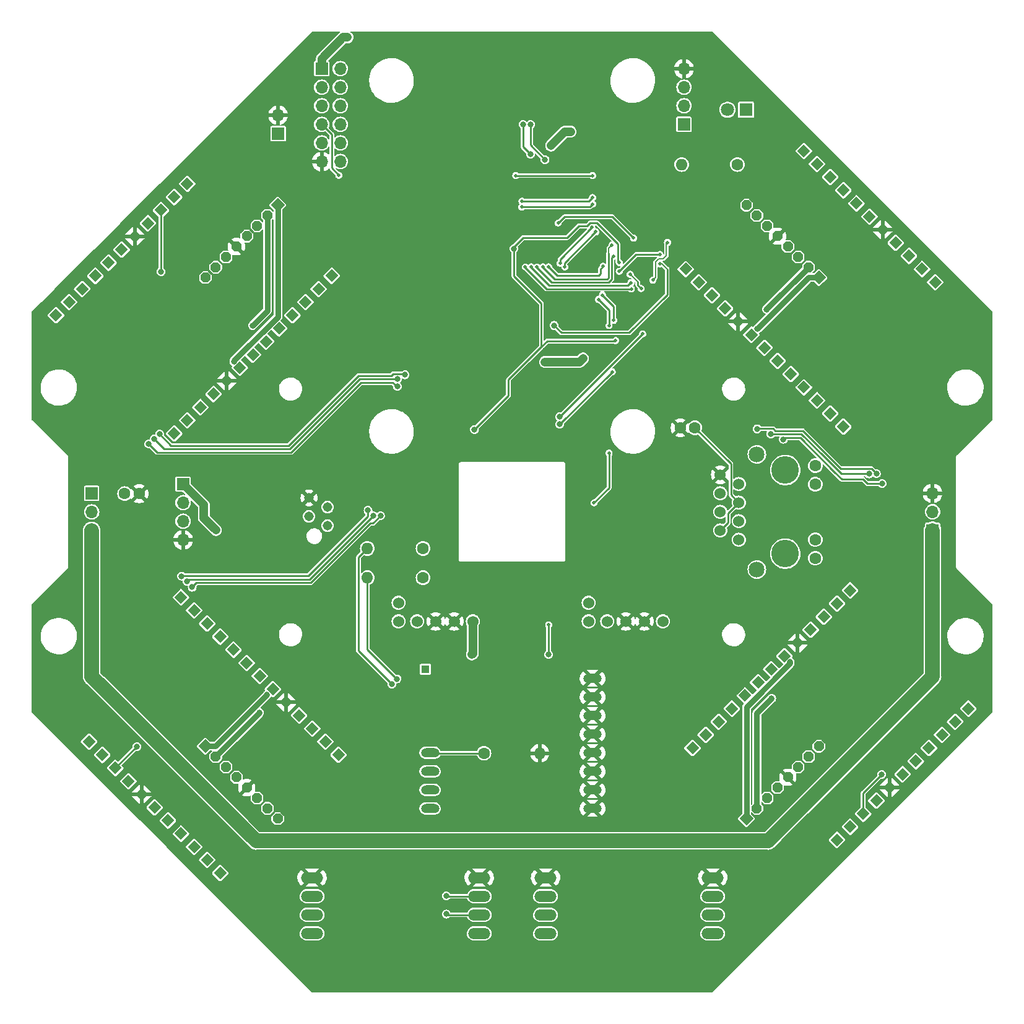
<source format=gbl>
%TF.GenerationSoftware,KiCad,Pcbnew,7.0.9*%
%TF.CreationDate,2023-12-29T02:13:22+01:00*%
%TF.ProjectId,bohlebots-rpi-cm4-carrier,626f686c-6562-46f7-9473-2d7270692d63,v01*%
%TF.SameCoordinates,Original*%
%TF.FileFunction,Copper,L2,Bot*%
%TF.FilePolarity,Positive*%
%FSLAX46Y46*%
G04 Gerber Fmt 4.6, Leading zero omitted, Abs format (unit mm)*
G04 Created by KiCad (PCBNEW 7.0.9) date 2023-12-29 02:13:22*
%MOMM*%
%LPD*%
G01*
G04 APERTURE LIST*
G04 Aperture macros list*
%AMRotRect*
0 Rectangle, with rotation*
0 The origin of the aperture is its center*
0 $1 length*
0 $2 width*
0 $3 Rotation angle, in degrees counterclockwise*
0 Add horizontal line*
21,1,$1,$2,0,0,$3*%
%AMOutline5P*
0 Free polygon, 5 corners , with rotation*
0 The origin of the aperture is its center*
0 number of corners: always 5*
0 $1 to $10 corner X, Y*
0 $11 Rotation angle, in degrees counterclockwise*
0 create outline with 5 corners*
4,1,5,$1,$2,$3,$4,$5,$6,$7,$8,$9,$10,$1,$2,$11*%
%AMOutline6P*
0 Free polygon, 6 corners , with rotation*
0 The origin of the aperture is its center*
0 number of corners: always 6*
0 $1 to $12 corner X, Y*
0 $13 Rotation angle, in degrees counterclockwise*
0 create outline with 6 corners*
4,1,6,$1,$2,$3,$4,$5,$6,$7,$8,$9,$10,$11,$12,$1,$2,$13*%
%AMOutline7P*
0 Free polygon, 7 corners , with rotation*
0 The origin of the aperture is its center*
0 number of corners: always 7*
0 $1 to $14 corner X, Y*
0 $15 Rotation angle, in degrees counterclockwise*
0 create outline with 7 corners*
4,1,7,$1,$2,$3,$4,$5,$6,$7,$8,$9,$10,$11,$12,$13,$14,$1,$2,$15*%
%AMOutline8P*
0 Free polygon, 8 corners , with rotation*
0 The origin of the aperture is its center*
0 number of corners: always 8*
0 $1 to $16 corner X, Y*
0 $17 Rotation angle, in degrees counterclockwise*
0 create outline with 8 corners*
4,1,8,$1,$2,$3,$4,$5,$6,$7,$8,$9,$10,$11,$12,$13,$14,$15,$16,$1,$2,$17*%
G04 Aperture macros list end*
%TA.AperFunction,ComponentPad*%
%ADD10C,1.530000*%
%TD*%
%TA.AperFunction,ComponentPad*%
%ADD11RotRect,1.320800X1.320800X225.000000*%
%TD*%
%TA.AperFunction,ComponentPad*%
%ADD12Outline8P,-0.660400X0.273547X-0.273547X0.660400X0.273547X0.660400X0.660400X0.273547X0.660400X-0.273547X0.273547X-0.660400X-0.273547X-0.660400X-0.660400X-0.273547X225.000000*%
%TD*%
%TA.AperFunction,ComponentPad*%
%ADD13R,1.700000X1.700000*%
%TD*%
%TA.AperFunction,ComponentPad*%
%ADD14O,1.700000X1.700000*%
%TD*%
%TA.AperFunction,ComponentPad*%
%ADD15RotRect,1.320800X1.320800X315.000000*%
%TD*%
%TA.AperFunction,ComponentPad*%
%ADD16Outline8P,-0.660400X0.273547X-0.273547X0.660400X0.273547X0.660400X0.660400X0.273547X0.660400X-0.273547X0.273547X-0.660400X-0.273547X-0.660400X-0.660400X-0.273547X315.000000*%
%TD*%
%TA.AperFunction,ComponentPad*%
%ADD17RotRect,1.308000X1.308000X315.000000*%
%TD*%
%TA.AperFunction,ComponentPad*%
%ADD18C,1.600000*%
%TD*%
%TA.AperFunction,ComponentPad*%
%ADD19O,1.600000X1.600000*%
%TD*%
%TA.AperFunction,ComponentPad*%
%ADD20RotRect,1.320800X1.320800X45.000000*%
%TD*%
%TA.AperFunction,ComponentPad*%
%ADD21Outline8P,-0.660400X0.273547X-0.273547X0.660400X0.273547X0.660400X0.660400X0.273547X0.660400X-0.273547X0.273547X-0.660400X-0.273547X-0.660400X-0.660400X-0.273547X45.000000*%
%TD*%
%TA.AperFunction,ComponentPad*%
%ADD22RotRect,1.308000X1.308000X45.000000*%
%TD*%
%TA.AperFunction,ComponentPad*%
%ADD23O,2.540000X1.270000*%
%TD*%
%TA.AperFunction,ComponentPad*%
%ADD24R,1.108000X1.108000*%
%TD*%
%TA.AperFunction,ComponentPad*%
%ADD25RotRect,1.308000X1.308000X225.000000*%
%TD*%
%TA.AperFunction,ComponentPad*%
%ADD26RotRect,1.308000X1.308000X135.000000*%
%TD*%
%TA.AperFunction,ComponentPad*%
%ADD27O,3.016000X1.508000*%
%TD*%
%TA.AperFunction,ComponentPad*%
%ADD28C,1.308000*%
%TD*%
%TA.AperFunction,ComponentPad*%
%ADD29C,1.524000*%
%TD*%
%TA.AperFunction,ComponentPad*%
%ADD30C,1.600200*%
%TD*%
%TA.AperFunction,ComponentPad*%
%ADD31C,2.159000*%
%TD*%
%TA.AperFunction,ComponentPad*%
%ADD32C,3.759200*%
%TD*%
%TA.AperFunction,ComponentPad*%
%ADD33RotRect,1.320800X1.320800X135.000000*%
%TD*%
%TA.AperFunction,ComponentPad*%
%ADD34Outline8P,-0.660400X0.273547X-0.273547X0.660400X0.273547X0.660400X0.660400X0.273547X0.660400X-0.273547X0.273547X-0.660400X-0.273547X-0.660400X-0.660400X-0.273547X135.000000*%
%TD*%
%TA.AperFunction,ComponentPad*%
%ADD35R,1.800000X1.800000*%
%TD*%
%TA.AperFunction,ComponentPad*%
%ADD36C,1.800000*%
%TD*%
%TA.AperFunction,ViaPad*%
%ADD37C,0.800000*%
%TD*%
%TA.AperFunction,ViaPad*%
%ADD38C,0.500000*%
%TD*%
%TA.AperFunction,Conductor*%
%ADD39C,0.250000*%
%TD*%
%TA.AperFunction,Conductor*%
%ADD40C,1.200000*%
%TD*%
%TA.AperFunction,Conductor*%
%ADD41C,0.800000*%
%TD*%
%TA.AperFunction,Conductor*%
%ADD42C,0.200000*%
%TD*%
%TA.AperFunction,Conductor*%
%ADD43C,2.000000*%
%TD*%
G04 APERTURE END LIST*
D10*
%TO.P,D36V28FX2,1,PG*%
%TO.N,unconnected-(D36V28FX2-PG-Pad1)*%
X89970000Y-117930000D03*
%TO.P,D36V28FX2,2,EN*%
%TO.N,unconnected-(D36V28FX2-EN-Pad2)*%
X89970000Y-120470000D03*
%TO.P,D36V28FX2,3,IN*%
%TO.N,16V*%
X92510000Y-120470000D03*
%TO.P,D36V28FX2,4,GND_1*%
%TO.N,GND*%
X95050000Y-120470000D03*
%TO.P,D36V28FX2,5,GND_2*%
X97590000Y-120470000D03*
%TO.P,D36V28FX2,6,OUT*%
%TO.N,3.3V*%
X100130000Y-120470000D03*
%TD*%
D11*
%TO.P,JP3,1,1*%
%TO.N,Net-(ESCON3-+5V)*%
X147449747Y-73449747D03*
D12*
%TO.P,JP3,2,2*%
%TO.N,Net-(ESCON3-H1)*%
X146035534Y-72035534D03*
%TO.P,JP3,3,3*%
%TO.N,Net-(ESCON3-H3)*%
X144621320Y-70621320D03*
%TO.P,JP3,4,4*%
%TO.N,Net-(ESCON3-H2)*%
X143207107Y-69207107D03*
%TO.P,JP3,5,5*%
%TO.N,GND*%
X141792893Y-67792893D03*
%TO.P,JP3,6,6*%
%TO.N,Net-(ESCON3-M3)*%
X140378680Y-66378680D03*
%TO.P,JP3,7,7*%
%TO.N,Net-(ESCON3-M2)*%
X138964466Y-64964466D03*
%TO.P,JP3,8,8*%
%TO.N,Net-(ESCON3-M1)*%
X137550253Y-63550253D03*
%TD*%
D13*
%TO.P,J4,1,3.3V*%
%TO.N,3.3V*%
X129000000Y-52500000D03*
D14*
%TO.P,J4,2,SDA*%
%TO.N,/SDA*%
X129000000Y-49960000D03*
%TO.P,J4,3,SCL*%
%TO.N,/SCL*%
X129000000Y-47420000D03*
%TO.P,J4,4,GND*%
%TO.N,GND*%
X129000000Y-44880000D03*
%TD*%
D15*
%TO.P,JP4,1,1*%
%TO.N,Net-(ESCON4-+5V)*%
X73449747Y-63550253D03*
D16*
%TO.P,JP4,2,2*%
%TO.N,Net-(ESCON4-H1)*%
X72035534Y-64964466D03*
%TO.P,JP4,3,3*%
%TO.N,Net-(ESCON4-H3)*%
X70621320Y-66378680D03*
%TO.P,JP4,4,4*%
%TO.N,Net-(ESCON4-H2)*%
X69207107Y-67792893D03*
%TO.P,JP4,5,5*%
%TO.N,GND*%
X67792893Y-69207107D03*
%TO.P,JP4,6,6*%
%TO.N,Net-(ESCON4-M3)*%
X66378680Y-70621320D03*
%TO.P,JP4,7,7*%
%TO.N,Net-(ESCON4-M2)*%
X64964466Y-72035534D03*
%TO.P,JP4,8,8*%
%TO.N,Net-(ESCON4-M1)*%
X63550253Y-73449747D03*
%TD*%
D17*
%TO.P,ESCON1,P1,M1*%
%TO.N,Net-(ESCON1-M1)*%
X81765680Y-138720315D03*
%TO.P,ESCON1,P2,M2*%
%TO.N,Net-(ESCON1-M2)*%
X79969629Y-136924264D03*
%TO.P,ESCON1,P3,M3*%
%TO.N,Net-(ESCON1-M3)*%
X78173578Y-135128213D03*
%TO.P,ESCON1,P4,VCC*%
%TO.N,16V*%
X76377527Y-133332162D03*
%TO.P,ESCON1,P5,GND*%
%TO.N,GND*%
X74581475Y-131536110D03*
%TO.P,ESCON1,P6,+5V*%
%TO.N,Net-(ESCON1-+5V)*%
X72785424Y-129740059D03*
%TO.P,ESCON1,P7,H1*%
%TO.N,Net-(ESCON1-H1)*%
X70989373Y-127944008D03*
%TO.P,ESCON1,P8,H2*%
%TO.N,Net-(ESCON1-H2)*%
X69193322Y-126147957D03*
%TO.P,ESCON1,P9,H3*%
%TO.N,Net-(ESCON1-H3)*%
X67397271Y-124351905D03*
%TO.P,ESCON1,P10*%
%TO.N,N/C*%
X65601219Y-122555854D03*
%TO.P,ESCON1,P11*%
X63805168Y-120759803D03*
%TO.P,ESCON1,P12*%
X62009117Y-118963752D03*
%TO.P,ESCON1,P13*%
X60213066Y-117167701D03*
%TO.P,ESCON1,P14,D4*%
%TO.N,unconnected-(ESCON1-D4-PadP14)*%
X47640707Y-136924264D03*
%TO.P,ESCON1,P15,D3*%
%TO.N,/DIR1*%
X49436758Y-138720315D03*
%TO.P,ESCON1,P16,D2*%
%TO.N,/ENA*%
X51232810Y-140516367D03*
%TO.P,ESCON1,P17,D1*%
%TO.N,/PWM1*%
X53028861Y-142312418D03*
%TO.P,ESCON1,P18,GND*%
%TO.N,GND*%
X54824912Y-144108469D03*
%TO.P,ESCON1,P19*%
%TO.N,N/C*%
X56620963Y-145904520D03*
%TO.P,ESCON1,P20*%
X58417014Y-147700571D03*
%TO.P,ESCON1,P21*%
X60213066Y-149496623D03*
%TO.P,ESCON1,P22*%
X62009117Y-151292674D03*
%TO.P,ESCON1,P23*%
X63805168Y-153088725D03*
%TO.P,ESCON1,P24*%
X65601219Y-154884776D03*
%TD*%
D18*
%TO.P,R3,1*%
%TO.N,3.3V*%
X93310000Y-110500000D03*
D19*
%TO.P,R3,2*%
%TO.N,/SCL*%
X85690000Y-110500000D03*
%TD*%
D10*
%TO.P,D36V28FX1,1,PG*%
%TO.N,unconnected-(D36V28FX1-PG-Pad1)*%
X115970000Y-117930000D03*
%TO.P,D36V28FX1,2,EN*%
%TO.N,unconnected-(D36V28FX1-EN-Pad2)*%
X115970000Y-120470000D03*
%TO.P,D36V28FX1,3,IN*%
%TO.N,16V*%
X118510000Y-120470000D03*
%TO.P,D36V28FX1,4,GND_1*%
%TO.N,GND*%
X121050000Y-120470000D03*
%TO.P,D36V28FX1,5,GND_2*%
X123590000Y-120470000D03*
%TO.P,D36V28FX1,6,OUT*%
%TO.N,5V*%
X126130000Y-120470000D03*
%TD*%
D13*
%TO.P,J3,1,5V*%
%TO.N,5V*%
X79460000Y-44880000D03*
D14*
%TO.P,J3,2,SPI_CLK*%
%TO.N,/SPI0_SCLK*%
X82000000Y-44880000D03*
%TO.P,J3,3,3.3V*%
%TO.N,3.3V*%
X79460000Y-47420000D03*
%TO.P,J3,4,SPI_MOSI*%
%TO.N,/SPI0_MOSI*%
X82000000Y-47420000D03*
%TO.P,J3,5,UART_TXD*%
%TO.N,/UART0_TXD*%
X79460000Y-49960000D03*
%TO.P,J3,6,SPI_MISO*%
%TO.N,/SPI0_MISO*%
X82000000Y-49960000D03*
%TO.P,J3,7,UART_RXD*%
%TO.N,/UART0_RXD*%
X79460000Y-52500000D03*
%TO.P,J3,8,SPI_CE0*%
%TO.N,/SPI0_CE0*%
X82000000Y-52500000D03*
%TO.P,J3,9,USB_OTG_ID*%
%TO.N,/USB_OTG_ID*%
X79460000Y-55040000D03*
%TO.P,J3,10,SPI_CE1*%
%TO.N,/SPI0_CE1*%
X82000000Y-55040000D03*
%TO.P,J3,11,GND*%
%TO.N,GND*%
X79460000Y-57580000D03*
%TO.P,J3,12,nBoot*%
%TO.N,/nRPIBOOT*%
X82000000Y-57580000D03*
%TD*%
D20*
%TO.P,JP1,1,1*%
%TO.N,Net-(ESCON1-+5V)*%
X63550253Y-137550253D03*
D21*
%TO.P,JP1,2,2*%
%TO.N,Net-(ESCON1-H1)*%
X64964466Y-138964466D03*
%TO.P,JP1,3,3*%
%TO.N,Net-(ESCON1-H3)*%
X66378680Y-140378680D03*
%TO.P,JP1,4,4*%
%TO.N,Net-(ESCON1-H2)*%
X67792893Y-141792893D03*
%TO.P,JP1,5,5*%
%TO.N,GND*%
X69207107Y-143207107D03*
%TO.P,JP1,6,6*%
%TO.N,Net-(ESCON1-M3)*%
X70621320Y-144621320D03*
%TO.P,JP1,7,7*%
%TO.N,Net-(ESCON1-M2)*%
X72035534Y-146035534D03*
%TO.P,JP1,8,8*%
%TO.N,Net-(ESCON1-M1)*%
X73449747Y-147449747D03*
%TD*%
D22*
%TO.P,ESCON2,P1,M1*%
%TO.N,Net-(ESCON2-M1)*%
X151720315Y-116234320D03*
%TO.P,ESCON2,P2,M2*%
%TO.N,Net-(ESCON2-M2)*%
X149924264Y-118030371D03*
%TO.P,ESCON2,P3,M3*%
%TO.N,Net-(ESCON2-M3)*%
X148128213Y-119826422D03*
%TO.P,ESCON2,P4,VCC*%
%TO.N,16V*%
X146332162Y-121622473D03*
%TO.P,ESCON2,P5,GND*%
%TO.N,GND*%
X144536110Y-123418525D03*
%TO.P,ESCON2,P6,+5V*%
%TO.N,Net-(ESCON2-+5V)*%
X142740059Y-125214576D03*
%TO.P,ESCON2,P7,H1*%
%TO.N,Net-(ESCON2-H1)*%
X140944008Y-127010627D03*
%TO.P,ESCON2,P8,H2*%
%TO.N,Net-(ESCON2-H2)*%
X139147957Y-128806678D03*
%TO.P,ESCON2,P9,H3*%
%TO.N,Net-(ESCON2-H3)*%
X137351905Y-130602729D03*
%TO.P,ESCON2,P10*%
%TO.N,N/C*%
X135555854Y-132398781D03*
%TO.P,ESCON2,P11*%
X133759803Y-134194832D03*
%TO.P,ESCON2,P12*%
X131963752Y-135990883D03*
%TO.P,ESCON2,P13*%
X130167701Y-137786934D03*
%TO.P,ESCON2,P14,D4*%
%TO.N,unconnected-(ESCON2-D4-PadP14)*%
X149924264Y-150359293D03*
%TO.P,ESCON2,P15,D3*%
%TO.N,/DIR2*%
X151720315Y-148563242D03*
%TO.P,ESCON2,P16,D2*%
%TO.N,/ENA*%
X153516367Y-146767190D03*
%TO.P,ESCON2,P17,D1*%
%TO.N,/PWM2*%
X155312418Y-144971139D03*
%TO.P,ESCON2,P18,GND*%
%TO.N,GND*%
X157108469Y-143175088D03*
%TO.P,ESCON2,P19*%
%TO.N,N/C*%
X158904520Y-141379037D03*
%TO.P,ESCON2,P20*%
X160700571Y-139582986D03*
%TO.P,ESCON2,P21*%
X162496623Y-137786934D03*
%TO.P,ESCON2,P22*%
X164292674Y-135990883D03*
%TO.P,ESCON2,P23*%
X166088725Y-134194832D03*
%TO.P,ESCON2,P24*%
X167884776Y-132398781D03*
%TD*%
D18*
%TO.P,R1,1*%
%TO.N,/KICK*%
X101655000Y-138500000D03*
D19*
%TO.P,R1,2*%
%TO.N,GND*%
X109275000Y-138500000D03*
%TD*%
D23*
%TO.P,K1,GND1,GND*%
%TO.N,GND*%
X116500000Y-128270000D03*
%TO.P,K1,GND2,GND*%
X116500000Y-130810000D03*
%TO.P,K1,GND3,GND*%
X116500000Y-133350000D03*
%TO.P,K1,GND4,GND*%
X116500000Y-135890000D03*
%TO.P,K1,GND5,GND*%
X116500000Y-138430000D03*
%TO.P,K1,GND6,GND*%
X116500000Y-140970000D03*
%TO.P,K1,GND7,GND*%
X116500000Y-143510000D03*
%TO.P,K1,GND8,GND*%
X116500000Y-146050000D03*
D24*
%TO.P,K1,NC*%
%TO.N,N/C*%
X93640000Y-127000000D03*
D23*
%TO.P,K1,SIG,SIG*%
%TO.N,/KICK*%
X94275000Y-138430000D03*
%TO.P,K1,V+1,V+*%
%TO.N,16V*%
X94275000Y-140970000D03*
%TO.P,K1,V+2,V+*%
X94275000Y-143510000D03*
%TO.P,K1,V+3,V+*%
X94275000Y-146050000D03*
%TD*%
D18*
%TO.P,R4,1*%
%TO.N,Net-(D1-K)*%
X136310000Y-58000000D03*
D19*
%TO.P,R4,2*%
%TO.N,/LED_nACT*%
X128690000Y-58000000D03*
%TD*%
D13*
%TO.P,J5,1,VCC*%
%TO.N,16V*%
X48000000Y-102960000D03*
D14*
%TO.P,J5,2,NC*%
%TO.N,unconnected-(J5-NC-Pad2)*%
X48000000Y-105500000D03*
%TO.P,J5,3,GND*%
%TO.N,Net-(J5-GND)*%
X48000000Y-108040000D03*
%TD*%
D25*
%TO.P,ESCON4,P1,M1*%
%TO.N,Net-(ESCON4-M1)*%
X59279685Y-94765680D03*
%TO.P,ESCON4,P2,M2*%
%TO.N,Net-(ESCON4-M2)*%
X61075736Y-92969629D03*
%TO.P,ESCON4,P3,M3*%
%TO.N,Net-(ESCON4-M3)*%
X62871787Y-91173578D03*
%TO.P,ESCON4,P4,VCC*%
%TO.N,16V*%
X64667838Y-89377527D03*
%TO.P,ESCON4,P5,GND*%
%TO.N,GND*%
X66463890Y-87581475D03*
%TO.P,ESCON4,P6,+5V*%
%TO.N,Net-(ESCON4-+5V)*%
X68259941Y-85785424D03*
%TO.P,ESCON4,P7,H1*%
%TO.N,Net-(ESCON4-H1)*%
X70055992Y-83989373D03*
%TO.P,ESCON4,P8,H2*%
%TO.N,Net-(ESCON4-H2)*%
X71852043Y-82193322D03*
%TO.P,ESCON4,P9,H3*%
%TO.N,Net-(ESCON4-H3)*%
X73648095Y-80397271D03*
%TO.P,ESCON4,P10*%
%TO.N,N/C*%
X75444146Y-78601219D03*
%TO.P,ESCON4,P11*%
X77240197Y-76805168D03*
%TO.P,ESCON4,P12*%
X79036248Y-75009117D03*
%TO.P,ESCON4,P13*%
X80832299Y-73213066D03*
%TO.P,ESCON4,P14,D4*%
%TO.N,unconnected-(ESCON4-D4-PadP14)*%
X61075736Y-60640707D03*
%TO.P,ESCON4,P15,D3*%
%TO.N,/DIR4*%
X59279685Y-62436758D03*
%TO.P,ESCON4,P16,D2*%
%TO.N,/ENA*%
X57483633Y-64232810D03*
%TO.P,ESCON4,P17,D1*%
%TO.N,/PWM4*%
X55687582Y-66028861D03*
%TO.P,ESCON4,P18,GND*%
%TO.N,GND*%
X53891531Y-67824912D03*
%TO.P,ESCON4,P19*%
%TO.N,N/C*%
X52095480Y-69620963D03*
%TO.P,ESCON4,P20*%
X50299429Y-71417014D03*
%TO.P,ESCON4,P21*%
X48503377Y-73213066D03*
%TO.P,ESCON4,P22*%
X46707326Y-75009117D03*
%TO.P,ESCON4,P23*%
X44911275Y-76805168D03*
%TO.P,ESCON4,P24*%
X43115224Y-78601219D03*
%TD*%
D26*
%TO.P,ESCON3,P1,M1*%
%TO.N,Net-(ESCON3-M1)*%
X129234320Y-72279685D03*
%TO.P,ESCON3,P2,M2*%
%TO.N,Net-(ESCON3-M2)*%
X131030371Y-74075736D03*
%TO.P,ESCON3,P3,M3*%
%TO.N,Net-(ESCON3-M3)*%
X132826422Y-75871787D03*
%TO.P,ESCON3,P4,VCC*%
%TO.N,16V*%
X134622473Y-77667838D03*
%TO.P,ESCON3,P5,GND*%
%TO.N,GND*%
X136418525Y-79463890D03*
%TO.P,ESCON3,P6,+5V*%
%TO.N,Net-(ESCON3-+5V)*%
X138214576Y-81259941D03*
%TO.P,ESCON3,P7,H1*%
%TO.N,Net-(ESCON3-H1)*%
X140010627Y-83055992D03*
%TO.P,ESCON3,P8,H2*%
%TO.N,Net-(ESCON3-H2)*%
X141806678Y-84852043D03*
%TO.P,ESCON3,P9,H3*%
%TO.N,Net-(ESCON3-H3)*%
X143602729Y-86648095D03*
%TO.P,ESCON3,P10*%
%TO.N,N/C*%
X145398781Y-88444146D03*
%TO.P,ESCON3,P11*%
X147194832Y-90240197D03*
%TO.P,ESCON3,P12*%
X148990883Y-92036248D03*
%TO.P,ESCON3,P13*%
X150786934Y-93832299D03*
%TO.P,ESCON3,P14,D4*%
%TO.N,unconnected-(ESCON3-D4-PadP14)*%
X163359293Y-74075736D03*
%TO.P,ESCON3,P15,D3*%
%TO.N,/DIR3*%
X161563242Y-72279685D03*
%TO.P,ESCON3,P16,D2*%
%TO.N,/ENA*%
X159767190Y-70483633D03*
%TO.P,ESCON3,P17,D1*%
%TO.N,/PWM3*%
X157971139Y-68687582D03*
%TO.P,ESCON3,P18,GND*%
%TO.N,GND*%
X156175088Y-66891531D03*
%TO.P,ESCON3,P19*%
%TO.N,N/C*%
X154379037Y-65095480D03*
%TO.P,ESCON3,P20*%
X152582986Y-63299429D03*
%TO.P,ESCON3,P21*%
X150786934Y-61503377D03*
%TO.P,ESCON3,P22*%
X148990883Y-59707326D03*
%TO.P,ESCON3,P23*%
X147194832Y-57911275D03*
%TO.P,ESCON3,P24*%
X145398781Y-56115224D03*
%TD*%
D18*
%TO.P,R2,1*%
%TO.N,3.3V*%
X93310000Y-114500000D03*
D19*
%TO.P,R2,2*%
%TO.N,/SDA*%
X85690000Y-114500000D03*
%TD*%
D18*
%TO.P,C1,1*%
%TO.N,Net-(J1-RCT)*%
X130500000Y-94000000D03*
%TO.P,C1,2*%
%TO.N,GND*%
X128500000Y-94000000D03*
%TD*%
D13*
%TO.P,U2,1,V+*%
%TO.N,5V*%
X60500000Y-101700000D03*
D14*
%TO.P,U2,2,D-*%
%TO.N,/USB_N*%
X60500000Y-104240000D03*
%TO.P,U2,3,D+*%
%TO.N,/USB_P*%
X60500000Y-106780000D03*
%TO.P,U2,4,GND*%
%TO.N,GND*%
X60500000Y-109320000D03*
%TD*%
D27*
%TO.P,T1,1,V+*%
%TO.N,3.3V*%
X101000000Y-163135000D03*
%TO.P,T1,2,Data*%
%TO.N,/SDA*%
X101000000Y-160595000D03*
%TO.P,T1,3,Clock*%
%TO.N,/SCL*%
X101000000Y-158055000D03*
%TO.P,T1,4,GND*%
%TO.N,GND*%
X101000000Y-155515000D03*
%TO.P,T1,5*%
X78140000Y-155515000D03*
%TO.P,T1,6*%
%TO.N,/SCL*%
X78140000Y-158055000D03*
%TO.P,T1,7*%
%TO.N,/SDA*%
X78140000Y-160595000D03*
%TO.P,T1,8*%
%TO.N,3.3V*%
X78140000Y-163135000D03*
%TD*%
D28*
%TO.P,X1,1,V+*%
%TO.N,3.3V*%
X80265000Y-107390800D03*
%TO.P,X1,2,SDA*%
%TO.N,/SDA*%
X77725000Y-106120800D03*
%TO.P,X1,3,SCL*%
%TO.N,/SCL*%
X80265000Y-104850800D03*
%TO.P,X1,4,GND*%
%TO.N,GND*%
X77725000Y-103580800D03*
%TD*%
D13*
%TO.P,J2,1,VCC*%
%TO.N,16V*%
X73500000Y-53775000D03*
D14*
%TO.P,J2,2,GND*%
%TO.N,GND*%
X73500000Y-51235000D03*
%TD*%
D29*
%TO.P,J1,1,TD+*%
%TO.N,/TD_P*%
X136506000Y-109310000D03*
%TO.P,J1,2,TCT*%
%TO.N,Net-(J1-RCT)*%
X133966000Y-108040000D03*
%TO.P,J1,3,TD-*%
%TO.N,/TD_N*%
X136506000Y-106770000D03*
%TO.P,J1,4,RD+*%
%TO.N,/RD_P*%
X133966000Y-105500000D03*
%TO.P,J1,5,RCT*%
%TO.N,Net-(J1-RCT)*%
X136506000Y-104230000D03*
%TO.P,J1,6,RD-*%
%TO.N,/RD_N*%
X133966000Y-102960000D03*
%TO.P,J1,7,NC*%
%TO.N,unconnected-(J1-NC-Pad7)*%
X136506000Y-101690000D03*
%TO.P,J1,8,CHASSIS_GND*%
%TO.N,GND*%
X133966000Y-100420000D03*
D30*
%TO.P,J1,9*%
%TO.N,N/C*%
X146965974Y-99175000D03*
%TO.P,J1,10*%
X146965974Y-101715000D03*
%TO.P,J1,11*%
X146965974Y-109285000D03*
%TO.P,J1,12*%
X146965974Y-111825000D03*
D31*
%TO.P,J1,13*%
X138966000Y-113374999D03*
%TO.P,J1,14*%
X138966000Y-97625001D03*
D32*
%TO.P,J1,15*%
X142856000Y-111215000D03*
%TO.P,J1,16*%
X142856000Y-99785000D03*
%TD*%
D33*
%TO.P,JP2,1,1*%
%TO.N,Net-(ESCON2-+5V)*%
X137550253Y-147449747D03*
D34*
%TO.P,JP2,2,2*%
%TO.N,Net-(ESCON2-H1)*%
X138964466Y-146035534D03*
%TO.P,JP2,3,3*%
%TO.N,Net-(ESCON2-H3)*%
X140378680Y-144621320D03*
%TO.P,JP2,4,4*%
%TO.N,Net-(ESCON2-H2)*%
X141792893Y-143207107D03*
%TO.P,JP2,5,5*%
%TO.N,GND*%
X143207107Y-141792893D03*
%TO.P,JP2,6,6*%
%TO.N,Net-(ESCON2-M3)*%
X144621320Y-140378680D03*
%TO.P,JP2,7,7*%
%TO.N,Net-(ESCON2-M2)*%
X146035534Y-138964466D03*
%TO.P,JP2,8,8*%
%TO.N,Net-(ESCON2-M1)*%
X147449747Y-137550253D03*
%TD*%
D13*
%TO.P,J6,1,VCC*%
%TO.N,Net-(J5-GND)*%
X163000000Y-108025000D03*
D14*
%TO.P,J6,2,NC*%
%TO.N,unconnected-(J6-NC-Pad2)*%
X163000000Y-105485000D03*
%TO.P,J6,3,GND*%
%TO.N,GND*%
X163000000Y-102945000D03*
%TD*%
D27*
%TO.P,T2,1,V+*%
%TO.N,3.3V*%
X132930000Y-163135000D03*
%TO.P,T2,2,Data*%
%TO.N,/SDA*%
X132930000Y-160595000D03*
%TO.P,T2,3,Clock*%
%TO.N,/SCL*%
X132930000Y-158055000D03*
%TO.P,T2,4,GND*%
%TO.N,GND*%
X132930000Y-155515000D03*
%TO.P,T2,5*%
X110070000Y-155515000D03*
%TO.P,T2,6*%
%TO.N,/SCL*%
X110070000Y-158055000D03*
%TO.P,T2,7*%
%TO.N,/SDA*%
X110070000Y-160595000D03*
%TO.P,T2,8*%
%TO.N,3.3V*%
X110070000Y-163135000D03*
%TD*%
D35*
%TO.P,D1,1,K*%
%TO.N,Net-(D1-K)*%
X137500000Y-50500000D03*
D36*
%TO.P,D1,2,A*%
%TO.N,3.3V*%
X134960000Y-50500000D03*
%TD*%
D18*
%TO.P,C2,1*%
%TO.N,16V*%
X52500000Y-103000000D03*
%TO.P,C2,2*%
%TO.N,GND*%
X54500000Y-103000000D03*
%TD*%
D37*
%TO.N,GND*%
X110500000Y-50000000D03*
X112500000Y-50000000D03*
D38*
X129550000Y-104200000D03*
D37*
X106500000Y-50000000D03*
X115500000Y-46000000D03*
X112500000Y-42500000D03*
X41500000Y-132500000D03*
D38*
X125900000Y-74600000D03*
D37*
X103500000Y-46000000D03*
D38*
X64420000Y-105500000D03*
X118000000Y-68400000D03*
D37*
X170000000Y-118500000D03*
X41000000Y-79000000D03*
D38*
X132000000Y-108000000D03*
D37*
X165500000Y-97500000D03*
X114500000Y-42500000D03*
X104500000Y-50000000D03*
X115500000Y-44000000D03*
X170000000Y-132500000D03*
X78500000Y-169500000D03*
X104500000Y-42500000D03*
X125000000Y-137050000D03*
X103500000Y-48000000D03*
X132000000Y-41000000D03*
X79000000Y-119000000D03*
X103500000Y-44000000D03*
X165000000Y-113500000D03*
X41000000Y-119000000D03*
X108500000Y-50000000D03*
X41500000Y-92000000D03*
X132500000Y-169500000D03*
X115500000Y-48000000D03*
X108500000Y-42500000D03*
D38*
X121900000Y-69350000D03*
D37*
X46000000Y-113500000D03*
X73500000Y-46500000D03*
X106500000Y-42500000D03*
X110500000Y-42500000D03*
X169500000Y-79000000D03*
X46000000Y-97500000D03*
X114500000Y-50000000D03*
D38*
X121000000Y-80000000D03*
D37*
%TO.N,3.3V*%
X113500000Y-53500000D03*
X100000000Y-125000000D03*
X110814902Y-55400000D03*
%TO.N,5V*%
X110000000Y-85000000D03*
X115197400Y-84500000D03*
X83000000Y-40600000D03*
D38*
X63520000Y-105500000D03*
D37*
X65000000Y-108000000D03*
%TO.N,Net-(ESCON1-+5V)*%
X71973687Y-130525460D03*
%TO.N,Net-(ESCON1-H1)*%
X70956328Y-132956326D03*
%TO.N,/DIR1*%
X85793245Y-105293245D03*
X60302658Y-114283832D03*
D38*
X123350000Y-81150000D03*
D37*
X112000000Y-92500000D03*
%TO.N,/ENA*%
X57282429Y-94869887D03*
D38*
X119650000Y-82050000D03*
D37*
X54200000Y-137600000D03*
D38*
X120150000Y-71400000D03*
D37*
X87500000Y-106000000D03*
X156100000Y-101600000D03*
X142600000Y-95574500D03*
X100350000Y-94224500D03*
X61750000Y-115800000D03*
X57487299Y-72637299D03*
X156036918Y-141400000D03*
X105750000Y-69500000D03*
X90850000Y-86750000D03*
%TO.N,/PWM1*%
X61009413Y-114990587D03*
X112000000Y-93500000D03*
D38*
X117850000Y-75850000D03*
X119200000Y-86350000D03*
D37*
X86500000Y-106000000D03*
D38*
X119400000Y-79300000D03*
D37*
%TO.N,Net-(ESCON2-+5V)*%
X143525460Y-126026313D03*
%TO.N,Net-(ESCON2-H1)*%
X141000000Y-131000000D03*
%TO.N,Net-(ESCON3-+5V)*%
X139026313Y-80474540D03*
%TO.N,Net-(ESCON3-H1)*%
X140293672Y-77793673D03*
%TO.N,Net-(ESCON4-+5V)*%
X67474540Y-84973687D03*
%TO.N,Net-(ESCON4-H1)*%
X70000000Y-80000000D03*
D38*
%TO.N,/SPI0_SCLK*%
X117950000Y-71900000D03*
X110500000Y-72000000D03*
%TO.N,/SPI0_MOSI*%
X119150000Y-69000000D03*
X109700000Y-72000000D03*
%TO.N,/UART0_TXD*%
X116500000Y-62500000D03*
X106850000Y-63000000D03*
%TO.N,/SPI0_MISO*%
X108900000Y-72000000D03*
X119350000Y-70550000D03*
%TO.N,/UART0_RXD*%
X116500000Y-63400000D03*
X81800000Y-59450000D03*
X106800000Y-63800000D03*
%TO.N,/SPI0_CE0*%
X108100000Y-72000000D03*
X121750000Y-74150000D03*
%TO.N,/SPI0_CE1*%
X107300000Y-72000000D03*
X121800000Y-75000000D03*
%TO.N,/nRPIBOOT*%
X106000000Y-59500000D03*
X116500000Y-59500000D03*
%TO.N,/SDA*%
X112050000Y-71500000D03*
D37*
X108012299Y-52512299D03*
X96500000Y-160500000D03*
D38*
X116400000Y-66600000D03*
D37*
X110000000Y-57324000D03*
X89751836Y-128338327D03*
%TO.N,/SCL*%
X89045081Y-129045081D03*
X96500000Y-158000000D03*
D38*
X116950000Y-67200000D03*
D37*
X108000000Y-56599500D03*
X107000000Y-52500000D03*
D38*
X112700000Y-72000000D03*
%TO.N,/KICK*%
X116700000Y-104250000D03*
X118750000Y-80000000D03*
X118750000Y-97450000D03*
D37*
X110500000Y-125000000D03*
D38*
X110500000Y-120950000D03*
X117300000Y-76450000D03*
%TO.N,/LED_nACT*%
X126750000Y-68650000D03*
X124750000Y-73800000D03*
D37*
%TO.N,/DIR4*%
X89800000Y-87350000D03*
D38*
X125700000Y-71550000D03*
D37*
X111247900Y-80000000D03*
X56550000Y-95550000D03*
D38*
%TO.N,/PWM4*%
X111800000Y-66000000D03*
D37*
X55815562Y-96227943D03*
X89800000Y-88349503D03*
D38*
X122100000Y-68050000D03*
%TO.N,/PWM3*%
X125700000Y-70300000D03*
X120150000Y-72600000D03*
D37*
%TO.N,/DIR2*%
X140900000Y-94850000D03*
X154313983Y-100308605D03*
%TO.N,/PWM2*%
X155312418Y-100262418D03*
X139000000Y-94141657D03*
D38*
X121650000Y-73000000D03*
X123150000Y-74950000D03*
%TD*%
D39*
%TO.N,/ENA*%
X87500000Y-106025305D02*
X87500000Y-106000000D01*
X86457107Y-107068198D02*
X87500000Y-106025305D01*
X86068198Y-107068198D02*
X86457107Y-107068198D01*
X77970809Y-115165587D02*
X86068198Y-107068198D01*
X62334413Y-115165587D02*
X77970809Y-115165587D01*
X61750000Y-115750000D02*
X62334413Y-115165587D01*
X61750000Y-115800000D02*
X61750000Y-115750000D01*
%TO.N,/PWM1*%
X61284413Y-114715587D02*
X77784413Y-114715587D01*
X77784413Y-114715587D02*
X86500000Y-106000000D01*
X61009413Y-114990587D02*
X61284413Y-114715587D01*
%TO.N,Net-(J1-RCT)*%
X135053000Y-106953000D02*
X135053000Y-105683000D01*
X135053000Y-105683000D02*
X136506000Y-104230000D01*
X135419000Y-98919000D02*
X130500000Y-94000000D01*
X135419000Y-103143000D02*
X135419000Y-98919000D01*
X133966000Y-108040000D02*
X135053000Y-106953000D01*
X136506000Y-104230000D02*
X135419000Y-103143000D01*
D40*
%TO.N,3.3V*%
X100130000Y-124870000D02*
X100000000Y-125000000D01*
X100130000Y-120470000D02*
X100130000Y-124870000D01*
X113500000Y-53500000D02*
X112714902Y-53500000D01*
X112714902Y-53500000D02*
X110814902Y-55400000D01*
%TO.N,5V*%
X63340000Y-105320000D02*
X63340000Y-106340000D01*
X63340000Y-106340000D02*
X65000000Y-108000000D01*
X110000000Y-85000000D02*
X114697400Y-85000000D01*
X63340000Y-104540000D02*
X63340000Y-105320000D01*
X63340000Y-104540000D02*
X63340000Y-105500000D01*
X114697400Y-85000000D02*
X115197400Y-84500000D01*
X82400000Y-40600000D02*
X79460000Y-43540000D01*
X60500000Y-101700000D02*
X63340000Y-104540000D01*
X83000000Y-40600000D02*
X82400000Y-40600000D01*
X79460000Y-43540000D02*
X79460000Y-44880000D01*
D41*
%TO.N,Net-(ESCON1-+5V)*%
X71973687Y-130525460D02*
X64948894Y-137550253D01*
X64948894Y-137550253D02*
X63550253Y-137550253D01*
%TO.N,Net-(ESCON1-H1)*%
X70956328Y-132956326D02*
X70956328Y-132972604D01*
X70956328Y-132972604D02*
X64964466Y-138964466D01*
D39*
%TO.N,/DIR1*%
X60302658Y-114283832D02*
X60320903Y-114265587D01*
X79931802Y-111931802D02*
X85775000Y-106088604D01*
X77598017Y-114265587D02*
X79931802Y-111931802D01*
X112000000Y-92500000D02*
X123350000Y-81150000D01*
X85775000Y-106088604D02*
X85775000Y-106000000D01*
X85775000Y-106000000D02*
X85775000Y-105311490D01*
X60320903Y-114265587D02*
X77598017Y-114265587D01*
X85775000Y-105311490D02*
X85793245Y-105293245D01*
%TO.N,/ENA*%
X110275000Y-82125000D02*
X109500000Y-82900000D01*
X153516367Y-143920551D02*
X156036918Y-141400000D01*
X100350000Y-94224500D02*
X105000000Y-89574500D01*
X88950000Y-86900000D02*
X89225000Y-86625000D01*
X119650000Y-82050000D02*
X119575000Y-82125000D01*
X116149400Y-65995000D02*
X115731802Y-66412598D01*
X144913604Y-95350000D02*
X144900000Y-95350000D01*
X107000000Y-68000000D02*
X105750000Y-69250000D01*
X109500000Y-77000000D02*
X105750000Y-73250000D01*
X88900000Y-86900000D02*
X88950000Y-86900000D01*
X153500000Y-101050000D02*
X150613604Y-101050000D01*
X58862542Y-96450000D02*
X64100000Y-96450000D01*
X142824500Y-95350000D02*
X142600000Y-95574500D01*
X119955000Y-71205000D02*
X119955000Y-68855000D01*
X57483633Y-72633633D02*
X57487299Y-72637299D01*
X76006802Y-95356802D02*
X84463604Y-86900000D01*
X89225000Y-86625000D02*
X90725000Y-86625000D01*
X119575000Y-82125000D02*
X110275000Y-82125000D01*
X57483633Y-64232810D02*
X57483633Y-72633633D01*
X64100000Y-96450000D02*
X74913604Y-96450000D01*
X150613604Y-101050000D02*
X149631802Y-100068198D01*
X153516367Y-146767190D02*
X153516367Y-143920551D01*
X109500000Y-82900000D02*
X109500000Y-77000000D01*
X120150000Y-71400000D02*
X119955000Y-71205000D01*
X156100000Y-101600000D02*
X154050000Y-101600000D01*
X114587402Y-66412598D02*
X113000000Y-68000000D01*
X54149177Y-137600000D02*
X54200000Y-137600000D01*
X84463604Y-86900000D02*
X88900000Y-86900000D01*
X51232810Y-140516367D02*
X54149177Y-137600000D01*
X117095000Y-65995000D02*
X116149400Y-65995000D01*
X119955000Y-68855000D02*
X117095000Y-65995000D01*
X57282429Y-94869887D02*
X58862542Y-96450000D01*
X113000000Y-68000000D02*
X107000000Y-68000000D01*
X149631802Y-100068198D02*
X144913604Y-95350000D01*
X90725000Y-86625000D02*
X90850000Y-86750000D01*
X105000000Y-89574500D02*
X105000000Y-87400000D01*
X154050000Y-101600000D02*
X153500000Y-101050000D01*
X144900000Y-95350000D02*
X142824500Y-95350000D01*
D42*
X120150000Y-71400000D02*
X120080000Y-71330000D01*
D39*
X105750000Y-73250000D02*
X105750000Y-69500000D01*
X105000000Y-87400000D02*
X109500000Y-82900000D01*
X115731802Y-66412598D02*
X114587402Y-66412598D01*
X105750000Y-69250000D02*
X105750000Y-69500000D01*
X74913604Y-96450000D02*
X76006802Y-95356802D01*
%TO.N,/PWM1*%
X112000000Y-93500000D02*
X112025305Y-93500000D01*
X119400000Y-77400000D02*
X117850000Y-75850000D01*
X119400000Y-79300000D02*
X119400000Y-77400000D01*
X112025305Y-93500000D02*
X119175305Y-86350000D01*
X119175305Y-86350000D02*
X119200000Y-86350000D01*
D41*
%TO.N,Net-(ESCON2-+5V)*%
X137550253Y-132177805D02*
X137550253Y-147449747D01*
X143525460Y-126026313D02*
X143525460Y-126202598D01*
X143525460Y-126202598D02*
X137550253Y-132177805D01*
%TO.N,Net-(ESCON2-H1)*%
X141000000Y-131000000D02*
X138964466Y-133035534D01*
X138964466Y-133035534D02*
X138964466Y-146035534D01*
%TO.N,Net-(ESCON3-+5V)*%
X146051106Y-73449747D02*
X147449747Y-73449747D01*
X139026313Y-80474540D02*
X146051106Y-73449747D01*
%TO.N,Net-(ESCON3-H1)*%
X140293672Y-77793673D02*
X140293672Y-77777396D01*
X140293672Y-77777396D02*
X146035534Y-72035534D01*
%TO.N,Net-(ESCON4-+5V)*%
X73449747Y-78822195D02*
X73449747Y-63550253D01*
X67474540Y-84973687D02*
X67474540Y-84797402D01*
X67474540Y-84797402D02*
X73449747Y-78822195D01*
%TO.N,Net-(ESCON4-H1)*%
X70000000Y-80000000D02*
X72035534Y-77964466D01*
X72035534Y-77964466D02*
X72035534Y-64964466D01*
D39*
%TO.N,/SPI0_SCLK*%
X117300000Y-73200000D02*
X111700000Y-73200000D01*
X117550000Y-72950000D02*
X117300000Y-73200000D01*
X117550000Y-72300000D02*
X117550000Y-72950000D01*
X111700000Y-73200000D02*
X110500000Y-72000000D01*
X117950000Y-71900000D02*
X117550000Y-72300000D01*
%TO.N,/SPI0_MOSI*%
X118700000Y-70144400D02*
X118700000Y-73450000D01*
X118700000Y-73450000D02*
X118500000Y-73650000D01*
X118500000Y-73650000D02*
X111294400Y-73650000D01*
X111294400Y-73650000D02*
X109700000Y-72055600D01*
X109700000Y-72055600D02*
X109700000Y-72000000D01*
D42*
X119150000Y-69000000D02*
X118700000Y-69450000D01*
X118700000Y-69450000D02*
X118700000Y-70144400D01*
D39*
%TO.N,/UART0_TXD*%
X106850000Y-63000000D02*
X116000000Y-63000000D01*
X116000000Y-63000000D02*
X116500000Y-62500000D01*
D42*
%TO.N,/SPI0_MISO*%
X119150000Y-71700000D02*
X119125000Y-71675000D01*
D39*
X108900000Y-72050000D02*
X108900000Y-72055600D01*
X119350000Y-70550000D02*
X119150000Y-70750000D01*
X119150000Y-70750000D02*
X119150000Y-71700000D01*
X108900000Y-72055600D02*
X110944400Y-74100000D01*
X116700000Y-74100000D02*
X118700000Y-74100000D01*
X119150000Y-73650000D02*
X118700000Y-74100000D01*
X110944400Y-74100000D02*
X116700000Y-74100000D01*
X116700000Y-74100000D02*
X116500000Y-74100000D01*
X119150000Y-73650000D02*
X119150000Y-71700000D01*
%TO.N,/UART0_RXD*%
X79460000Y-52500000D02*
X80825000Y-53865000D01*
X106800000Y-63750000D02*
X116150000Y-63750000D01*
X80825000Y-53865000D02*
X80825000Y-58475000D01*
X116150000Y-63750000D02*
X116500000Y-63400000D01*
X80825000Y-58475000D02*
X81800000Y-59450000D01*
%TO.N,/SPI0_CE0*%
X121505000Y-74395000D02*
X121499400Y-74395000D01*
X121344400Y-74550000D02*
X110544400Y-74550000D01*
X121499400Y-74395000D02*
X121344400Y-74550000D01*
X121750000Y-74150000D02*
X121505000Y-74395000D01*
X108100000Y-72105600D02*
X108100000Y-72000000D01*
X110544400Y-74550000D02*
X108100000Y-72105600D01*
%TO.N,/SPI0_CE1*%
X121800000Y-75000000D02*
X110244400Y-75000000D01*
X107300000Y-72055600D02*
X107300000Y-72000000D01*
X110244400Y-75000000D02*
X107300000Y-72055600D01*
%TO.N,/nRPIBOOT*%
X106000000Y-59500000D02*
X116500000Y-59500000D01*
%TO.N,/SDA*%
X85690000Y-124276491D02*
X89751836Y-128338327D01*
X101000000Y-160595000D02*
X96595000Y-160595000D01*
X112050000Y-71500000D02*
X112050000Y-70950000D01*
X112050000Y-70950000D02*
X116400000Y-66600000D01*
X108012299Y-55336299D02*
X110000000Y-57324000D01*
X96595000Y-160595000D02*
X96500000Y-160500000D01*
X85690000Y-114500000D02*
X85690000Y-124276491D01*
X108012299Y-52512299D02*
X108012299Y-55336299D01*
%TO.N,/SCL*%
X96555000Y-158055000D02*
X96500000Y-158000000D01*
X84500000Y-111690000D02*
X84500000Y-116000000D01*
X84500000Y-124500000D02*
X89045081Y-129045081D01*
X112700000Y-71450000D02*
X116950000Y-67200000D01*
X85690000Y-110500000D02*
X84500000Y-111690000D01*
X107000000Y-52500000D02*
X107000000Y-55599500D01*
X112700000Y-72000000D02*
X112700000Y-71450000D01*
X107000000Y-55599500D02*
X108000000Y-56599500D01*
X101000000Y-158055000D02*
X96555000Y-158055000D01*
X84500000Y-116000000D02*
X84500000Y-124500000D01*
%TO.N,/KICK*%
X101655000Y-138500000D02*
X94345000Y-138500000D01*
X118750000Y-97450000D02*
X118750000Y-102200000D01*
X94345000Y-138500000D02*
X94275000Y-138430000D01*
X118750000Y-77900000D02*
X118750000Y-80000000D01*
X118750000Y-102200000D02*
X116700000Y-104250000D01*
X110500000Y-120950000D02*
X110500000Y-125000000D01*
X117300000Y-76450000D02*
X118750000Y-77900000D01*
D42*
%TO.N,/LED_nACT*%
X124750000Y-73800000D02*
X125120000Y-73430000D01*
X125120000Y-73430000D02*
X125120000Y-71350000D01*
X125549756Y-70880000D02*
X126170000Y-70880000D01*
X125120000Y-71350000D02*
X125120000Y-71309756D01*
X126600000Y-70450000D02*
X126600000Y-68800000D01*
X126600000Y-68800000D02*
X126750000Y-68650000D01*
X125120000Y-71309756D02*
X125549756Y-70880000D01*
X126170000Y-70880000D02*
X126600000Y-70450000D01*
%TO.N,/DIR4*%
X125700000Y-71550000D02*
X125950000Y-71550000D01*
D39*
X112247900Y-81000000D02*
X121500000Y-81000000D01*
X84650000Y-87350000D02*
X89800000Y-87350000D01*
X74600000Y-96900000D02*
X75100000Y-96900000D01*
X56550000Y-95550000D02*
X57900000Y-96900000D01*
D42*
X125950000Y-71550000D02*
X126700000Y-72300000D01*
D39*
X84150000Y-87850000D02*
X84650000Y-87350000D01*
X75100000Y-96900000D02*
X84150000Y-87850000D01*
X111247900Y-80000000D02*
X112247900Y-81000000D01*
X57900000Y-96900000D02*
X74600000Y-96900000D01*
X121500000Y-81000000D02*
X126700000Y-75800000D01*
X126700000Y-75800000D02*
X126700000Y-72300000D01*
%TO.N,/PWM4*%
X84000000Y-88636396D02*
X84568198Y-88068198D01*
X119200000Y-65150000D02*
X122100000Y-68050000D01*
X75286396Y-97350000D02*
X76268198Y-96368198D01*
X88600000Y-87800000D02*
X89150000Y-87800000D01*
X111800000Y-66000000D02*
X112650000Y-65150000D01*
X74750000Y-97350000D02*
X75286396Y-97350000D01*
X56937619Y-97350000D02*
X60000000Y-97350000D01*
X89699503Y-88349503D02*
X89800000Y-88349503D01*
X60000000Y-97350000D02*
X74413604Y-97350000D01*
X84836396Y-87800000D02*
X88600000Y-87800000D01*
X74413604Y-97350000D02*
X74750000Y-97350000D01*
X76268198Y-96368198D02*
X84000000Y-88636396D01*
X117400000Y-65150000D02*
X119200000Y-65150000D01*
X112650000Y-65150000D02*
X117400000Y-65150000D01*
X89150000Y-87800000D02*
X89699503Y-88349503D01*
X84568198Y-88068198D02*
X84836396Y-87800000D01*
X55815562Y-96227943D02*
X56937619Y-97350000D01*
%TO.N,/PWM3*%
X122450000Y-70300000D02*
X120150000Y-72600000D01*
X125700000Y-70300000D02*
X122450000Y-70300000D01*
%TO.N,/DIR2*%
X148050000Y-97850000D02*
X145050000Y-94850000D01*
X145050000Y-94850000D02*
X140900000Y-94850000D01*
X154313983Y-100308605D02*
X150508605Y-100308605D01*
X150508605Y-100308605D02*
X148050000Y-97850000D01*
%TO.N,/PWM2*%
X123150000Y-74950000D02*
X122700000Y-74500000D01*
D42*
X121600000Y-73000000D02*
X121650000Y-73000000D01*
D39*
X141200305Y-94125000D02*
X141475305Y-94400000D01*
D42*
X122700000Y-74050000D02*
X121650000Y-73000000D01*
D39*
X154633605Y-99583605D02*
X155312418Y-100262418D01*
X141475305Y-94400000D02*
X145236396Y-94400000D01*
X145236396Y-94400000D02*
X150420001Y-99583605D01*
X139016657Y-94125000D02*
X141200305Y-94125000D01*
X150420001Y-99583605D02*
X154633605Y-99583605D01*
X122700000Y-74500000D02*
X122700000Y-74050000D01*
X139000000Y-94141657D02*
X139016657Y-94125000D01*
D43*
%TO.N,Net-(J5-GND)*%
X163000000Y-128000000D02*
X140500000Y-150500000D01*
X163000000Y-108025000D02*
X163000000Y-128000000D01*
X70500000Y-150500000D02*
X48000000Y-128000000D01*
X48000000Y-128000000D02*
X48000000Y-108040000D01*
X140500000Y-150500000D02*
X70500000Y-150500000D01*
%TD*%
%TA.AperFunction,Conductor*%
%TO.N,GND*%
G36*
X81981372Y-39819245D02*
G01*
X82000117Y-39864500D01*
X81981372Y-39909755D01*
X81974119Y-39915538D01*
X81974222Y-39915667D01*
X81937447Y-39944993D01*
X81934520Y-39947070D01*
X81897740Y-39970182D01*
X81897735Y-39970186D01*
X78830181Y-43037740D01*
X78807071Y-43074520D01*
X78804994Y-43077447D01*
X78777910Y-43111411D01*
X78777909Y-43111412D01*
X78759060Y-43150550D01*
X78757324Y-43153691D01*
X78734214Y-43190471D01*
X78734211Y-43190478D01*
X78719863Y-43231477D01*
X78718490Y-43234793D01*
X78699642Y-43273933D01*
X78699641Y-43273935D01*
X78689971Y-43316292D01*
X78688978Y-43319740D01*
X78674633Y-43360738D01*
X78674631Y-43360747D01*
X78669767Y-43403907D01*
X78669166Y-43407444D01*
X78659500Y-43449806D01*
X78659500Y-43765500D01*
X78640755Y-43810755D01*
X78595500Y-43829500D01*
X78590250Y-43829500D01*
X78531768Y-43841133D01*
X78531767Y-43841133D01*
X78465448Y-43885448D01*
X78421133Y-43951767D01*
X78421133Y-43951768D01*
X78409500Y-44010250D01*
X78409500Y-45749749D01*
X78421133Y-45808231D01*
X78421133Y-45808232D01*
X78443290Y-45841391D01*
X78465448Y-45874552D01*
X78531769Y-45918867D01*
X78570844Y-45926639D01*
X78590250Y-45930500D01*
X78590252Y-45930500D01*
X80329750Y-45930500D01*
X80346393Y-45927188D01*
X80388231Y-45918867D01*
X80454552Y-45874552D01*
X80498867Y-45808231D01*
X80508921Y-45757684D01*
X80510500Y-45749749D01*
X80510500Y-44880000D01*
X80944417Y-44880000D01*
X80964699Y-45085930D01*
X80964701Y-45085938D01*
X81024765Y-45283949D01*
X81024766Y-45283950D01*
X81024767Y-45283953D01*
X81024768Y-45283954D01*
X81122315Y-45466450D01*
X81253590Y-45626410D01*
X81413550Y-45757685D01*
X81596046Y-45855232D01*
X81596048Y-45855232D01*
X81596049Y-45855233D01*
X81596050Y-45855234D01*
X81718704Y-45892439D01*
X81794066Y-45915300D01*
X82000000Y-45935583D01*
X82205934Y-45915300D01*
X82340267Y-45874551D01*
X82403949Y-45855234D01*
X82403949Y-45855233D01*
X82403954Y-45855232D01*
X82586450Y-45757685D01*
X82746410Y-45626410D01*
X82877685Y-45466450D01*
X82975232Y-45283954D01*
X82991385Y-45230706D01*
X82998092Y-45208592D01*
X83035300Y-45085934D01*
X83055583Y-44880000D01*
X83035300Y-44674066D01*
X83012439Y-44598704D01*
X82975234Y-44476050D01*
X82975233Y-44476049D01*
X82975232Y-44476048D01*
X82975232Y-44476046D01*
X82877685Y-44293550D01*
X82746410Y-44133590D01*
X82586450Y-44002315D01*
X82403954Y-43904768D01*
X82403953Y-43904767D01*
X82403950Y-43904766D01*
X82403949Y-43904765D01*
X82205938Y-43844701D01*
X82205930Y-43844699D01*
X82000000Y-43824417D01*
X81794069Y-43844699D01*
X81794061Y-43844701D01*
X81596050Y-43904765D01*
X81596049Y-43904766D01*
X81413550Y-44002315D01*
X81413549Y-44002315D01*
X81253590Y-44133589D01*
X81253589Y-44133590D01*
X81122315Y-44293549D01*
X81122315Y-44293550D01*
X81024766Y-44476049D01*
X81024765Y-44476050D01*
X80964701Y-44674061D01*
X80964699Y-44674069D01*
X80944417Y-44880000D01*
X80510500Y-44880000D01*
X80510500Y-44010250D01*
X80506639Y-43990844D01*
X80498867Y-43951769D01*
X80454552Y-43885448D01*
X80394752Y-43845490D01*
X80367540Y-43804762D01*
X80377096Y-43756720D01*
X80385050Y-43747027D01*
X82712833Y-41419245D01*
X82758088Y-41400500D01*
X83044951Y-41400500D01*
X83044954Y-41400500D01*
X83179255Y-41385368D01*
X83349522Y-41325789D01*
X83502262Y-41229816D01*
X83629816Y-41102262D01*
X83725789Y-40949522D01*
X83785368Y-40779255D01*
X83805565Y-40600000D01*
X83785368Y-40420745D01*
X83725789Y-40250478D01*
X83725788Y-40250476D01*
X83725786Y-40250472D01*
X83629817Y-40097740D01*
X83629816Y-40097738D01*
X83502262Y-39970184D01*
X83502259Y-39970182D01*
X83420311Y-39918690D01*
X83391966Y-39878741D01*
X83400171Y-39830450D01*
X83440120Y-39802105D01*
X83454361Y-39800500D01*
X132849019Y-39800500D01*
X132894274Y-39819245D01*
X171180755Y-78105726D01*
X171199500Y-78150981D01*
X171199500Y-92849018D01*
X171180755Y-92894273D01*
X166329554Y-97745473D01*
X166320268Y-97752155D01*
X166320504Y-97752468D01*
X166315775Y-97756039D01*
X166283098Y-97791882D01*
X166282078Y-97792950D01*
X166267821Y-97807207D01*
X166265128Y-97811138D01*
X166262379Y-97814608D01*
X166240085Y-97839065D01*
X166240082Y-97839070D01*
X166235066Y-97852018D01*
X166228192Y-97865060D01*
X166220346Y-97876515D01*
X166220342Y-97876524D01*
X166212768Y-97908725D01*
X166211456Y-97912961D01*
X166199500Y-97943822D01*
X166199500Y-97957711D01*
X166197800Y-97972364D01*
X166194621Y-97985879D01*
X166194620Y-97985883D01*
X166195725Y-97993798D01*
X166199193Y-98018659D01*
X166199500Y-98023078D01*
X166199500Y-112940543D01*
X166197657Y-112951839D01*
X166198046Y-112951894D01*
X166197226Y-112957764D01*
X166199466Y-113006201D01*
X166199500Y-113007679D01*
X166199500Y-113027845D01*
X166200375Y-113032529D01*
X166200885Y-113036931D01*
X166202414Y-113069991D01*
X166208024Y-113082695D01*
X166212387Y-113096783D01*
X166214939Y-113110433D01*
X166232359Y-113138570D01*
X166234424Y-113142486D01*
X166247794Y-113172764D01*
X166247794Y-113172765D01*
X166257611Y-113182582D01*
X166266769Y-113194144D01*
X166274079Y-113205949D01*
X166274081Y-113205952D01*
X166300489Y-113225894D01*
X166303830Y-113228801D01*
X171180755Y-118105726D01*
X171199500Y-118150981D01*
X171199500Y-132849019D01*
X171180755Y-132894274D01*
X132894274Y-171180755D01*
X132849019Y-171199500D01*
X78150981Y-171199500D01*
X78105726Y-171180755D01*
X70108565Y-163183594D01*
X76427809Y-163183594D01*
X76457206Y-163375484D01*
X76524624Y-163557516D01*
X76524628Y-163557526D01*
X76577592Y-163642500D01*
X76627312Y-163722268D01*
X76761059Y-163862969D01*
X76920391Y-163973867D01*
X77039870Y-164025140D01*
X77098786Y-164050423D01*
X77217319Y-164074782D01*
X77288937Y-164089500D01*
X77288938Y-164089500D01*
X78942402Y-164089500D01*
X78942403Y-164089500D01*
X79087130Y-164074783D01*
X79272354Y-164016668D01*
X79442087Y-163922459D01*
X79589382Y-163796010D01*
X79708208Y-163642500D01*
X79793700Y-163468212D01*
X79842358Y-163280283D01*
X79847262Y-163183594D01*
X99287809Y-163183594D01*
X99317206Y-163375484D01*
X99384624Y-163557516D01*
X99384628Y-163557526D01*
X99437592Y-163642500D01*
X99487312Y-163722268D01*
X99621059Y-163862969D01*
X99780391Y-163973867D01*
X99899870Y-164025140D01*
X99958786Y-164050423D01*
X100077319Y-164074782D01*
X100148937Y-164089500D01*
X100148938Y-164089500D01*
X101802402Y-164089500D01*
X101802403Y-164089500D01*
X101947130Y-164074783D01*
X102132354Y-164016668D01*
X102302087Y-163922459D01*
X102449382Y-163796010D01*
X102568208Y-163642500D01*
X102653700Y-163468212D01*
X102702358Y-163280283D01*
X102707262Y-163183594D01*
X108357809Y-163183594D01*
X108387206Y-163375484D01*
X108454624Y-163557516D01*
X108454628Y-163557526D01*
X108507592Y-163642500D01*
X108557312Y-163722268D01*
X108691059Y-163862969D01*
X108850391Y-163973867D01*
X108969870Y-164025140D01*
X109028786Y-164050423D01*
X109147319Y-164074782D01*
X109218937Y-164089500D01*
X109218938Y-164089500D01*
X110872402Y-164089500D01*
X110872403Y-164089500D01*
X111017130Y-164074783D01*
X111202354Y-164016668D01*
X111372087Y-163922459D01*
X111519382Y-163796010D01*
X111638208Y-163642500D01*
X111723700Y-163468212D01*
X111772358Y-163280283D01*
X111777262Y-163183594D01*
X131217809Y-163183594D01*
X131247206Y-163375484D01*
X131314624Y-163557516D01*
X131314628Y-163557526D01*
X131367592Y-163642500D01*
X131417312Y-163722268D01*
X131551059Y-163862969D01*
X131710391Y-163973867D01*
X131829870Y-164025140D01*
X131888786Y-164050423D01*
X132007319Y-164074782D01*
X132078937Y-164089500D01*
X132078938Y-164089500D01*
X133732402Y-164089500D01*
X133732403Y-164089500D01*
X133877130Y-164074783D01*
X134062354Y-164016668D01*
X134232087Y-163922459D01*
X134379382Y-163796010D01*
X134498208Y-163642500D01*
X134583700Y-163468212D01*
X134632358Y-163280283D01*
X134642191Y-163086406D01*
X134612794Y-162894518D01*
X134545373Y-162712476D01*
X134442688Y-162547732D01*
X134308941Y-162407031D01*
X134308934Y-162407026D01*
X134308933Y-162407025D01*
X134149609Y-162296133D01*
X134149605Y-162296131D01*
X133971213Y-162219576D01*
X133805654Y-162185553D01*
X133781063Y-162180500D01*
X132127597Y-162180500D01*
X132091415Y-162184179D01*
X131982867Y-162195217D01*
X131837134Y-162240942D01*
X131797646Y-162253332D01*
X131797639Y-162253336D01*
X131627918Y-162347537D01*
X131627905Y-162347546D01*
X131480623Y-162473985D01*
X131480619Y-162473988D01*
X131361791Y-162627501D01*
X131276300Y-162801787D01*
X131227642Y-162989716D01*
X131217809Y-163183592D01*
X131217809Y-163183594D01*
X111777262Y-163183594D01*
X111782191Y-163086406D01*
X111752794Y-162894518D01*
X111685373Y-162712476D01*
X111582688Y-162547732D01*
X111448941Y-162407031D01*
X111448934Y-162407026D01*
X111448933Y-162407025D01*
X111289609Y-162296133D01*
X111289605Y-162296131D01*
X111111213Y-162219576D01*
X110945654Y-162185553D01*
X110921063Y-162180500D01*
X109267597Y-162180500D01*
X109231415Y-162184179D01*
X109122867Y-162195217D01*
X108977134Y-162240942D01*
X108937646Y-162253332D01*
X108937639Y-162253336D01*
X108767918Y-162347537D01*
X108767905Y-162347546D01*
X108620623Y-162473985D01*
X108620619Y-162473988D01*
X108501791Y-162627501D01*
X108416300Y-162801787D01*
X108367642Y-162989716D01*
X108357809Y-163183592D01*
X108357809Y-163183594D01*
X102707262Y-163183594D01*
X102712191Y-163086406D01*
X102682794Y-162894518D01*
X102615373Y-162712476D01*
X102512688Y-162547732D01*
X102378941Y-162407031D01*
X102378934Y-162407026D01*
X102378933Y-162407025D01*
X102219609Y-162296133D01*
X102219605Y-162296131D01*
X102041213Y-162219576D01*
X101875654Y-162185553D01*
X101851063Y-162180500D01*
X100197597Y-162180500D01*
X100161415Y-162184179D01*
X100052867Y-162195217D01*
X99907134Y-162240942D01*
X99867646Y-162253332D01*
X99867639Y-162253336D01*
X99697918Y-162347537D01*
X99697905Y-162347546D01*
X99550623Y-162473985D01*
X99550619Y-162473988D01*
X99431791Y-162627501D01*
X99346300Y-162801787D01*
X99297642Y-162989716D01*
X99287809Y-163183592D01*
X99287809Y-163183594D01*
X79847262Y-163183594D01*
X79852191Y-163086406D01*
X79822794Y-162894518D01*
X79755373Y-162712476D01*
X79652688Y-162547732D01*
X79518941Y-162407031D01*
X79518934Y-162407026D01*
X79518933Y-162407025D01*
X79359609Y-162296133D01*
X79359605Y-162296131D01*
X79181213Y-162219576D01*
X79015654Y-162185553D01*
X78991063Y-162180500D01*
X77337597Y-162180500D01*
X77301415Y-162184179D01*
X77192867Y-162195217D01*
X77047134Y-162240942D01*
X77007646Y-162253332D01*
X77007639Y-162253336D01*
X76837918Y-162347537D01*
X76837905Y-162347546D01*
X76690623Y-162473985D01*
X76690619Y-162473988D01*
X76571791Y-162627501D01*
X76486300Y-162801787D01*
X76437642Y-162989716D01*
X76427809Y-163183592D01*
X76427809Y-163183594D01*
X70108565Y-163183594D01*
X67568565Y-160643594D01*
X76427809Y-160643594D01*
X76457206Y-160835484D01*
X76524624Y-161017516D01*
X76524628Y-161017526D01*
X76577592Y-161102500D01*
X76627312Y-161182268D01*
X76761059Y-161322969D01*
X76920391Y-161433867D01*
X77039870Y-161485140D01*
X77098786Y-161510423D01*
X77217319Y-161534782D01*
X77288937Y-161549500D01*
X77288938Y-161549500D01*
X78942402Y-161549500D01*
X78942403Y-161549500D01*
X79087130Y-161534783D01*
X79272354Y-161476668D01*
X79442087Y-161382459D01*
X79589382Y-161256010D01*
X79708208Y-161102500D01*
X79793700Y-160928212D01*
X79842358Y-160740283D01*
X79852191Y-160546406D01*
X79845082Y-160500003D01*
X95894318Y-160500003D01*
X95914954Y-160656757D01*
X95914957Y-160656766D01*
X95975462Y-160802837D01*
X95975464Y-160802841D01*
X96071718Y-160928282D01*
X96197159Y-161024536D01*
X96343238Y-161085044D01*
X96343239Y-161085044D01*
X96343242Y-161085045D01*
X96499996Y-161105682D01*
X96500000Y-161105682D01*
X96500004Y-161105682D01*
X96656757Y-161085045D01*
X96656758Y-161085044D01*
X96656762Y-161085044D01*
X96802841Y-161024536D01*
X96921188Y-160933724D01*
X96960149Y-160920500D01*
X99304148Y-160920500D01*
X99349403Y-160939245D01*
X99364164Y-160962273D01*
X99384624Y-161017516D01*
X99384628Y-161017526D01*
X99437592Y-161102500D01*
X99487312Y-161182268D01*
X99621059Y-161322969D01*
X99780391Y-161433867D01*
X99899870Y-161485140D01*
X99958786Y-161510423D01*
X100077319Y-161534782D01*
X100148937Y-161549500D01*
X100148938Y-161549500D01*
X101802402Y-161549500D01*
X101802403Y-161549500D01*
X101947130Y-161534783D01*
X102132354Y-161476668D01*
X102302087Y-161382459D01*
X102449382Y-161256010D01*
X102568208Y-161102500D01*
X102653700Y-160928212D01*
X102702358Y-160740283D01*
X102707262Y-160643594D01*
X108357809Y-160643594D01*
X108387206Y-160835484D01*
X108454624Y-161017516D01*
X108454628Y-161017526D01*
X108507592Y-161102500D01*
X108557312Y-161182268D01*
X108691059Y-161322969D01*
X108850391Y-161433867D01*
X108969870Y-161485140D01*
X109028786Y-161510423D01*
X109147319Y-161534782D01*
X109218937Y-161549500D01*
X109218938Y-161549500D01*
X110872402Y-161549500D01*
X110872403Y-161549500D01*
X111017130Y-161534783D01*
X111202354Y-161476668D01*
X111372087Y-161382459D01*
X111519382Y-161256010D01*
X111638208Y-161102500D01*
X111723700Y-160928212D01*
X111772358Y-160740283D01*
X111777262Y-160643594D01*
X131217809Y-160643594D01*
X131247206Y-160835484D01*
X131314624Y-161017516D01*
X131314628Y-161017526D01*
X131367592Y-161102500D01*
X131417312Y-161182268D01*
X131551059Y-161322969D01*
X131710391Y-161433867D01*
X131829870Y-161485140D01*
X131888786Y-161510423D01*
X132007319Y-161534782D01*
X132078937Y-161549500D01*
X132078938Y-161549500D01*
X133732402Y-161549500D01*
X133732403Y-161549500D01*
X133877130Y-161534783D01*
X134062354Y-161476668D01*
X134232087Y-161382459D01*
X134379382Y-161256010D01*
X134498208Y-161102500D01*
X134583700Y-160928212D01*
X134632358Y-160740283D01*
X134642191Y-160546406D01*
X134612794Y-160354518D01*
X134608614Y-160343233D01*
X134580033Y-160266060D01*
X134545373Y-160172476D01*
X134442688Y-160007732D01*
X134308941Y-159867031D01*
X134308934Y-159867026D01*
X134308933Y-159867025D01*
X134149609Y-159756133D01*
X134149605Y-159756131D01*
X133971213Y-159679576D01*
X133805654Y-159645553D01*
X133781063Y-159640500D01*
X132127597Y-159640500D01*
X132091415Y-159644179D01*
X131982867Y-159655217D01*
X131837134Y-159700942D01*
X131797646Y-159713332D01*
X131797639Y-159713336D01*
X131627918Y-159807537D01*
X131627905Y-159807546D01*
X131480623Y-159933985D01*
X131480619Y-159933988D01*
X131361791Y-160087501D01*
X131276300Y-160261787D01*
X131227642Y-160449716D01*
X131217809Y-160643592D01*
X131217809Y-160643594D01*
X111777262Y-160643594D01*
X111782191Y-160546406D01*
X111752794Y-160354518D01*
X111748614Y-160343233D01*
X111720033Y-160266060D01*
X111685373Y-160172476D01*
X111582688Y-160007732D01*
X111448941Y-159867031D01*
X111448934Y-159867026D01*
X111448933Y-159867025D01*
X111289609Y-159756133D01*
X111289605Y-159756131D01*
X111111213Y-159679576D01*
X110945654Y-159645553D01*
X110921063Y-159640500D01*
X109267597Y-159640500D01*
X109231415Y-159644179D01*
X109122867Y-159655217D01*
X108977134Y-159700942D01*
X108937646Y-159713332D01*
X108937639Y-159713336D01*
X108767918Y-159807537D01*
X108767905Y-159807546D01*
X108620623Y-159933985D01*
X108620619Y-159933988D01*
X108501791Y-160087501D01*
X108416300Y-160261787D01*
X108367642Y-160449716D01*
X108357809Y-160643592D01*
X108357809Y-160643594D01*
X102707262Y-160643594D01*
X102712191Y-160546406D01*
X102682794Y-160354518D01*
X102678614Y-160343233D01*
X102650033Y-160266060D01*
X102615373Y-160172476D01*
X102512688Y-160007732D01*
X102378941Y-159867031D01*
X102378934Y-159867026D01*
X102378933Y-159867025D01*
X102219609Y-159756133D01*
X102219605Y-159756131D01*
X102041213Y-159679576D01*
X101875654Y-159645553D01*
X101851063Y-159640500D01*
X100197597Y-159640500D01*
X100161415Y-159644179D01*
X100052867Y-159655217D01*
X99907134Y-159700942D01*
X99867646Y-159713332D01*
X99867639Y-159713336D01*
X99697918Y-159807537D01*
X99697905Y-159807546D01*
X99550623Y-159933985D01*
X99550619Y-159933988D01*
X99431789Y-160087504D01*
X99360084Y-160233685D01*
X99323325Y-160266060D01*
X99302625Y-160269500D01*
X97097264Y-160269500D01*
X97052009Y-160250755D01*
X97038136Y-160229992D01*
X97024537Y-160197162D01*
X97024536Y-160197159D01*
X96928282Y-160071718D01*
X96802841Y-159975464D01*
X96802838Y-159975462D01*
X96802837Y-159975462D01*
X96656766Y-159914957D01*
X96656757Y-159914954D01*
X96500004Y-159894318D01*
X96499996Y-159894318D01*
X96343242Y-159914954D01*
X96343233Y-159914957D01*
X96197162Y-159975462D01*
X96197159Y-159975464D01*
X96071718Y-160071718D01*
X95975464Y-160197159D01*
X95975462Y-160197162D01*
X95914957Y-160343233D01*
X95914954Y-160343242D01*
X95894318Y-160499996D01*
X95894318Y-160500003D01*
X79845082Y-160500003D01*
X79822794Y-160354518D01*
X79818614Y-160343233D01*
X79790033Y-160266060D01*
X79755373Y-160172476D01*
X79652688Y-160007732D01*
X79518941Y-159867031D01*
X79518934Y-159867026D01*
X79518933Y-159867025D01*
X79359609Y-159756133D01*
X79359605Y-159756131D01*
X79181213Y-159679576D01*
X79015654Y-159645553D01*
X78991063Y-159640500D01*
X77337597Y-159640500D01*
X77301415Y-159644179D01*
X77192867Y-159655217D01*
X77047134Y-159700942D01*
X77007646Y-159713332D01*
X77007639Y-159713336D01*
X76837918Y-159807537D01*
X76837905Y-159807546D01*
X76690623Y-159933985D01*
X76690619Y-159933988D01*
X76571791Y-160087501D01*
X76486300Y-160261787D01*
X76437642Y-160449716D01*
X76427809Y-160643592D01*
X76427809Y-160643594D01*
X67568565Y-160643594D01*
X65028565Y-158103594D01*
X76427809Y-158103594D01*
X76457206Y-158295484D01*
X76524624Y-158477516D01*
X76524628Y-158477526D01*
X76577592Y-158562500D01*
X76627312Y-158642268D01*
X76761059Y-158782969D01*
X76920391Y-158893867D01*
X77039870Y-158945140D01*
X77098786Y-158970423D01*
X77217319Y-158994782D01*
X77288937Y-159009500D01*
X77288938Y-159009500D01*
X78942402Y-159009500D01*
X78942403Y-159009500D01*
X79087130Y-158994783D01*
X79272354Y-158936668D01*
X79442087Y-158842459D01*
X79589382Y-158716010D01*
X79708208Y-158562500D01*
X79793700Y-158388212D01*
X79842358Y-158200283D01*
X79852191Y-158006406D01*
X79851210Y-158000003D01*
X95894318Y-158000003D01*
X95914954Y-158156757D01*
X95914957Y-158156766D01*
X95975462Y-158302837D01*
X95975464Y-158302841D01*
X96071718Y-158428282D01*
X96197159Y-158524536D01*
X96343238Y-158585044D01*
X96343239Y-158585044D01*
X96343242Y-158585045D01*
X96499996Y-158605682D01*
X96500000Y-158605682D01*
X96500004Y-158605682D01*
X96656757Y-158585045D01*
X96656758Y-158585044D01*
X96656762Y-158585044D01*
X96802841Y-158524536D01*
X96928282Y-158428282D01*
X96945732Y-158405539D01*
X96988153Y-158381048D01*
X96996507Y-158380500D01*
X99304148Y-158380500D01*
X99349403Y-158399245D01*
X99364164Y-158422273D01*
X99384624Y-158477516D01*
X99384628Y-158477526D01*
X99437592Y-158562500D01*
X99487312Y-158642268D01*
X99621059Y-158782969D01*
X99780391Y-158893867D01*
X99899870Y-158945140D01*
X99958786Y-158970423D01*
X100077319Y-158994782D01*
X100148937Y-159009500D01*
X100148938Y-159009500D01*
X101802402Y-159009500D01*
X101802403Y-159009500D01*
X101947130Y-158994783D01*
X102132354Y-158936668D01*
X102302087Y-158842459D01*
X102449382Y-158716010D01*
X102568208Y-158562500D01*
X102653700Y-158388212D01*
X102702358Y-158200283D01*
X102707262Y-158103594D01*
X108357809Y-158103594D01*
X108387206Y-158295484D01*
X108454624Y-158477516D01*
X108454628Y-158477526D01*
X108507592Y-158562500D01*
X108557312Y-158642268D01*
X108691059Y-158782969D01*
X108850391Y-158893867D01*
X108969870Y-158945140D01*
X109028786Y-158970423D01*
X109147319Y-158994782D01*
X109218937Y-159009500D01*
X109218938Y-159009500D01*
X110872402Y-159009500D01*
X110872403Y-159009500D01*
X111017130Y-158994783D01*
X111202354Y-158936668D01*
X111372087Y-158842459D01*
X111519382Y-158716010D01*
X111638208Y-158562500D01*
X111723700Y-158388212D01*
X111772358Y-158200283D01*
X111777262Y-158103594D01*
X131217809Y-158103594D01*
X131247206Y-158295484D01*
X131314624Y-158477516D01*
X131314628Y-158477526D01*
X131367592Y-158562500D01*
X131417312Y-158642268D01*
X131551059Y-158782969D01*
X131710391Y-158893867D01*
X131829870Y-158945140D01*
X131888786Y-158970423D01*
X132007319Y-158994782D01*
X132078937Y-159009500D01*
X132078938Y-159009500D01*
X133732402Y-159009500D01*
X133732403Y-159009500D01*
X133877130Y-158994783D01*
X134062354Y-158936668D01*
X134232087Y-158842459D01*
X134379382Y-158716010D01*
X134498208Y-158562500D01*
X134583700Y-158388212D01*
X134632358Y-158200283D01*
X134642191Y-158006406D01*
X134612794Y-157814518D01*
X134545373Y-157632476D01*
X134442688Y-157467732D01*
X134308941Y-157327031D01*
X134308934Y-157327026D01*
X134308933Y-157327025D01*
X134149609Y-157216133D01*
X134149605Y-157216131D01*
X133971213Y-157139576D01*
X133805654Y-157105553D01*
X133781063Y-157100500D01*
X132127597Y-157100500D01*
X132091415Y-157104179D01*
X131982867Y-157115217D01*
X131837134Y-157160942D01*
X131797646Y-157173332D01*
X131797639Y-157173336D01*
X131627918Y-157267537D01*
X131627905Y-157267546D01*
X131480623Y-157393985D01*
X131480619Y-157393988D01*
X131361791Y-157547501D01*
X131276300Y-157721787D01*
X131227642Y-157909716D01*
X131217809Y-158103592D01*
X131217809Y-158103594D01*
X111777262Y-158103594D01*
X111782191Y-158006406D01*
X111752794Y-157814518D01*
X111685373Y-157632476D01*
X111582688Y-157467732D01*
X111448941Y-157327031D01*
X111448934Y-157327026D01*
X111448933Y-157327025D01*
X111289609Y-157216133D01*
X111289605Y-157216131D01*
X111111213Y-157139576D01*
X110945654Y-157105553D01*
X110921063Y-157100500D01*
X109267597Y-157100500D01*
X109231415Y-157104179D01*
X109122867Y-157115217D01*
X108977134Y-157160942D01*
X108937646Y-157173332D01*
X108937639Y-157173336D01*
X108767918Y-157267537D01*
X108767905Y-157267546D01*
X108620623Y-157393985D01*
X108620619Y-157393988D01*
X108501791Y-157547501D01*
X108416300Y-157721787D01*
X108367642Y-157909716D01*
X108357809Y-158103592D01*
X108357809Y-158103594D01*
X102707262Y-158103594D01*
X102712191Y-158006406D01*
X102682794Y-157814518D01*
X102615373Y-157632476D01*
X102512688Y-157467732D01*
X102378941Y-157327031D01*
X102378934Y-157327026D01*
X102378933Y-157327025D01*
X102219609Y-157216133D01*
X102219605Y-157216131D01*
X102041213Y-157139576D01*
X101875654Y-157105553D01*
X101851063Y-157100500D01*
X100197597Y-157100500D01*
X100161415Y-157104179D01*
X100052867Y-157115217D01*
X99907134Y-157160942D01*
X99867646Y-157173332D01*
X99867639Y-157173336D01*
X99697918Y-157267537D01*
X99697905Y-157267546D01*
X99550623Y-157393985D01*
X99550619Y-157393988D01*
X99431789Y-157547504D01*
X99360084Y-157693685D01*
X99323325Y-157726060D01*
X99302625Y-157729500D01*
X97080158Y-157729500D01*
X97034903Y-157710755D01*
X97024730Y-157697496D01*
X97024537Y-157697162D01*
X97024536Y-157697159D01*
X96928282Y-157571718D01*
X96802841Y-157475464D01*
X96802838Y-157475462D01*
X96802837Y-157475462D01*
X96656766Y-157414957D01*
X96656757Y-157414954D01*
X96500004Y-157394318D01*
X96499996Y-157394318D01*
X96343242Y-157414954D01*
X96343233Y-157414957D01*
X96197162Y-157475462D01*
X96197159Y-157475464D01*
X96071718Y-157571718D01*
X95975464Y-157697159D01*
X95975462Y-157697162D01*
X95914957Y-157843233D01*
X95914954Y-157843242D01*
X95894318Y-157999996D01*
X95894318Y-158000003D01*
X79851210Y-158000003D01*
X79822794Y-157814518D01*
X79755373Y-157632476D01*
X79652688Y-157467732D01*
X79518941Y-157327031D01*
X79518934Y-157327026D01*
X79518933Y-157327025D01*
X79359609Y-157216133D01*
X79359605Y-157216131D01*
X79181213Y-157139576D01*
X79015654Y-157105553D01*
X78991063Y-157100500D01*
X77337597Y-157100500D01*
X77301415Y-157104179D01*
X77192867Y-157115217D01*
X77047134Y-157160942D01*
X77007646Y-157173332D01*
X77007639Y-157173336D01*
X76837918Y-157267537D01*
X76837905Y-157267546D01*
X76690623Y-157393985D01*
X76690619Y-157393988D01*
X76571791Y-157547501D01*
X76486300Y-157721787D01*
X76437642Y-157909716D01*
X76427809Y-158103592D01*
X76427809Y-158103594D01*
X65028565Y-158103594D01*
X61809748Y-154884777D01*
X64471896Y-154884777D01*
X64487455Y-154963003D01*
X64487456Y-154963006D01*
X64487457Y-154963007D01*
X64520584Y-155012587D01*
X65473408Y-155965411D01*
X65473411Y-155965413D01*
X65522988Y-155998538D01*
X65522991Y-155998539D01*
X65601217Y-156014099D01*
X65601219Y-156014099D01*
X65601221Y-156014099D01*
X65679446Y-155998539D01*
X65679447Y-155998538D01*
X65679450Y-155998538D01*
X65729030Y-155965411D01*
X66122954Y-155571487D01*
X76128198Y-155571487D01*
X76128199Y-155571488D01*
X76158498Y-155795170D01*
X76228252Y-156009849D01*
X76335212Y-156208613D01*
X76335218Y-156208621D01*
X76475952Y-156385097D01*
X76645941Y-156533610D01*
X76722245Y-156579199D01*
X77656922Y-155644522D01*
X77680507Y-155724844D01*
X77758239Y-155845798D01*
X77866900Y-155939952D01*
X77997685Y-155999680D01*
X78007466Y-156001086D01*
X77244710Y-156763841D01*
X77273130Y-156768999D01*
X77273140Y-156769000D01*
X78950322Y-156769000D01*
X79033004Y-156761558D01*
X79033005Y-156761558D01*
X78272533Y-156001086D01*
X78282315Y-155999680D01*
X78413100Y-155939952D01*
X78521761Y-155845798D01*
X78599493Y-155724844D01*
X78623077Y-155644523D01*
X79559829Y-156581275D01*
X79559830Y-156581275D01*
X79722388Y-156463170D01*
X79878376Y-156300020D01*
X79878379Y-156300017D01*
X80002729Y-156111634D01*
X80091444Y-155904075D01*
X80091449Y-155904060D01*
X80141673Y-155684011D01*
X80146727Y-155571487D01*
X98988198Y-155571487D01*
X98988199Y-155571488D01*
X99018498Y-155795170D01*
X99088252Y-156009849D01*
X99195212Y-156208613D01*
X99195218Y-156208621D01*
X99335952Y-156385097D01*
X99505941Y-156533610D01*
X99582245Y-156579199D01*
X100516922Y-155644522D01*
X100540507Y-155724844D01*
X100618239Y-155845798D01*
X100726900Y-155939952D01*
X100857685Y-155999680D01*
X100867466Y-156001086D01*
X100104710Y-156763841D01*
X100133130Y-156768999D01*
X100133140Y-156769000D01*
X101810322Y-156769000D01*
X101893004Y-156761558D01*
X101893005Y-156761558D01*
X101132533Y-156001086D01*
X101142315Y-155999680D01*
X101273100Y-155939952D01*
X101381761Y-155845798D01*
X101459493Y-155724844D01*
X101483077Y-155644523D01*
X102419829Y-156581275D01*
X102419830Y-156581275D01*
X102582388Y-156463170D01*
X102738376Y-156300020D01*
X102738379Y-156300017D01*
X102862729Y-156111634D01*
X102951444Y-155904075D01*
X102951449Y-155904060D01*
X103001673Y-155684011D01*
X103006727Y-155571487D01*
X108058198Y-155571487D01*
X108058199Y-155571488D01*
X108088498Y-155795170D01*
X108158252Y-156009849D01*
X108265212Y-156208613D01*
X108265218Y-156208621D01*
X108405952Y-156385097D01*
X108575941Y-156533610D01*
X108652245Y-156579199D01*
X109586922Y-155644522D01*
X109610507Y-155724844D01*
X109688239Y-155845798D01*
X109796900Y-155939952D01*
X109927685Y-155999680D01*
X109937466Y-156001086D01*
X109174710Y-156763841D01*
X109203130Y-156768999D01*
X109203140Y-156769000D01*
X110880322Y-156769000D01*
X110963004Y-156761558D01*
X110963005Y-156761558D01*
X110202533Y-156001086D01*
X110212315Y-155999680D01*
X110343100Y-155939952D01*
X110451761Y-155845798D01*
X110529493Y-155724844D01*
X110553077Y-155644523D01*
X111489829Y-156581275D01*
X111489830Y-156581275D01*
X111652388Y-156463170D01*
X111808376Y-156300020D01*
X111808379Y-156300017D01*
X111932729Y-156111634D01*
X112021444Y-155904075D01*
X112021449Y-155904060D01*
X112071673Y-155684011D01*
X112076727Y-155571487D01*
X130918198Y-155571487D01*
X130918199Y-155571488D01*
X130948498Y-155795170D01*
X131018252Y-156009849D01*
X131125212Y-156208613D01*
X131125218Y-156208621D01*
X131265952Y-156385097D01*
X131435941Y-156533610D01*
X131512245Y-156579199D01*
X132446922Y-155644522D01*
X132470507Y-155724844D01*
X132548239Y-155845798D01*
X132656900Y-155939952D01*
X132787685Y-155999680D01*
X132797466Y-156001086D01*
X132034710Y-156763841D01*
X132063130Y-156768999D01*
X132063140Y-156769000D01*
X133740322Y-156769000D01*
X133823004Y-156761558D01*
X133823005Y-156761558D01*
X133062533Y-156001086D01*
X133072315Y-155999680D01*
X133203100Y-155939952D01*
X133311761Y-155845798D01*
X133389493Y-155724844D01*
X133413077Y-155644523D01*
X134349829Y-156581275D01*
X134349830Y-156581275D01*
X134512388Y-156463170D01*
X134668376Y-156300020D01*
X134668379Y-156300017D01*
X134792729Y-156111634D01*
X134881444Y-155904075D01*
X134881449Y-155904060D01*
X134931673Y-155684011D01*
X134941801Y-155458512D01*
X134941800Y-155458509D01*
X134911501Y-155234829D01*
X134841747Y-155020150D01*
X134734787Y-154821386D01*
X134734781Y-154821378D01*
X134594047Y-154644902D01*
X134424060Y-154496390D01*
X134347752Y-154450798D01*
X133413076Y-155385475D01*
X133389493Y-155305156D01*
X133311761Y-155184202D01*
X133203100Y-155090048D01*
X133072315Y-155030320D01*
X133062531Y-155028913D01*
X133825286Y-154266158D01*
X133796863Y-154261000D01*
X132119677Y-154261000D01*
X132036993Y-154268440D01*
X132797466Y-155028913D01*
X132787685Y-155030320D01*
X132656900Y-155090048D01*
X132548239Y-155184202D01*
X132470507Y-155305156D01*
X132446923Y-155385476D01*
X131510169Y-154448723D01*
X131347610Y-154566829D01*
X131191623Y-154729979D01*
X131191620Y-154729982D01*
X131067270Y-154918365D01*
X130978555Y-155125924D01*
X130978550Y-155125939D01*
X130928326Y-155345988D01*
X130918198Y-155571487D01*
X112076727Y-155571487D01*
X112081801Y-155458512D01*
X112081800Y-155458509D01*
X112051501Y-155234829D01*
X111981747Y-155020150D01*
X111874787Y-154821386D01*
X111874781Y-154821378D01*
X111734047Y-154644902D01*
X111564060Y-154496390D01*
X111487752Y-154450798D01*
X110553076Y-155385475D01*
X110529493Y-155305156D01*
X110451761Y-155184202D01*
X110343100Y-155090048D01*
X110212315Y-155030320D01*
X110202531Y-155028913D01*
X110965286Y-154266158D01*
X110936863Y-154261000D01*
X109259677Y-154261000D01*
X109176993Y-154268440D01*
X109937466Y-155028913D01*
X109927685Y-155030320D01*
X109796900Y-155090048D01*
X109688239Y-155184202D01*
X109610507Y-155305156D01*
X109586923Y-155385476D01*
X108650169Y-154448723D01*
X108487610Y-154566829D01*
X108331623Y-154729979D01*
X108331620Y-154729982D01*
X108207270Y-154918365D01*
X108118555Y-155125924D01*
X108118550Y-155125939D01*
X108068326Y-155345988D01*
X108058198Y-155571487D01*
X103006727Y-155571487D01*
X103011801Y-155458512D01*
X103011800Y-155458509D01*
X102981501Y-155234829D01*
X102911747Y-155020150D01*
X102804787Y-154821386D01*
X102804781Y-154821378D01*
X102664047Y-154644902D01*
X102494060Y-154496390D01*
X102417752Y-154450798D01*
X101483076Y-155385475D01*
X101459493Y-155305156D01*
X101381761Y-155184202D01*
X101273100Y-155090048D01*
X101142315Y-155030320D01*
X101132531Y-155028913D01*
X101895286Y-154266158D01*
X101866863Y-154261000D01*
X100189677Y-154261000D01*
X100106993Y-154268440D01*
X100867466Y-155028913D01*
X100857685Y-155030320D01*
X100726900Y-155090048D01*
X100618239Y-155184202D01*
X100540507Y-155305156D01*
X100516923Y-155385476D01*
X99580169Y-154448723D01*
X99417610Y-154566829D01*
X99261623Y-154729979D01*
X99261620Y-154729982D01*
X99137270Y-154918365D01*
X99048555Y-155125924D01*
X99048550Y-155125939D01*
X98998326Y-155345988D01*
X98988198Y-155571487D01*
X80146727Y-155571487D01*
X80151801Y-155458512D01*
X80151800Y-155458509D01*
X80121501Y-155234829D01*
X80051747Y-155020150D01*
X79944787Y-154821386D01*
X79944781Y-154821378D01*
X79804047Y-154644902D01*
X79634060Y-154496390D01*
X79557752Y-154450798D01*
X78623076Y-155385475D01*
X78599493Y-155305156D01*
X78521761Y-155184202D01*
X78413100Y-155090048D01*
X78282315Y-155030320D01*
X78272531Y-155028913D01*
X79035286Y-154266158D01*
X79006863Y-154261000D01*
X77329677Y-154261000D01*
X77246993Y-154268440D01*
X78007466Y-155028913D01*
X77997685Y-155030320D01*
X77866900Y-155090048D01*
X77758239Y-155184202D01*
X77680507Y-155305156D01*
X77656923Y-155385476D01*
X76720169Y-154448723D01*
X76557610Y-154566829D01*
X76401623Y-154729979D01*
X76401620Y-154729982D01*
X76277270Y-154918365D01*
X76188555Y-155125924D01*
X76188550Y-155125939D01*
X76138326Y-155345988D01*
X76128198Y-155571487D01*
X66122954Y-155571487D01*
X66681854Y-155012587D01*
X66714981Y-154963007D01*
X66730542Y-154884776D01*
X66717933Y-154821386D01*
X66714982Y-154806548D01*
X66714981Y-154806545D01*
X66681856Y-154756968D01*
X66681854Y-154756965D01*
X65729030Y-153804141D01*
X65679450Y-153771014D01*
X65679449Y-153771013D01*
X65679446Y-153771012D01*
X65601221Y-153755453D01*
X65601217Y-153755453D01*
X65522991Y-153771012D01*
X65522988Y-153771013D01*
X65473411Y-153804138D01*
X64520581Y-154756968D01*
X64487456Y-154806545D01*
X64487455Y-154806548D01*
X64471896Y-154884774D01*
X64471896Y-154884777D01*
X61809748Y-154884777D01*
X60013697Y-153088726D01*
X62675845Y-153088726D01*
X62691404Y-153166952D01*
X62691405Y-153166955D01*
X62691406Y-153166956D01*
X62724533Y-153216536D01*
X63677357Y-154169360D01*
X63677360Y-154169362D01*
X63726937Y-154202487D01*
X63726940Y-154202488D01*
X63805166Y-154218048D01*
X63805168Y-154218048D01*
X63805170Y-154218048D01*
X63883395Y-154202488D01*
X63883396Y-154202487D01*
X63883399Y-154202487D01*
X63932979Y-154169360D01*
X64885803Y-153216536D01*
X64918930Y-153166956D01*
X64934491Y-153088725D01*
X64918930Y-153010494D01*
X64885803Y-152960914D01*
X63932979Y-152008090D01*
X63883399Y-151974963D01*
X63883398Y-151974962D01*
X63883395Y-151974961D01*
X63805170Y-151959402D01*
X63805166Y-151959402D01*
X63726940Y-151974961D01*
X63726937Y-151974962D01*
X63677360Y-152008087D01*
X62724530Y-152960917D01*
X62691405Y-153010494D01*
X62691404Y-153010497D01*
X62675845Y-153088723D01*
X62675845Y-153088726D01*
X60013697Y-153088726D01*
X58217646Y-151292675D01*
X60879794Y-151292675D01*
X60895353Y-151370901D01*
X60895354Y-151370904D01*
X60928479Y-151420481D01*
X60928482Y-151420485D01*
X61881306Y-152373309D01*
X61881309Y-152373311D01*
X61930886Y-152406436D01*
X61930889Y-152406437D01*
X62009115Y-152421997D01*
X62009117Y-152421997D01*
X62009119Y-152421997D01*
X62087344Y-152406437D01*
X62087345Y-152406436D01*
X62087348Y-152406436D01*
X62136928Y-152373309D01*
X63089752Y-151420485D01*
X63122879Y-151370905D01*
X63131052Y-151329819D01*
X63138440Y-151292675D01*
X63138440Y-151292672D01*
X63122880Y-151214446D01*
X63122879Y-151214443D01*
X63089754Y-151164866D01*
X63089752Y-151164863D01*
X62136928Y-150212039D01*
X62087348Y-150178912D01*
X62087347Y-150178911D01*
X62087344Y-150178910D01*
X62009119Y-150163351D01*
X62009115Y-150163351D01*
X61930889Y-150178910D01*
X61930886Y-150178911D01*
X61881309Y-150212036D01*
X60928479Y-151164866D01*
X60895354Y-151214443D01*
X60895353Y-151214446D01*
X60879794Y-151292672D01*
X60879794Y-151292675D01*
X58217646Y-151292675D01*
X56421595Y-149496624D01*
X59083743Y-149496624D01*
X59099302Y-149574850D01*
X59099303Y-149574853D01*
X59099304Y-149574854D01*
X59132431Y-149624434D01*
X60085255Y-150577258D01*
X60085258Y-150577260D01*
X60134835Y-150610385D01*
X60134838Y-150610386D01*
X60213064Y-150625946D01*
X60213066Y-150625946D01*
X60213068Y-150625946D01*
X60291293Y-150610386D01*
X60291294Y-150610385D01*
X60291297Y-150610385D01*
X60340877Y-150577258D01*
X61293701Y-149624434D01*
X61326828Y-149574854D01*
X61342389Y-149496623D01*
X61326828Y-149418392D01*
X61293701Y-149368812D01*
X60340877Y-148415988D01*
X60291297Y-148382861D01*
X60291296Y-148382860D01*
X60291293Y-148382859D01*
X60213068Y-148367300D01*
X60213064Y-148367300D01*
X60134838Y-148382859D01*
X60134835Y-148382860D01*
X60085258Y-148415985D01*
X59132428Y-149368815D01*
X59099303Y-149418392D01*
X59099302Y-149418395D01*
X59083743Y-149496621D01*
X59083743Y-149496624D01*
X56421595Y-149496624D01*
X54625543Y-147700572D01*
X57287691Y-147700572D01*
X57303250Y-147778798D01*
X57303251Y-147778801D01*
X57318434Y-147801525D01*
X57336379Y-147828382D01*
X58289203Y-148781206D01*
X58289206Y-148781208D01*
X58338783Y-148814333D01*
X58338786Y-148814334D01*
X58417012Y-148829894D01*
X58417014Y-148829894D01*
X58417016Y-148829894D01*
X58495241Y-148814334D01*
X58495242Y-148814333D01*
X58495245Y-148814333D01*
X58544825Y-148781206D01*
X59497649Y-147828382D01*
X59530776Y-147778802D01*
X59546337Y-147700571D01*
X59530776Y-147622340D01*
X59497649Y-147572760D01*
X58544825Y-146619936D01*
X58515706Y-146600480D01*
X58495244Y-146586808D01*
X58495241Y-146586807D01*
X58417016Y-146571248D01*
X58417012Y-146571248D01*
X58338786Y-146586807D01*
X58338783Y-146586808D01*
X58289206Y-146619933D01*
X57336376Y-147572763D01*
X57303251Y-147622340D01*
X57303250Y-147622343D01*
X57287691Y-147700569D01*
X57287691Y-147700572D01*
X54625543Y-147700572D01*
X52829492Y-145904521D01*
X55491640Y-145904521D01*
X55507199Y-145982747D01*
X55507200Y-145982750D01*
X55533318Y-146021840D01*
X55540328Y-146032331D01*
X56493152Y-146985155D01*
X56493155Y-146985157D01*
X56542732Y-147018282D01*
X56542735Y-147018283D01*
X56620961Y-147033843D01*
X56620963Y-147033843D01*
X56620965Y-147033843D01*
X56699190Y-147018283D01*
X56699191Y-147018282D01*
X56699194Y-147018282D01*
X56748774Y-146985155D01*
X57701598Y-146032331D01*
X57734725Y-145982751D01*
X57750286Y-145904520D01*
X57750286Y-145904518D01*
X57734726Y-145826292D01*
X57734725Y-145826289D01*
X57701600Y-145776712D01*
X57701598Y-145776709D01*
X56748774Y-144823885D01*
X56699194Y-144790758D01*
X56699193Y-144790757D01*
X56699190Y-144790756D01*
X56620965Y-144775197D01*
X56620961Y-144775197D01*
X56542735Y-144790756D01*
X56542732Y-144790757D01*
X56493155Y-144823882D01*
X55540325Y-145776712D01*
X55507200Y-145826289D01*
X55507199Y-145826292D01*
X55491640Y-145904518D01*
X55491640Y-145904521D01*
X52829492Y-145904521D01*
X51283440Y-144358469D01*
X53464514Y-144358469D01*
X53475062Y-144381564D01*
X53475064Y-144381569D01*
X53512644Y-144428204D01*
X54505177Y-145420737D01*
X54551811Y-145458316D01*
X54574911Y-145468865D01*
X54574912Y-145468865D01*
X54574912Y-144424155D01*
X54586867Y-144436110D01*
X54699764Y-144493634D01*
X54793431Y-144508469D01*
X54856393Y-144508469D01*
X54950060Y-144493634D01*
X55062957Y-144436110D01*
X55074912Y-144424155D01*
X55074912Y-145468865D01*
X55098012Y-145458316D01*
X55144646Y-145420737D01*
X56137179Y-144428204D01*
X56174759Y-144381569D01*
X56174761Y-144381564D01*
X56185310Y-144358469D01*
X55140598Y-144358469D01*
X55152553Y-144346514D01*
X55210077Y-144233617D01*
X55229898Y-144108469D01*
X55210077Y-143983321D01*
X55152553Y-143870424D01*
X55140598Y-143858469D01*
X56185309Y-143858469D01*
X56174761Y-143835373D01*
X56174759Y-143835368D01*
X56137179Y-143788733D01*
X55144647Y-142796201D01*
X55098012Y-142758621D01*
X55098007Y-142758619D01*
X55074912Y-142748071D01*
X55074912Y-143792783D01*
X55062957Y-143780828D01*
X54950060Y-143723304D01*
X54856393Y-143708469D01*
X54793431Y-143708469D01*
X54699764Y-143723304D01*
X54586867Y-143780828D01*
X54574912Y-143792783D01*
X54574912Y-142748071D01*
X54551816Y-142758619D01*
X54551811Y-142758621D01*
X54505176Y-142796201D01*
X53512644Y-143788733D01*
X53475064Y-143835368D01*
X53475062Y-143835373D01*
X53464514Y-143858469D01*
X54509226Y-143858469D01*
X54497271Y-143870424D01*
X54439747Y-143983321D01*
X54419926Y-144108469D01*
X54439747Y-144233617D01*
X54497271Y-144346514D01*
X54509226Y-144358469D01*
X53464514Y-144358469D01*
X51283440Y-144358469D01*
X49237390Y-142312419D01*
X51899538Y-142312419D01*
X51915097Y-142390645D01*
X51915098Y-142390648D01*
X51948223Y-142440225D01*
X51948226Y-142440229D01*
X52901050Y-143393053D01*
X52901053Y-143393055D01*
X52950630Y-143426180D01*
X52950633Y-143426181D01*
X53028859Y-143441741D01*
X53028861Y-143441741D01*
X53028863Y-143441741D01*
X53107088Y-143426181D01*
X53107089Y-143426180D01*
X53107092Y-143426180D01*
X53156672Y-143393053D01*
X54109496Y-142440229D01*
X54142623Y-142390649D01*
X54144135Y-142383051D01*
X54158184Y-142312419D01*
X54158184Y-142312416D01*
X54142624Y-142234190D01*
X54142623Y-142234187D01*
X54109498Y-142184610D01*
X54109496Y-142184607D01*
X53156672Y-141231783D01*
X53156668Y-141231780D01*
X53107091Y-141198655D01*
X53107088Y-141198654D01*
X53028863Y-141183095D01*
X53028859Y-141183095D01*
X52950633Y-141198654D01*
X52950630Y-141198655D01*
X52901053Y-141231780D01*
X51948223Y-142184610D01*
X51915098Y-142234187D01*
X51915097Y-142234190D01*
X51899538Y-142312416D01*
X51899538Y-142312419D01*
X49237390Y-142312419D01*
X47441339Y-140516368D01*
X50103487Y-140516368D01*
X50119046Y-140594594D01*
X50119047Y-140594597D01*
X50152172Y-140644174D01*
X50152175Y-140644178D01*
X51104999Y-141597002D01*
X51105002Y-141597004D01*
X51154579Y-141630129D01*
X51154582Y-141630130D01*
X51232808Y-141645690D01*
X51232810Y-141645690D01*
X51232812Y-141645690D01*
X51311037Y-141630130D01*
X51311038Y-141630129D01*
X51311041Y-141630129D01*
X51360621Y-141597002D01*
X52313445Y-140644178D01*
X52346572Y-140594598D01*
X52350205Y-140576337D01*
X52362133Y-140516368D01*
X52362133Y-140516365D01*
X52346573Y-140438139D01*
X52346572Y-140438136D01*
X52313447Y-140388559D01*
X52313445Y-140388556D01*
X52112449Y-140187560D01*
X52093705Y-140142307D01*
X52112449Y-140097053D01*
X54004326Y-138205175D01*
X54049580Y-138186431D01*
X54057934Y-138186979D01*
X54199997Y-138205682D01*
X54200000Y-138205682D01*
X54200004Y-138205682D01*
X54356757Y-138185045D01*
X54356758Y-138185044D01*
X54356762Y-138185044D01*
X54502841Y-138124536D01*
X54628282Y-138028282D01*
X54724536Y-137902841D01*
X54785044Y-137756762D01*
X54791371Y-137708703D01*
X54805682Y-137600003D01*
X54805682Y-137599996D01*
X54785045Y-137443242D01*
X54785042Y-137443233D01*
X54754652Y-137369865D01*
X54724536Y-137297159D01*
X54628282Y-137171718D01*
X54502841Y-137075464D01*
X54502838Y-137075462D01*
X54502837Y-137075462D01*
X54356766Y-137014957D01*
X54356757Y-137014954D01*
X54200004Y-136994318D01*
X54199996Y-136994318D01*
X54043242Y-137014954D01*
X54043233Y-137014957D01*
X53897162Y-137075462D01*
X53897159Y-137075464D01*
X53771718Y-137171718D01*
X53675464Y-137297159D01*
X53675462Y-137297162D01*
X53614957Y-137443233D01*
X53614954Y-137443242D01*
X53594318Y-137599996D01*
X53594318Y-137599997D01*
X53594318Y-137600000D01*
X53595181Y-137606552D01*
X53601195Y-137652245D01*
X53588516Y-137699559D01*
X53582997Y-137705852D01*
X51652124Y-139636726D01*
X51606869Y-139655471D01*
X51561615Y-139636726D01*
X51360621Y-139435732D01*
X51360617Y-139435729D01*
X51311040Y-139402604D01*
X51311037Y-139402603D01*
X51232812Y-139387044D01*
X51232808Y-139387044D01*
X51154582Y-139402603D01*
X51154579Y-139402604D01*
X51105002Y-139435729D01*
X50152172Y-140388559D01*
X50119047Y-140438136D01*
X50119046Y-140438139D01*
X50103487Y-140516365D01*
X50103487Y-140516368D01*
X47441339Y-140516368D01*
X45645287Y-138720316D01*
X48307435Y-138720316D01*
X48322994Y-138798542D01*
X48322995Y-138798545D01*
X48342436Y-138827641D01*
X48356123Y-138848126D01*
X49308947Y-139800950D01*
X49308950Y-139800952D01*
X49358527Y-139834077D01*
X49358530Y-139834078D01*
X49436756Y-139849638D01*
X49436758Y-139849638D01*
X49436760Y-139849638D01*
X49514985Y-139834078D01*
X49514986Y-139834077D01*
X49514989Y-139834077D01*
X49564569Y-139800950D01*
X50517393Y-138848126D01*
X50550520Y-138798546D01*
X50560177Y-138750000D01*
X50566081Y-138720316D01*
X50566081Y-138720313D01*
X50550521Y-138642087D01*
X50550520Y-138642084D01*
X50517395Y-138592507D01*
X50517393Y-138592504D01*
X49564569Y-137639680D01*
X49555420Y-137633567D01*
X49514988Y-137606552D01*
X49514985Y-137606551D01*
X49436760Y-137590992D01*
X49436756Y-137590992D01*
X49358530Y-137606551D01*
X49358527Y-137606552D01*
X49308950Y-137639677D01*
X48356120Y-138592507D01*
X48322995Y-138642084D01*
X48322994Y-138642087D01*
X48307435Y-138720313D01*
X48307435Y-138720316D01*
X45645287Y-138720316D01*
X43849236Y-136924265D01*
X46511384Y-136924265D01*
X46526943Y-137002491D01*
X46526944Y-137002494D01*
X46560069Y-137052071D01*
X46560072Y-137052075D01*
X47512896Y-138004899D01*
X47512899Y-138004901D01*
X47562476Y-138038026D01*
X47562479Y-138038027D01*
X47640705Y-138053587D01*
X47640707Y-138053587D01*
X47640709Y-138053587D01*
X47718934Y-138038027D01*
X47718935Y-138038026D01*
X47718938Y-138038026D01*
X47768518Y-138004899D01*
X48721342Y-137052075D01*
X48754469Y-137002495D01*
X48756096Y-136994318D01*
X48770030Y-136924265D01*
X48770030Y-136924262D01*
X48754470Y-136846036D01*
X48754469Y-136846033D01*
X48721344Y-136796456D01*
X48721342Y-136796453D01*
X47768518Y-135843629D01*
X47718938Y-135810502D01*
X47718937Y-135810501D01*
X47718934Y-135810500D01*
X47640709Y-135794941D01*
X47640705Y-135794941D01*
X47562479Y-135810500D01*
X47562476Y-135810501D01*
X47512899Y-135843626D01*
X46560069Y-136796456D01*
X46526944Y-136846033D01*
X46526943Y-136846036D01*
X46511384Y-136924262D01*
X46511384Y-136924265D01*
X43849236Y-136924265D01*
X39819245Y-132894274D01*
X39800500Y-132849019D01*
X39800500Y-128055685D01*
X46795644Y-128055685D01*
X46807074Y-128137629D01*
X46807245Y-128139097D01*
X46814884Y-128221534D01*
X46814886Y-128221543D01*
X46821917Y-128246255D01*
X46822832Y-128250594D01*
X46826382Y-128276035D01*
X46826384Y-128276042D01*
X46852674Y-128354481D01*
X46853111Y-128355893D01*
X46875770Y-128435526D01*
X46887220Y-128458522D01*
X46888918Y-128462620D01*
X46897085Y-128486986D01*
X46937367Y-128559305D01*
X46938056Y-128560613D01*
X46974938Y-128634683D01*
X46974940Y-128634686D01*
X46990423Y-128655189D01*
X46992841Y-128658899D01*
X46995988Y-128664549D01*
X47005346Y-128681351D01*
X47005347Y-128681352D01*
X47005348Y-128681353D01*
X47058251Y-128745062D01*
X47059143Y-128746188D01*
X47109019Y-128812236D01*
X47170190Y-128868002D01*
X47171259Y-128869023D01*
X69630975Y-151328739D01*
X69631996Y-151329808D01*
X69669461Y-151370904D01*
X69687764Y-151390981D01*
X69753809Y-151440855D01*
X69754958Y-151441765D01*
X69792639Y-151473055D01*
X69818647Y-151494652D01*
X69827463Y-151499562D01*
X69841093Y-151507155D01*
X69844809Y-151509576D01*
X69865311Y-151525058D01*
X69939390Y-151561945D01*
X69940685Y-151562627D01*
X70013007Y-151602911D01*
X70013015Y-151602915D01*
X70037380Y-151611080D01*
X70041461Y-151612770D01*
X70064472Y-151624229D01*
X70144113Y-151646888D01*
X70145493Y-151647316D01*
X70223967Y-151673618D01*
X70249404Y-151677165D01*
X70253740Y-151678080D01*
X70278464Y-151685115D01*
X70360911Y-151692754D01*
X70362371Y-151692924D01*
X70444319Y-151704356D01*
X70517264Y-151700983D01*
X70526992Y-151700534D01*
X70528470Y-151700500D01*
X140471530Y-151700500D01*
X140473008Y-151700534D01*
X140483454Y-151701016D01*
X140555681Y-151704356D01*
X140637666Y-151692918D01*
X140639055Y-151692757D01*
X140721536Y-151685115D01*
X140746257Y-151678080D01*
X140750583Y-151677167D01*
X140776033Y-151673618D01*
X140854517Y-151647312D01*
X140855872Y-151646892D01*
X140935528Y-151624229D01*
X140958529Y-151612774D01*
X140962625Y-151611079D01*
X140964839Y-151610336D01*
X140986985Y-151602915D01*
X141059326Y-151562620D01*
X141060576Y-151561960D01*
X141134689Y-151525058D01*
X141155199Y-151509568D01*
X141158894Y-151507160D01*
X141181353Y-151494652D01*
X141245052Y-151441755D01*
X141246159Y-151440877D01*
X141312236Y-151390981D01*
X141368006Y-151329802D01*
X141368991Y-151328770D01*
X142338467Y-150359294D01*
X148794941Y-150359294D01*
X148810500Y-150437520D01*
X148810501Y-150437523D01*
X148810502Y-150437524D01*
X148843629Y-150487104D01*
X149796453Y-151439928D01*
X149796456Y-151439930D01*
X149846033Y-151473055D01*
X149846036Y-151473056D01*
X149924262Y-151488616D01*
X149924264Y-151488616D01*
X149924266Y-151488616D01*
X150002491Y-151473056D01*
X150002492Y-151473055D01*
X150002495Y-151473055D01*
X150052075Y-151439928D01*
X151004899Y-150487104D01*
X151038026Y-150437524D01*
X151053587Y-150359293D01*
X151038026Y-150281062D01*
X151004899Y-150231482D01*
X150052075Y-149278658D01*
X150002495Y-149245531D01*
X150002494Y-149245530D01*
X150002491Y-149245529D01*
X149924266Y-149229970D01*
X149924262Y-149229970D01*
X149846036Y-149245529D01*
X149846033Y-149245530D01*
X149796456Y-149278655D01*
X148843626Y-150231485D01*
X148810501Y-150281062D01*
X148810500Y-150281065D01*
X148794941Y-150359291D01*
X148794941Y-150359294D01*
X142338467Y-150359294D01*
X144134518Y-148563243D01*
X150590992Y-148563243D01*
X150606551Y-148641469D01*
X150606552Y-148641472D01*
X150606553Y-148641473D01*
X150639680Y-148691053D01*
X151592504Y-149643877D01*
X151592507Y-149643879D01*
X151642084Y-149677004D01*
X151642087Y-149677005D01*
X151720313Y-149692565D01*
X151720315Y-149692565D01*
X151720317Y-149692565D01*
X151798542Y-149677005D01*
X151798543Y-149677004D01*
X151798546Y-149677004D01*
X151848126Y-149643877D01*
X152800950Y-148691053D01*
X152834077Y-148641473D01*
X152847785Y-148572561D01*
X152849638Y-148563243D01*
X152849638Y-148563240D01*
X152834078Y-148485014D01*
X152834077Y-148485011D01*
X152800952Y-148435434D01*
X152800950Y-148435431D01*
X151848126Y-147482607D01*
X151848122Y-147482604D01*
X151798545Y-147449479D01*
X151798542Y-147449478D01*
X151720317Y-147433919D01*
X151720313Y-147433919D01*
X151642087Y-147449478D01*
X151642084Y-147449479D01*
X151592507Y-147482604D01*
X150639677Y-148435434D01*
X150606552Y-148485011D01*
X150606551Y-148485014D01*
X150590992Y-148563240D01*
X150590992Y-148563243D01*
X144134518Y-148563243D01*
X145930570Y-146767191D01*
X152387044Y-146767191D01*
X152402603Y-146845417D01*
X152402604Y-146845420D01*
X152428918Y-146884803D01*
X152435732Y-146895001D01*
X153388556Y-147847825D01*
X153388559Y-147847827D01*
X153438136Y-147880952D01*
X153438139Y-147880953D01*
X153516365Y-147896513D01*
X153516367Y-147896513D01*
X153516369Y-147896513D01*
X153594594Y-147880953D01*
X153594595Y-147880952D01*
X153594598Y-147880952D01*
X153644178Y-147847825D01*
X154597002Y-146895001D01*
X154630129Y-146845421D01*
X154636628Y-146812751D01*
X154645690Y-146767191D01*
X154645690Y-146767188D01*
X154630130Y-146688962D01*
X154630129Y-146688959D01*
X154597004Y-146639382D01*
X154597002Y-146639379D01*
X153860612Y-145902989D01*
X153841867Y-145857734D01*
X153841867Y-144971140D01*
X154183095Y-144971140D01*
X154198654Y-145049366D01*
X154198655Y-145049369D01*
X154198656Y-145049370D01*
X154231783Y-145098950D01*
X155184607Y-146051774D01*
X155184610Y-146051776D01*
X155234187Y-146084901D01*
X155234190Y-146084902D01*
X155312416Y-146100462D01*
X155312418Y-146100462D01*
X155312420Y-146100462D01*
X155390645Y-146084902D01*
X155390646Y-146084901D01*
X155390649Y-146084901D01*
X155440229Y-146051774D01*
X156393053Y-145098950D01*
X156426180Y-145049370D01*
X156431490Y-145022678D01*
X156441741Y-144971140D01*
X156441741Y-144971137D01*
X156426181Y-144892911D01*
X156426180Y-144892908D01*
X156393055Y-144843331D01*
X156393053Y-144843328D01*
X155440229Y-143890504D01*
X155428871Y-143882915D01*
X155390648Y-143857376D01*
X155390645Y-143857375D01*
X155312420Y-143841816D01*
X155312416Y-143841816D01*
X155234190Y-143857375D01*
X155234187Y-143857376D01*
X155184610Y-143890501D01*
X154231780Y-144843331D01*
X154198655Y-144892908D01*
X154198654Y-144892911D01*
X154183095Y-144971137D01*
X154183095Y-144971140D01*
X153841867Y-144971140D01*
X153841867Y-144081886D01*
X153860611Y-144036632D01*
X154472155Y-143425088D01*
X155748071Y-143425088D01*
X155758619Y-143448183D01*
X155758621Y-143448188D01*
X155796201Y-143494823D01*
X156788734Y-144487356D01*
X156835368Y-144524935D01*
X156858468Y-144535484D01*
X156858469Y-144535484D01*
X156858469Y-143490774D01*
X156870424Y-143502729D01*
X156983321Y-143560253D01*
X157076988Y-143575088D01*
X157139950Y-143575088D01*
X157233617Y-143560253D01*
X157346514Y-143502729D01*
X157358469Y-143490774D01*
X157358469Y-144535484D01*
X157381569Y-144524935D01*
X157428203Y-144487356D01*
X158420736Y-143494823D01*
X158458316Y-143448188D01*
X158458318Y-143448183D01*
X158468867Y-143425088D01*
X157424155Y-143425088D01*
X157436110Y-143413133D01*
X157493634Y-143300236D01*
X157513455Y-143175088D01*
X157493634Y-143049940D01*
X157436110Y-142937043D01*
X157424155Y-142925088D01*
X158468866Y-142925088D01*
X158458318Y-142901992D01*
X158458316Y-142901987D01*
X158420736Y-142855352D01*
X157428204Y-141862820D01*
X157381569Y-141825240D01*
X157381564Y-141825238D01*
X157358469Y-141814690D01*
X157358469Y-142859402D01*
X157346514Y-142847447D01*
X157233617Y-142789923D01*
X157139950Y-142775088D01*
X157076988Y-142775088D01*
X156983321Y-142789923D01*
X156870424Y-142847447D01*
X156858469Y-142859402D01*
X156858469Y-141814690D01*
X156835373Y-141825238D01*
X156835368Y-141825240D01*
X156788733Y-141862820D01*
X155796201Y-142855352D01*
X155758621Y-142901987D01*
X155758619Y-142901992D01*
X155748071Y-142925088D01*
X156792783Y-142925088D01*
X156780828Y-142937043D01*
X156723304Y-143049940D01*
X156703483Y-143175088D01*
X156723304Y-143300236D01*
X156780828Y-143413133D01*
X156792783Y-143425088D01*
X155748071Y-143425088D01*
X154472155Y-143425088D01*
X155886156Y-142011086D01*
X155931410Y-141992342D01*
X155939750Y-141992889D01*
X156016465Y-142002989D01*
X156036916Y-142005682D01*
X156036918Y-142005682D01*
X156036922Y-142005682D01*
X156193675Y-141985045D01*
X156193676Y-141985044D01*
X156193680Y-141985044D01*
X156339759Y-141924536D01*
X156465200Y-141828282D01*
X156561454Y-141702841D01*
X156621962Y-141556762D01*
X156621963Y-141556757D01*
X156642600Y-141400003D01*
X156642600Y-141399996D01*
X156639841Y-141379038D01*
X157775197Y-141379038D01*
X157790756Y-141457264D01*
X157790757Y-141457267D01*
X157819038Y-141499594D01*
X157823885Y-141506848D01*
X158776709Y-142459672D01*
X158776712Y-142459674D01*
X158826289Y-142492799D01*
X158826292Y-142492800D01*
X158904518Y-142508360D01*
X158904520Y-142508360D01*
X158904522Y-142508360D01*
X158982747Y-142492800D01*
X158982748Y-142492799D01*
X158982751Y-142492799D01*
X159032331Y-142459672D01*
X159985155Y-141506848D01*
X160018282Y-141457268D01*
X160021495Y-141441118D01*
X160033843Y-141379038D01*
X160033843Y-141379035D01*
X160018283Y-141300809D01*
X160018282Y-141300806D01*
X159985157Y-141251229D01*
X159985155Y-141251226D01*
X159032331Y-140298402D01*
X158982751Y-140265275D01*
X158982750Y-140265274D01*
X158982747Y-140265273D01*
X158904522Y-140249714D01*
X158904518Y-140249714D01*
X158826292Y-140265273D01*
X158826289Y-140265274D01*
X158776712Y-140298399D01*
X157823882Y-141251229D01*
X157790757Y-141300806D01*
X157790756Y-141300809D01*
X157775197Y-141379035D01*
X157775197Y-141379038D01*
X156639841Y-141379038D01*
X156621963Y-141243242D01*
X156621960Y-141243233D01*
X156608252Y-141210140D01*
X156561454Y-141097159D01*
X156465200Y-140971718D01*
X156339759Y-140875464D01*
X156339756Y-140875462D01*
X156339755Y-140875462D01*
X156193684Y-140814957D01*
X156193675Y-140814954D01*
X156036922Y-140794318D01*
X156036914Y-140794318D01*
X155880160Y-140814954D01*
X155880151Y-140814957D01*
X155734080Y-140875462D01*
X155734077Y-140875464D01*
X155608636Y-140971718D01*
X155512382Y-141097159D01*
X155512380Y-141097162D01*
X155451875Y-141243233D01*
X155451872Y-141243242D01*
X155431236Y-141399996D01*
X155431236Y-141400003D01*
X155444026Y-141497152D01*
X155431349Y-141544467D01*
X155425829Y-141550761D01*
X153297238Y-143679352D01*
X153295179Y-143681238D01*
X153263174Y-143708095D01*
X153263171Y-143708098D01*
X153242275Y-143744288D01*
X153240776Y-143746642D01*
X153216811Y-143780868D01*
X153215228Y-143786778D01*
X153208838Y-143802207D01*
X153205780Y-143807504D01*
X153205778Y-143807508D01*
X153198521Y-143848659D01*
X153197917Y-143851384D01*
X153187103Y-143891739D01*
X153187103Y-143891744D01*
X153188145Y-143903659D01*
X153190745Y-143933366D01*
X153190867Y-143936156D01*
X153190867Y-145857734D01*
X153172122Y-145902989D01*
X152435729Y-146639382D01*
X152402604Y-146688959D01*
X152402603Y-146688962D01*
X152387044Y-146767188D01*
X152387044Y-146767191D01*
X145930570Y-146767191D01*
X153114774Y-139582987D01*
X159571248Y-139582987D01*
X159586807Y-139661213D01*
X159586808Y-139661216D01*
X159619933Y-139710793D01*
X159619936Y-139710797D01*
X160572760Y-140663621D01*
X160572763Y-140663623D01*
X160622340Y-140696748D01*
X160622343Y-140696749D01*
X160700569Y-140712309D01*
X160700571Y-140712309D01*
X160700573Y-140712309D01*
X160778798Y-140696749D01*
X160778799Y-140696748D01*
X160778802Y-140696748D01*
X160828382Y-140663621D01*
X161781206Y-139710797D01*
X161814333Y-139661217D01*
X161829894Y-139582986D01*
X161829894Y-139582984D01*
X161814334Y-139504758D01*
X161814333Y-139504755D01*
X161781208Y-139455178D01*
X161781206Y-139455175D01*
X160828382Y-138502351D01*
X160828378Y-138502348D01*
X160778801Y-138469223D01*
X160778798Y-138469222D01*
X160700573Y-138453663D01*
X160700569Y-138453663D01*
X160622343Y-138469222D01*
X160622340Y-138469223D01*
X160572763Y-138502348D01*
X159619933Y-139455178D01*
X159586808Y-139504755D01*
X159586807Y-139504758D01*
X159571248Y-139582984D01*
X159571248Y-139582987D01*
X153114774Y-139582987D01*
X154910826Y-137786935D01*
X161367300Y-137786935D01*
X161382859Y-137865161D01*
X161382860Y-137865164D01*
X161408034Y-137902841D01*
X161415988Y-137914745D01*
X162368812Y-138867569D01*
X162368815Y-138867571D01*
X162418392Y-138900696D01*
X162418395Y-138900697D01*
X162496621Y-138916257D01*
X162496623Y-138916257D01*
X162496625Y-138916257D01*
X162574850Y-138900697D01*
X162574851Y-138900696D01*
X162574854Y-138900696D01*
X162624434Y-138867569D01*
X163577258Y-137914745D01*
X163610385Y-137865165D01*
X163614684Y-137843555D01*
X163625946Y-137786935D01*
X163625946Y-137786932D01*
X163610386Y-137708706D01*
X163610385Y-137708703D01*
X163577260Y-137659126D01*
X163577258Y-137659123D01*
X162624434Y-136706299D01*
X162624430Y-136706296D01*
X162574853Y-136673171D01*
X162574850Y-136673170D01*
X162496625Y-136657611D01*
X162496621Y-136657611D01*
X162418395Y-136673170D01*
X162418392Y-136673171D01*
X162368815Y-136706296D01*
X161415985Y-137659126D01*
X161382860Y-137708703D01*
X161382859Y-137708706D01*
X161367300Y-137786932D01*
X161367300Y-137786935D01*
X154910826Y-137786935D01*
X156706877Y-135990884D01*
X163163351Y-135990884D01*
X163178910Y-136069110D01*
X163178911Y-136069113D01*
X163212036Y-136118690D01*
X163212039Y-136118694D01*
X164164863Y-137071518D01*
X164164866Y-137071520D01*
X164214443Y-137104645D01*
X164214446Y-137104646D01*
X164292672Y-137120206D01*
X164292674Y-137120206D01*
X164292676Y-137120206D01*
X164370901Y-137104646D01*
X164370902Y-137104645D01*
X164370905Y-137104645D01*
X164420485Y-137071518D01*
X165373309Y-136118694D01*
X165406436Y-136069114D01*
X165421997Y-135990883D01*
X165418544Y-135973521D01*
X165406437Y-135912655D01*
X165406436Y-135912652D01*
X165373311Y-135863075D01*
X165373309Y-135863072D01*
X164420485Y-134910248D01*
X164370905Y-134877121D01*
X164370904Y-134877120D01*
X164370901Y-134877119D01*
X164292676Y-134861560D01*
X164292672Y-134861560D01*
X164214446Y-134877119D01*
X164214443Y-134877120D01*
X164164866Y-134910245D01*
X163212036Y-135863075D01*
X163178911Y-135912652D01*
X163178910Y-135912655D01*
X163163351Y-135990881D01*
X163163351Y-135990884D01*
X156706877Y-135990884D01*
X158502928Y-134194833D01*
X164959402Y-134194833D01*
X164974961Y-134273059D01*
X164974962Y-134273062D01*
X164974963Y-134273063D01*
X165008090Y-134322643D01*
X165960914Y-135275467D01*
X165960917Y-135275469D01*
X166010494Y-135308594D01*
X166010497Y-135308595D01*
X166088723Y-135324155D01*
X166088725Y-135324155D01*
X166088727Y-135324155D01*
X166166952Y-135308595D01*
X166166953Y-135308594D01*
X166166956Y-135308594D01*
X166216536Y-135275467D01*
X167169360Y-134322643D01*
X167202487Y-134273063D01*
X167218048Y-134194832D01*
X167218048Y-134194830D01*
X167202488Y-134116604D01*
X167202487Y-134116601D01*
X167169362Y-134067024D01*
X167169360Y-134067021D01*
X166216536Y-133114197D01*
X166210903Y-133110433D01*
X166166955Y-133081069D01*
X166166952Y-133081068D01*
X166088727Y-133065509D01*
X166088723Y-133065509D01*
X166010497Y-133081068D01*
X166010494Y-133081069D01*
X165960917Y-133114194D01*
X165008087Y-134067024D01*
X164974962Y-134116601D01*
X164974961Y-134116604D01*
X164959402Y-134194830D01*
X164959402Y-134194833D01*
X158502928Y-134194833D01*
X160298979Y-132398782D01*
X166755453Y-132398782D01*
X166771012Y-132477008D01*
X166771013Y-132477011D01*
X166804138Y-132526588D01*
X166804141Y-132526592D01*
X167756965Y-133479416D01*
X167756968Y-133479418D01*
X167806545Y-133512543D01*
X167806548Y-133512544D01*
X167884774Y-133528104D01*
X167884776Y-133528104D01*
X167884778Y-133528104D01*
X167963003Y-133512544D01*
X167963004Y-133512543D01*
X167963007Y-133512543D01*
X168012587Y-133479416D01*
X168965411Y-132526592D01*
X168998538Y-132477012D01*
X169008578Y-132426540D01*
X169014099Y-132398782D01*
X169014099Y-132398779D01*
X168998539Y-132320553D01*
X168998538Y-132320550D01*
X168965413Y-132270973D01*
X168965411Y-132270970D01*
X168012587Y-131318146D01*
X167989681Y-131302841D01*
X167963006Y-131285018D01*
X167963003Y-131285017D01*
X167884778Y-131269458D01*
X167884774Y-131269458D01*
X167806548Y-131285017D01*
X167806545Y-131285018D01*
X167756968Y-131318143D01*
X166804138Y-132270973D01*
X166771013Y-132320550D01*
X166771012Y-132320553D01*
X166755453Y-132398779D01*
X166755453Y-132398782D01*
X160298979Y-132398782D01*
X163828770Y-128868991D01*
X163829802Y-128868006D01*
X163890981Y-128812236D01*
X163940877Y-128746159D01*
X163941755Y-128745052D01*
X163994652Y-128681353D01*
X164007160Y-128658894D01*
X164009568Y-128655199D01*
X164025058Y-128634689D01*
X164061960Y-128560576D01*
X164062620Y-128559326D01*
X164102915Y-128486985D01*
X164111081Y-128462620D01*
X164112777Y-128458524D01*
X164113880Y-128456309D01*
X164124229Y-128435528D01*
X164146892Y-128355872D01*
X164147312Y-128354517D01*
X164173618Y-128276033D01*
X164177167Y-128250583D01*
X164178081Y-128246255D01*
X164185115Y-128221536D01*
X164192757Y-128139055D01*
X164192918Y-128137666D01*
X164204356Y-128055681D01*
X164200534Y-127973007D01*
X164200500Y-127971529D01*
X164200500Y-122420332D01*
X165015670Y-122420332D01*
X165025879Y-122738676D01*
X165051426Y-122896696D01*
X165076712Y-123053102D01*
X165167336Y-123358442D01*
X165167339Y-123358451D01*
X165296257Y-123649678D01*
X165296262Y-123649688D01*
X165461376Y-123922060D01*
X165461378Y-123922063D01*
X165659956Y-124171072D01*
X165659959Y-124171075D01*
X165659960Y-124171076D01*
X165888759Y-124392655D01*
X165888766Y-124392660D01*
X165888767Y-124392661D01*
X166144009Y-124583154D01*
X166144017Y-124583159D01*
X166421522Y-124739448D01*
X166421524Y-124739449D01*
X166421528Y-124739450D01*
X166421536Y-124739455D01*
X166716765Y-124858980D01*
X167024855Y-124939770D01*
X167340747Y-124980500D01*
X167340754Y-124980500D01*
X167579542Y-124980500D01*
X167579545Y-124980500D01*
X167817852Y-124965200D01*
X168130486Y-124904315D01*
X168432766Y-124803951D01*
X168719731Y-124665756D01*
X168986668Y-124491999D01*
X169229193Y-124285534D01*
X169443326Y-124049751D01*
X169625549Y-123788520D01*
X169772870Y-123506132D01*
X169882872Y-123207224D01*
X169884351Y-123200747D01*
X169953744Y-122896712D01*
X169953744Y-122896711D01*
X169953746Y-122896703D01*
X169984330Y-122579668D01*
X169974121Y-122261324D01*
X169923288Y-121946900D01*
X169832664Y-121641558D01*
X169824215Y-121622471D01*
X169703742Y-121350321D01*
X169703737Y-121350311D01*
X169594638Y-121170341D01*
X169538626Y-121077943D01*
X169538623Y-121077939D01*
X169538621Y-121077936D01*
X169340043Y-120828927D01*
X169340040Y-120828924D01*
X169323837Y-120813232D01*
X169111241Y-120607345D01*
X169078790Y-120583126D01*
X168855990Y-120416845D01*
X168855982Y-120416840D01*
X168578477Y-120260551D01*
X168578475Y-120260550D01*
X168578467Y-120260546D01*
X168578464Y-120260545D01*
X168366463Y-120174715D01*
X168283238Y-120141021D01*
X168283236Y-120141020D01*
X168283235Y-120141020D01*
X167975145Y-120060230D01*
X167777916Y-120034800D01*
X167659254Y-120019500D01*
X167659253Y-120019500D01*
X167420455Y-120019500D01*
X167277470Y-120028680D01*
X167182146Y-120034800D01*
X167051569Y-120060230D01*
X166869514Y-120095685D01*
X166769935Y-120128747D01*
X166567241Y-120196046D01*
X166567229Y-120196051D01*
X166280283Y-120334236D01*
X166280272Y-120334242D01*
X166013328Y-120508003D01*
X165770806Y-120714466D01*
X165770801Y-120714471D01*
X165556672Y-120950249D01*
X165374457Y-121211470D01*
X165374442Y-121211495D01*
X165227133Y-121493859D01*
X165117125Y-121792782D01*
X165046255Y-122103287D01*
X165046253Y-122103303D01*
X165031009Y-122261324D01*
X165015670Y-122420332D01*
X164200500Y-122420332D01*
X164200500Y-107969501D01*
X164200500Y-107969497D01*
X164185115Y-107803464D01*
X164124229Y-107589472D01*
X164116606Y-107574164D01*
X164057210Y-107454880D01*
X164050500Y-107426353D01*
X164050500Y-107155250D01*
X164044862Y-107126910D01*
X164038867Y-107096769D01*
X164036137Y-107092684D01*
X164022880Y-107072843D01*
X163994552Y-107030448D01*
X163928231Y-106986133D01*
X163927210Y-106985930D01*
X163869750Y-106974500D01*
X163869748Y-106974500D01*
X163602039Y-106974500D01*
X163568347Y-106964914D01*
X163537400Y-106945752D01*
X163537401Y-106945752D01*
X163329942Y-106865382D01*
X163329930Y-106865379D01*
X163111245Y-106824500D01*
X163111243Y-106824500D01*
X162888757Y-106824500D01*
X162888755Y-106824500D01*
X162670069Y-106865379D01*
X162670057Y-106865382D01*
X162462599Y-106945752D01*
X162431653Y-106964914D01*
X162397961Y-106974500D01*
X162130250Y-106974500D01*
X162071768Y-106986133D01*
X162071767Y-106986133D01*
X162005448Y-107030448D01*
X161961133Y-107096767D01*
X161961133Y-107096768D01*
X161949500Y-107155250D01*
X161949500Y-107426353D01*
X161942790Y-107454880D01*
X161875772Y-107589467D01*
X161820323Y-107784351D01*
X161814885Y-107803464D01*
X161804764Y-107912695D01*
X161799500Y-107969501D01*
X161799500Y-127476227D01*
X161780755Y-127521482D01*
X140021482Y-149280755D01*
X139976227Y-149299500D01*
X71023773Y-149299500D01*
X70978518Y-149280755D01*
X69440807Y-147743044D01*
X72588847Y-147743044D01*
X72600480Y-147801525D01*
X72600480Y-147801526D01*
X72618423Y-147828378D01*
X72633608Y-147851104D01*
X73048392Y-148265889D01*
X73097969Y-148299015D01*
X73097970Y-148299015D01*
X73097972Y-148299016D01*
X73156444Y-148310647D01*
X73156448Y-148310647D01*
X73743045Y-148310647D01*
X73759688Y-148307335D01*
X73801525Y-148299014D01*
X73851104Y-148265886D01*
X74265889Y-147851102D01*
X74299015Y-147801525D01*
X74303536Y-147778798D01*
X74310647Y-147743049D01*
X74310647Y-147178847D01*
X115724705Y-147178847D01*
X115756618Y-147184999D01*
X115756625Y-147185000D01*
X117189060Y-147185000D01*
X117189083Y-147184998D01*
X117273393Y-147176947D01*
X116500000Y-146403553D01*
X115724705Y-147178847D01*
X74310647Y-147178847D01*
X74310647Y-147156449D01*
X74306786Y-147137043D01*
X74299014Y-147097969D01*
X74265886Y-147048390D01*
X73851102Y-146633605D01*
X73830851Y-146620074D01*
X73801525Y-146600479D01*
X73801521Y-146600477D01*
X73743050Y-146588847D01*
X73743046Y-146588847D01*
X73156451Y-146588847D01*
X73156449Y-146588847D01*
X73097968Y-146600480D01*
X73097967Y-146600480D01*
X73048388Y-146633609D01*
X72633604Y-147048392D01*
X72600479Y-147097968D01*
X72600477Y-147097972D01*
X72588847Y-147156444D01*
X72588847Y-147743044D01*
X69440807Y-147743044D01*
X68026594Y-146328831D01*
X71174634Y-146328831D01*
X71186267Y-146387312D01*
X71186267Y-146387313D01*
X71197119Y-146403553D01*
X71219395Y-146436891D01*
X71634179Y-146851676D01*
X71683756Y-146884802D01*
X71683757Y-146884802D01*
X71683759Y-146884803D01*
X71742231Y-146896434D01*
X71742235Y-146896434D01*
X72328832Y-146896434D01*
X72345475Y-146893122D01*
X72387312Y-146884801D01*
X72436891Y-146851673D01*
X72851676Y-146436889D01*
X72884802Y-146387312D01*
X72890021Y-146361074D01*
X72896434Y-146328836D01*
X72896434Y-146004500D01*
X92800806Y-146004500D01*
X92810644Y-146185967D01*
X92810644Y-146185970D01*
X92859261Y-146361068D01*
X92859263Y-146361074D01*
X92944389Y-146521639D01*
X93062040Y-146660147D01*
X93206711Y-146770124D01*
X93206713Y-146770124D01*
X93206715Y-146770126D01*
X93371650Y-146846433D01*
X93549134Y-146885500D01*
X94955297Y-146885500D01*
X94955302Y-146885500D01*
X95090667Y-146870778D01*
X95262886Y-146812751D01*
X95418605Y-146719058D01*
X95550542Y-146594081D01*
X95652527Y-146443663D01*
X95719793Y-146274838D01*
X95749194Y-146095500D01*
X95748619Y-146084902D01*
X95747676Y-146067500D01*
X95743787Y-145995758D01*
X114726127Y-145995758D01*
X114736441Y-146212256D01*
X114736443Y-146212268D01*
X114787545Y-146422912D01*
X114787546Y-146422915D01*
X114877586Y-146620074D01*
X114877591Y-146620083D01*
X115003320Y-146796646D01*
X115160192Y-146946224D01*
X115160203Y-146946232D01*
X115214998Y-146981446D01*
X116146446Y-146049999D01*
X116118287Y-146021840D01*
X116196105Y-146021840D01*
X116206454Y-146133521D01*
X116256448Y-146233922D01*
X116339334Y-146309484D01*
X116443920Y-146350000D01*
X116527802Y-146350000D01*
X116610250Y-146334588D01*
X116705610Y-146275543D01*
X116773201Y-146186038D01*
X116803895Y-146078160D01*
X116801285Y-146049999D01*
X116853553Y-146049999D01*
X117785732Y-146982178D01*
X117921806Y-146875171D01*
X118063744Y-146711365D01*
X118063751Y-146711354D01*
X118172126Y-146523645D01*
X118172128Y-146523641D01*
X118243023Y-146318803D01*
X118273872Y-146104241D01*
X118263558Y-145887743D01*
X118263556Y-145887731D01*
X118212454Y-145677087D01*
X118212453Y-145677084D01*
X118122413Y-145479925D01*
X118122408Y-145479916D01*
X117996679Y-145303353D01*
X117839807Y-145153775D01*
X117839796Y-145153767D01*
X117784999Y-145118551D01*
X116853553Y-146049999D01*
X116801285Y-146049999D01*
X116793546Y-145966479D01*
X116743552Y-145866078D01*
X116660666Y-145790516D01*
X116556080Y-145750000D01*
X116472198Y-145750000D01*
X116389750Y-145765412D01*
X116294390Y-145824457D01*
X116226799Y-145913962D01*
X116196105Y-146021840D01*
X116118287Y-146021840D01*
X115214265Y-145117819D01*
X115214264Y-145117819D01*
X115078199Y-145224821D01*
X115078197Y-145224824D01*
X114936255Y-145388634D01*
X114936248Y-145388645D01*
X114827873Y-145576354D01*
X114827871Y-145576358D01*
X114756976Y-145781196D01*
X114726127Y-145995758D01*
X95743787Y-145995758D01*
X95739356Y-145914034D01*
X95736714Y-145904520D01*
X95701228Y-145776712D01*
X95690737Y-145738926D01*
X95605612Y-145578363D01*
X95605610Y-145578361D01*
X95605610Y-145578360D01*
X95487959Y-145439852D01*
X95343288Y-145329875D01*
X95343285Y-145329874D01*
X95178350Y-145253567D01*
X95000866Y-145214500D01*
X93594698Y-145214500D01*
X93561663Y-145218092D01*
X93459336Y-145229221D01*
X93459329Y-145229222D01*
X93287114Y-145287248D01*
X93287113Y-145287249D01*
X93131396Y-145380940D01*
X92999455Y-145505922D01*
X92897476Y-145656330D01*
X92897471Y-145656340D01*
X92830206Y-145825161D01*
X92800806Y-146004500D01*
X72896434Y-146004500D01*
X72896434Y-145742236D01*
X72887325Y-145696445D01*
X72884801Y-145683756D01*
X72851673Y-145634177D01*
X72436889Y-145219392D01*
X72387312Y-145186266D01*
X72387308Y-145186264D01*
X72328837Y-145174634D01*
X72328833Y-145174634D01*
X71742238Y-145174634D01*
X71742236Y-145174634D01*
X71683755Y-145186267D01*
X71683754Y-145186267D01*
X71634175Y-145219396D01*
X71219391Y-145634179D01*
X71186266Y-145683755D01*
X71186264Y-145683759D01*
X71174634Y-145742231D01*
X71174634Y-146328831D01*
X68026594Y-146328831D01*
X63783953Y-142086190D01*
X66931993Y-142086190D01*
X66943626Y-142144671D01*
X66943626Y-142144672D01*
X66965762Y-142177800D01*
X66976754Y-142194250D01*
X67391538Y-142609035D01*
X67441115Y-142642161D01*
X67441116Y-142642161D01*
X67441118Y-142642162D01*
X67499590Y-142653793D01*
X68025612Y-142653793D01*
X68070867Y-142672538D01*
X68089612Y-142717793D01*
X68084740Y-142742285D01*
X68057257Y-142808631D01*
X68057256Y-142808638D01*
X68046707Y-142892620D01*
X68046707Y-143521593D01*
X68057256Y-143605575D01*
X68057257Y-143605582D01*
X68112277Y-143738412D01*
X68112278Y-143738414D01*
X68164204Y-143805257D01*
X68209803Y-143850856D01*
X68803559Y-143257100D01*
X68815780Y-143334257D01*
X68874224Y-143448961D01*
X68965253Y-143539990D01*
X69079957Y-143598434D01*
X69157112Y-143610654D01*
X68563357Y-144204410D01*
X68608959Y-144250012D01*
X68675804Y-144301936D01*
X68675805Y-144301937D01*
X68808631Y-144356956D01*
X68808638Y-144356957D01*
X68892620Y-144367506D01*
X68892625Y-144367507D01*
X69521589Y-144367507D01*
X69521593Y-144367506D01*
X69605575Y-144356957D01*
X69605582Y-144356956D01*
X69671928Y-144329475D01*
X69720912Y-144329475D01*
X69755548Y-144364111D01*
X69760420Y-144388603D01*
X69760420Y-144914617D01*
X69772053Y-144973098D01*
X69772053Y-144973099D01*
X69794189Y-145006227D01*
X69805181Y-145022677D01*
X70219965Y-145437462D01*
X70269542Y-145470588D01*
X70269543Y-145470588D01*
X70269545Y-145470589D01*
X70328017Y-145482220D01*
X70328021Y-145482220D01*
X70914618Y-145482220D01*
X70931261Y-145478908D01*
X70973098Y-145470587D01*
X71022677Y-145437459D01*
X71437462Y-145022675D01*
X71470588Y-144973098D01*
X71470589Y-144973094D01*
X71480543Y-144923051D01*
X115726605Y-144923051D01*
X116499999Y-145696445D01*
X117275293Y-144921150D01*
X117243384Y-144915001D01*
X117243374Y-144915000D01*
X115810928Y-144915000D01*
X115726605Y-144923050D01*
X115726605Y-144923051D01*
X71480543Y-144923051D01*
X71482220Y-144914622D01*
X71482220Y-144638847D01*
X115724705Y-144638847D01*
X115756618Y-144644999D01*
X115756625Y-144645000D01*
X117189060Y-144645000D01*
X117189083Y-144644998D01*
X117273393Y-144636947D01*
X116500000Y-143863553D01*
X115724705Y-144638847D01*
X71482220Y-144638847D01*
X71482220Y-144328022D01*
X71471225Y-144272751D01*
X71470587Y-144269542D01*
X71437459Y-144219963D01*
X71022675Y-143805178D01*
X71007312Y-143794913D01*
X70973098Y-143772052D01*
X70973094Y-143772050D01*
X70914623Y-143760420D01*
X70914619Y-143760420D01*
X70388603Y-143760420D01*
X70343348Y-143741675D01*
X70324603Y-143696420D01*
X70329475Y-143671928D01*
X70356956Y-143605582D01*
X70356957Y-143605575D01*
X70367506Y-143521593D01*
X70367507Y-143521589D01*
X70367507Y-143464500D01*
X92800806Y-143464500D01*
X92810644Y-143645967D01*
X92810644Y-143645970D01*
X92859261Y-143821068D01*
X92859263Y-143821074D01*
X92944389Y-143981639D01*
X93041182Y-144095591D01*
X93052120Y-144108469D01*
X93062040Y-144120147D01*
X93206711Y-144230124D01*
X93206713Y-144230124D01*
X93206715Y-144230126D01*
X93371650Y-144306433D01*
X93549134Y-144345500D01*
X94955297Y-144345500D01*
X94955302Y-144345500D01*
X95090667Y-144330778D01*
X95262886Y-144272751D01*
X95418605Y-144179058D01*
X95550542Y-144054081D01*
X95652527Y-143903663D01*
X95719793Y-143734838D01*
X95749194Y-143555500D01*
X95743787Y-143455758D01*
X114726127Y-143455758D01*
X114736441Y-143672256D01*
X114736443Y-143672268D01*
X114787545Y-143882912D01*
X114787546Y-143882915D01*
X114877586Y-144080074D01*
X114877591Y-144080083D01*
X115003320Y-144256646D01*
X115160192Y-144406224D01*
X115160203Y-144406232D01*
X115214998Y-144441446D01*
X116146446Y-143509999D01*
X116118287Y-143481840D01*
X116196105Y-143481840D01*
X116206454Y-143593521D01*
X116256448Y-143693922D01*
X116339334Y-143769484D01*
X116443920Y-143810000D01*
X116527802Y-143810000D01*
X116610250Y-143794588D01*
X116705610Y-143735543D01*
X116773201Y-143646038D01*
X116803895Y-143538160D01*
X116801285Y-143509999D01*
X116853553Y-143509999D01*
X117785732Y-144442178D01*
X117921806Y-144335171D01*
X118063744Y-144171365D01*
X118063751Y-144171354D01*
X118172126Y-143983645D01*
X118172128Y-143983641D01*
X118243023Y-143778803D01*
X118273872Y-143564241D01*
X118263558Y-143347743D01*
X118263556Y-143347731D01*
X118212454Y-143137087D01*
X118212453Y-143137084D01*
X118122413Y-142939925D01*
X118122408Y-142939916D01*
X117996679Y-142763353D01*
X117839807Y-142613775D01*
X117839796Y-142613767D01*
X117784999Y-142578551D01*
X116853553Y-143509999D01*
X116801285Y-143509999D01*
X116793546Y-143426479D01*
X116743552Y-143326078D01*
X116660666Y-143250516D01*
X116556080Y-143210000D01*
X116472198Y-143210000D01*
X116389750Y-143225412D01*
X116294390Y-143284457D01*
X116226799Y-143373962D01*
X116196105Y-143481840D01*
X116118287Y-143481840D01*
X115214265Y-142577819D01*
X115214264Y-142577819D01*
X115078199Y-142684821D01*
X115078197Y-142684824D01*
X114936255Y-142848634D01*
X114936248Y-142848645D01*
X114827873Y-143036354D01*
X114827871Y-143036358D01*
X114756976Y-143241196D01*
X114726127Y-143455758D01*
X95743787Y-143455758D01*
X95739356Y-143374034D01*
X95732056Y-143347743D01*
X95698091Y-143225412D01*
X95690737Y-143198926D01*
X95605612Y-143038363D01*
X95605610Y-143038361D01*
X95605610Y-143038360D01*
X95524391Y-142942743D01*
X95487961Y-142899854D01*
X95487960Y-142899853D01*
X95487959Y-142899852D01*
X95343288Y-142789875D01*
X95343285Y-142789874D01*
X95178350Y-142713567D01*
X95000866Y-142674500D01*
X93594698Y-142674500D01*
X93561663Y-142678092D01*
X93459336Y-142689221D01*
X93459329Y-142689222D01*
X93287114Y-142747248D01*
X93287113Y-142747249D01*
X93131396Y-142840940D01*
X92999455Y-142965922D01*
X92897476Y-143116330D01*
X92897471Y-143116340D01*
X92830206Y-143285161D01*
X92800806Y-143464500D01*
X70367507Y-143464500D01*
X70367507Y-142892625D01*
X70367506Y-142892620D01*
X70356957Y-142808638D01*
X70356956Y-142808631D01*
X70301936Y-142675801D01*
X70301935Y-142675799D01*
X70250009Y-142608956D01*
X70204410Y-142563357D01*
X69610654Y-143157112D01*
X69598434Y-143079957D01*
X69539990Y-142965253D01*
X69448961Y-142874224D01*
X69334257Y-142815780D01*
X69257101Y-142803559D01*
X69677608Y-142383051D01*
X115726605Y-142383051D01*
X116499999Y-143156445D01*
X117275293Y-142381150D01*
X117243384Y-142375001D01*
X117243374Y-142375000D01*
X115810928Y-142375000D01*
X115726605Y-142383050D01*
X115726605Y-142383051D01*
X69677608Y-142383051D01*
X69850856Y-142209803D01*
X69805254Y-142164201D01*
X69738409Y-142112277D01*
X69738408Y-142112276D01*
X69705988Y-142098847D01*
X115724705Y-142098847D01*
X115756618Y-142104999D01*
X115756625Y-142105000D01*
X117189060Y-142105000D01*
X117189083Y-142104998D01*
X117273393Y-142096947D01*
X116500000Y-141323553D01*
X115724705Y-142098847D01*
X69705988Y-142098847D01*
X69605582Y-142057257D01*
X69605575Y-142057256D01*
X69521593Y-142046707D01*
X68892620Y-142046707D01*
X68808638Y-142057256D01*
X68808634Y-142057256D01*
X68742284Y-142084739D01*
X68693300Y-142084738D01*
X68658664Y-142050101D01*
X68653793Y-142025610D01*
X68653793Y-141499595D01*
X68649578Y-141478406D01*
X68642160Y-141441115D01*
X68609032Y-141391536D01*
X68194248Y-140976751D01*
X68144671Y-140943625D01*
X68144667Y-140943623D01*
X68086196Y-140931993D01*
X68086192Y-140931993D01*
X67499597Y-140931993D01*
X67499595Y-140931993D01*
X67441114Y-140943626D01*
X67441113Y-140943626D01*
X67391534Y-140976755D01*
X66976750Y-141391538D01*
X66943625Y-141441114D01*
X66943623Y-141441118D01*
X66931993Y-141499590D01*
X66931993Y-142086190D01*
X63783953Y-142086190D01*
X62369740Y-140671977D01*
X65517780Y-140671977D01*
X65529413Y-140730458D01*
X65529413Y-140730459D01*
X65538767Y-140744457D01*
X65562541Y-140780037D01*
X65977325Y-141194822D01*
X66026902Y-141227948D01*
X66026903Y-141227948D01*
X66026905Y-141227949D01*
X66085377Y-141239580D01*
X66085381Y-141239580D01*
X66671978Y-141239580D01*
X66688621Y-141236268D01*
X66730458Y-141227947D01*
X66780037Y-141194819D01*
X67050357Y-140924500D01*
X92800806Y-140924500D01*
X92810644Y-141105967D01*
X92810644Y-141105970D01*
X92859261Y-141281068D01*
X92859263Y-141281074D01*
X92944389Y-141441639D01*
X93062040Y-141580147D01*
X93206711Y-141690124D01*
X93206713Y-141690124D01*
X93206715Y-141690126D01*
X93371650Y-141766433D01*
X93549134Y-141805500D01*
X94955297Y-141805500D01*
X94955302Y-141805500D01*
X95090667Y-141790778D01*
X95262886Y-141732751D01*
X95418605Y-141639058D01*
X95550542Y-141514081D01*
X95652527Y-141363663D01*
X95719793Y-141194838D01*
X95749194Y-141015500D01*
X95743787Y-140915758D01*
X114726127Y-140915758D01*
X114736441Y-141132256D01*
X114736443Y-141132268D01*
X114787545Y-141342912D01*
X114787546Y-141342915D01*
X114877586Y-141540074D01*
X114877591Y-141540083D01*
X115003320Y-141716646D01*
X115160192Y-141866224D01*
X115160203Y-141866232D01*
X115214998Y-141901446D01*
X116146446Y-140969999D01*
X116118287Y-140941840D01*
X116196105Y-140941840D01*
X116206454Y-141053521D01*
X116256448Y-141153922D01*
X116339334Y-141229484D01*
X116443920Y-141270000D01*
X116527802Y-141270000D01*
X116610250Y-141254588D01*
X116705610Y-141195543D01*
X116773201Y-141106038D01*
X116803895Y-140998160D01*
X116801285Y-140969999D01*
X116853553Y-140969999D01*
X117785732Y-141902178D01*
X117921806Y-141795171D01*
X118063744Y-141631365D01*
X118063751Y-141631354D01*
X118172126Y-141443645D01*
X118172128Y-141443641D01*
X118243023Y-141238803D01*
X118273872Y-141024241D01*
X118263558Y-140807743D01*
X118263556Y-140807731D01*
X118212454Y-140597087D01*
X118212453Y-140597084D01*
X118122413Y-140399925D01*
X118122408Y-140399916D01*
X117996679Y-140223353D01*
X117839807Y-140073775D01*
X117839796Y-140073767D01*
X117784999Y-140038551D01*
X116853553Y-140969999D01*
X116801285Y-140969999D01*
X116793546Y-140886479D01*
X116743552Y-140786078D01*
X116660666Y-140710516D01*
X116556080Y-140670000D01*
X116472198Y-140670000D01*
X116389750Y-140685412D01*
X116294390Y-140744457D01*
X116226799Y-140833962D01*
X116196105Y-140941840D01*
X116118287Y-140941840D01*
X115214265Y-140037819D01*
X115214264Y-140037819D01*
X115078199Y-140144821D01*
X115078197Y-140144824D01*
X114936255Y-140308634D01*
X114936248Y-140308645D01*
X114827873Y-140496354D01*
X114827871Y-140496358D01*
X114756976Y-140701196D01*
X114726127Y-140915758D01*
X95743787Y-140915758D01*
X95739356Y-140834034D01*
X95734059Y-140814957D01*
X95701603Y-140698063D01*
X95690737Y-140658926D01*
X95605612Y-140498363D01*
X95605610Y-140498361D01*
X95605610Y-140498360D01*
X95487959Y-140359852D01*
X95343288Y-140249875D01*
X95343285Y-140249874D01*
X95178350Y-140173567D01*
X95000866Y-140134500D01*
X93594698Y-140134500D01*
X93561663Y-140138092D01*
X93459336Y-140149221D01*
X93459329Y-140149222D01*
X93287114Y-140207248D01*
X93287113Y-140207249D01*
X93131396Y-140300940D01*
X92999455Y-140425922D01*
X92897476Y-140576330D01*
X92897471Y-140576340D01*
X92830206Y-140745161D01*
X92800806Y-140924500D01*
X67050357Y-140924500D01*
X67194822Y-140780035D01*
X67227948Y-140730458D01*
X67231915Y-140710516D01*
X67239580Y-140671982D01*
X67239580Y-140085382D01*
X67230264Y-140038551D01*
X67227947Y-140026902D01*
X67194819Y-139977323D01*
X66780035Y-139562538D01*
X66771667Y-139556947D01*
X66730458Y-139529412D01*
X66730454Y-139529410D01*
X66671983Y-139517780D01*
X66671979Y-139517780D01*
X66085384Y-139517780D01*
X66085382Y-139517780D01*
X66026901Y-139529413D01*
X66026900Y-139529413D01*
X65977321Y-139562542D01*
X65562537Y-139977325D01*
X65529412Y-140026901D01*
X65529410Y-140026905D01*
X65517780Y-140085377D01*
X65517780Y-140671977D01*
X62369740Y-140671977D01*
X59248017Y-137550254D01*
X62411879Y-137550254D01*
X62427438Y-137628480D01*
X62427440Y-137628484D01*
X62453341Y-137667249D01*
X62460568Y-137678064D01*
X63422442Y-138639938D01*
X63472022Y-138673066D01*
X63472023Y-138673066D01*
X63472025Y-138673067D01*
X63550251Y-138688627D01*
X63550253Y-138688627D01*
X63550255Y-138688627D01*
X63628480Y-138673067D01*
X63628480Y-138673066D01*
X63628484Y-138673066D01*
X63678064Y-138639938D01*
X64148504Y-138169498D01*
X64193759Y-138150753D01*
X64406173Y-138150753D01*
X64451428Y-138169498D01*
X64470173Y-138214753D01*
X64451428Y-138260008D01*
X64148323Y-138563111D01*
X64115198Y-138612687D01*
X64115196Y-138612691D01*
X64103566Y-138671163D01*
X64103566Y-139257763D01*
X64115199Y-139316244D01*
X64115199Y-139316245D01*
X64128341Y-139335912D01*
X64148327Y-139365823D01*
X64563111Y-139780608D01*
X64612688Y-139813734D01*
X64612689Y-139813734D01*
X64612691Y-139813735D01*
X64671163Y-139825366D01*
X64671167Y-139825366D01*
X65257764Y-139825366D01*
X65274407Y-139822054D01*
X65316244Y-139813733D01*
X65365823Y-139780605D01*
X65780608Y-139365821D01*
X65813734Y-139316244D01*
X65813735Y-139316240D01*
X65825366Y-139257768D01*
X65825366Y-138979310D01*
X65844110Y-138934056D01*
X66057850Y-138720316D01*
X80636357Y-138720316D01*
X80651916Y-138798542D01*
X80651917Y-138798545D01*
X80671358Y-138827641D01*
X80685045Y-138848126D01*
X81637869Y-139800950D01*
X81637872Y-139800952D01*
X81687449Y-139834077D01*
X81687452Y-139834078D01*
X81765678Y-139849638D01*
X81765680Y-139849638D01*
X81765682Y-139849638D01*
X81798797Y-139843051D01*
X115726605Y-139843051D01*
X116499999Y-140616445D01*
X117275293Y-139841150D01*
X117243384Y-139835001D01*
X117243374Y-139835000D01*
X115810928Y-139835000D01*
X115726605Y-139843050D01*
X115726605Y-139843051D01*
X81798797Y-139843051D01*
X81843907Y-139834078D01*
X81843908Y-139834077D01*
X81843911Y-139834077D01*
X81893491Y-139800950D01*
X82846315Y-138848126D01*
X82879442Y-138798546D01*
X82889099Y-138750000D01*
X82895003Y-138720316D01*
X82895003Y-138720313D01*
X82879443Y-138642087D01*
X82879442Y-138642084D01*
X82846317Y-138592507D01*
X82846315Y-138592504D01*
X82638311Y-138384500D01*
X92800806Y-138384500D01*
X92810644Y-138565967D01*
X92810644Y-138565970D01*
X92859261Y-138741068D01*
X92859263Y-138741074D01*
X92944389Y-138901639D01*
X93062040Y-139040147D01*
X93206711Y-139150124D01*
X93206713Y-139150124D01*
X93206715Y-139150126D01*
X93371650Y-139226433D01*
X93549134Y-139265500D01*
X94955297Y-139265500D01*
X94955302Y-139265500D01*
X95090667Y-139250778D01*
X95262886Y-139192751D01*
X95418605Y-139099058D01*
X95550542Y-138974081D01*
X95632240Y-138853584D01*
X95673151Y-138826647D01*
X95685212Y-138825500D01*
X100660754Y-138825500D01*
X100706009Y-138844245D01*
X100721999Y-138870923D01*
X100726185Y-138884726D01*
X100819087Y-139058534D01*
X100819090Y-139058538D01*
X100929235Y-139192750D01*
X100944117Y-139210883D01*
X101096462Y-139335910D01*
X101152425Y-139365823D01*
X101221237Y-139402604D01*
X101270273Y-139428814D01*
X101458868Y-139486024D01*
X101458866Y-139486024D01*
X101491142Y-139489202D01*
X101655000Y-139505341D01*
X101851132Y-139486024D01*
X102039727Y-139428814D01*
X102213538Y-139335910D01*
X102365883Y-139210883D01*
X102490910Y-139058538D01*
X102583814Y-138884727D01*
X102624683Y-138750001D01*
X107996127Y-138750001D01*
X108048732Y-138946323D01*
X108144865Y-139152481D01*
X108275338Y-139338816D01*
X108436183Y-139499661D01*
X108622518Y-139630134D01*
X108828676Y-139726267D01*
X109024998Y-139778872D01*
X109025000Y-139778871D01*
X109025000Y-138815686D01*
X109036955Y-138827641D01*
X109149852Y-138885165D01*
X109243519Y-138900000D01*
X109306481Y-138900000D01*
X109400148Y-138885165D01*
X109513045Y-138827641D01*
X109525000Y-138815686D01*
X109525000Y-139778871D01*
X109525001Y-139778872D01*
X109721323Y-139726267D01*
X109927481Y-139630134D01*
X110029290Y-139558847D01*
X115724705Y-139558847D01*
X115756618Y-139564999D01*
X115756625Y-139565000D01*
X117189060Y-139565000D01*
X117189083Y-139564998D01*
X117273393Y-139556947D01*
X116500000Y-138783553D01*
X115724705Y-139558847D01*
X110029290Y-139558847D01*
X110113816Y-139499661D01*
X110274661Y-139338816D01*
X110405134Y-139152481D01*
X110501267Y-138946323D01*
X110553872Y-138750001D01*
X110553871Y-138750000D01*
X109590686Y-138750000D01*
X109602641Y-138738045D01*
X109660165Y-138625148D01*
X109679986Y-138500000D01*
X109660308Y-138375758D01*
X114726127Y-138375758D01*
X114736441Y-138592256D01*
X114736443Y-138592268D01*
X114787545Y-138802912D01*
X114787546Y-138802915D01*
X114877586Y-139000074D01*
X114877591Y-139000083D01*
X115003320Y-139176646D01*
X115160192Y-139326224D01*
X115160203Y-139326232D01*
X115214998Y-139361446D01*
X116146446Y-138429999D01*
X116118287Y-138401840D01*
X116196105Y-138401840D01*
X116206454Y-138513521D01*
X116256448Y-138613922D01*
X116339334Y-138689484D01*
X116443920Y-138730000D01*
X116527802Y-138730000D01*
X116610250Y-138714588D01*
X116705610Y-138655543D01*
X116773201Y-138566038D01*
X116803895Y-138458160D01*
X116801285Y-138429999D01*
X116853553Y-138429999D01*
X117785732Y-139362178D01*
X117921806Y-139255171D01*
X118063744Y-139091365D01*
X118063751Y-139091354D01*
X118172126Y-138903645D01*
X118172128Y-138903641D01*
X118243023Y-138698803D01*
X118273872Y-138484241D01*
X118263558Y-138267743D01*
X118263556Y-138267731D01*
X118212454Y-138057087D01*
X118212453Y-138057084D01*
X118122413Y-137859925D01*
X118122408Y-137859916D01*
X118070439Y-137786935D01*
X129038378Y-137786935D01*
X129053937Y-137865161D01*
X129053938Y-137865164D01*
X129079112Y-137902841D01*
X129087066Y-137914745D01*
X130039890Y-138867569D01*
X130039893Y-138867571D01*
X130089470Y-138900696D01*
X130089473Y-138900697D01*
X130167699Y-138916257D01*
X130167701Y-138916257D01*
X130167703Y-138916257D01*
X130245928Y-138900697D01*
X130245929Y-138900696D01*
X130245932Y-138900696D01*
X130295512Y-138867569D01*
X131248336Y-137914745D01*
X131281463Y-137865165D01*
X131285762Y-137843555D01*
X131297024Y-137786935D01*
X131297024Y-137786932D01*
X131281464Y-137708706D01*
X131281463Y-137708703D01*
X131248338Y-137659126D01*
X131248336Y-137659123D01*
X130295512Y-136706299D01*
X130295508Y-136706296D01*
X130245931Y-136673171D01*
X130245928Y-136673170D01*
X130167703Y-136657611D01*
X130167699Y-136657611D01*
X130089473Y-136673170D01*
X130089470Y-136673171D01*
X130039893Y-136706296D01*
X129087063Y-137659126D01*
X129053938Y-137708703D01*
X129053937Y-137708706D01*
X129038378Y-137786932D01*
X129038378Y-137786935D01*
X118070439Y-137786935D01*
X117996679Y-137683353D01*
X117839807Y-137533775D01*
X117839796Y-137533767D01*
X117784999Y-137498551D01*
X116853553Y-138429999D01*
X116801285Y-138429999D01*
X116793546Y-138346479D01*
X116743552Y-138246078D01*
X116660666Y-138170516D01*
X116556080Y-138130000D01*
X116472198Y-138130000D01*
X116389750Y-138145412D01*
X116294390Y-138204457D01*
X116226799Y-138293962D01*
X116196105Y-138401840D01*
X116118287Y-138401840D01*
X115214265Y-137497819D01*
X115214264Y-137497819D01*
X115078199Y-137604821D01*
X115078197Y-137604824D01*
X114936255Y-137768634D01*
X114936248Y-137768645D01*
X114827873Y-137956354D01*
X114827871Y-137956358D01*
X114756976Y-138161196D01*
X114726127Y-138375758D01*
X109660308Y-138375758D01*
X109660165Y-138374852D01*
X109602641Y-138261955D01*
X109590686Y-138250000D01*
X110553871Y-138250000D01*
X110553872Y-138249998D01*
X110501267Y-138053676D01*
X110405134Y-137847518D01*
X110274661Y-137661183D01*
X110113816Y-137500338D01*
X109927481Y-137369865D01*
X109784198Y-137303051D01*
X115726605Y-137303051D01*
X116499999Y-138076445D01*
X117275293Y-137301150D01*
X117243384Y-137295001D01*
X117243374Y-137295000D01*
X115810928Y-137295000D01*
X115726605Y-137303050D01*
X115726605Y-137303051D01*
X109784198Y-137303051D01*
X109721323Y-137273732D01*
X109525001Y-137221127D01*
X109525000Y-137221127D01*
X109525000Y-138184314D01*
X109513045Y-138172359D01*
X109400148Y-138114835D01*
X109306481Y-138100000D01*
X109243519Y-138100000D01*
X109149852Y-138114835D01*
X109036955Y-138172359D01*
X109025000Y-138184314D01*
X109025000Y-137221127D01*
X109024998Y-137221127D01*
X108828676Y-137273732D01*
X108622518Y-137369865D01*
X108436183Y-137500338D01*
X108275338Y-137661183D01*
X108144865Y-137847518D01*
X108048732Y-138053676D01*
X107996127Y-138249998D01*
X107996129Y-138250000D01*
X108959314Y-138250000D01*
X108947359Y-138261955D01*
X108889835Y-138374852D01*
X108870014Y-138500000D01*
X108889835Y-138625148D01*
X108947359Y-138738045D01*
X108959314Y-138750000D01*
X107996129Y-138750000D01*
X107996127Y-138750001D01*
X102624683Y-138750001D01*
X102641024Y-138696132D01*
X102660341Y-138500000D01*
X102641024Y-138303868D01*
X102583814Y-138115273D01*
X102583774Y-138115199D01*
X102496333Y-137951608D01*
X102490910Y-137941462D01*
X102365883Y-137789117D01*
X102331549Y-137760940D01*
X102213538Y-137664090D01*
X102213533Y-137664087D01*
X102039730Y-137571187D01*
X101851131Y-137513975D01*
X101851133Y-137513975D01*
X101655000Y-137494659D01*
X101458867Y-137513975D01*
X101270269Y-137571187D01*
X101096466Y-137664087D01*
X101096461Y-137664090D01*
X100944117Y-137789116D01*
X100944116Y-137789117D01*
X100819090Y-137941461D01*
X100819087Y-137941465D01*
X100726185Y-138115273D01*
X100723376Y-138124535D01*
X100722440Y-138127624D01*
X100721999Y-138129077D01*
X100690925Y-138166942D01*
X100660754Y-138174500D01*
X95754819Y-138174500D01*
X95709564Y-138155755D01*
X95693152Y-138127624D01*
X95690737Y-138118927D01*
X95690736Y-138118925D01*
X95688760Y-138115198D01*
X95605612Y-137958363D01*
X95605610Y-137958361D01*
X95605610Y-137958360D01*
X95508090Y-137843552D01*
X95487961Y-137819854D01*
X95487960Y-137819853D01*
X95487959Y-137819852D01*
X95343288Y-137709875D01*
X95343285Y-137709874D01*
X95178350Y-137633567D01*
X95000866Y-137594500D01*
X93594698Y-137594500D01*
X93561663Y-137598092D01*
X93459336Y-137609221D01*
X93459329Y-137609222D01*
X93287114Y-137667248D01*
X93287113Y-137667249D01*
X93131396Y-137760940D01*
X92999455Y-137885922D01*
X92897476Y-138036330D01*
X92897471Y-138036340D01*
X92830206Y-138205161D01*
X92800806Y-138384500D01*
X82638311Y-138384500D01*
X81893491Y-137639680D01*
X81884342Y-137633567D01*
X81843910Y-137606552D01*
X81843907Y-137606551D01*
X81765682Y-137590992D01*
X81765678Y-137590992D01*
X81687452Y-137606551D01*
X81687449Y-137606552D01*
X81637872Y-137639677D01*
X80685042Y-138592507D01*
X80651917Y-138642084D01*
X80651916Y-138642087D01*
X80636357Y-138720313D01*
X80636357Y-138720316D01*
X66057850Y-138720316D01*
X67853900Y-136924265D01*
X78840306Y-136924265D01*
X78855865Y-137002491D01*
X78855866Y-137002494D01*
X78888991Y-137052071D01*
X78888994Y-137052075D01*
X79841818Y-138004899D01*
X79841821Y-138004901D01*
X79891398Y-138038026D01*
X79891401Y-138038027D01*
X79969627Y-138053587D01*
X79969629Y-138053587D01*
X79969631Y-138053587D01*
X80047856Y-138038027D01*
X80047857Y-138038026D01*
X80047860Y-138038026D01*
X80097440Y-138004899D01*
X81050264Y-137052075D01*
X81072465Y-137018847D01*
X115724705Y-137018847D01*
X115756618Y-137024999D01*
X115756625Y-137025000D01*
X117189060Y-137025000D01*
X117189083Y-137024998D01*
X117273393Y-137016947D01*
X116500000Y-136243553D01*
X115724705Y-137018847D01*
X81072465Y-137018847D01*
X81083391Y-137002495D01*
X81085018Y-136994318D01*
X81098952Y-136924265D01*
X81098952Y-136924262D01*
X81083392Y-136846036D01*
X81083391Y-136846033D01*
X81050266Y-136796456D01*
X81050264Y-136796453D01*
X80097440Y-135843629D01*
X80085660Y-135835758D01*
X114726127Y-135835758D01*
X114736441Y-136052256D01*
X114736443Y-136052268D01*
X114787545Y-136262912D01*
X114787546Y-136262915D01*
X114877586Y-136460074D01*
X114877591Y-136460083D01*
X115003320Y-136636646D01*
X115160192Y-136786224D01*
X115160203Y-136786232D01*
X115214998Y-136821446D01*
X116146446Y-135889999D01*
X116118287Y-135861840D01*
X116196105Y-135861840D01*
X116206454Y-135973521D01*
X116256448Y-136073922D01*
X116339334Y-136149484D01*
X116443920Y-136190000D01*
X116527802Y-136190000D01*
X116610250Y-136174588D01*
X116705610Y-136115543D01*
X116773201Y-136026038D01*
X116803895Y-135918160D01*
X116801285Y-135889999D01*
X116853553Y-135889999D01*
X117785732Y-136822178D01*
X117921806Y-136715171D01*
X118063744Y-136551365D01*
X118063751Y-136551354D01*
X118172126Y-136363645D01*
X118172128Y-136363641D01*
X118243023Y-136158803D01*
X118267166Y-135990884D01*
X130834429Y-135990884D01*
X130849988Y-136069110D01*
X130849989Y-136069113D01*
X130883114Y-136118690D01*
X130883117Y-136118694D01*
X131835941Y-137071518D01*
X131835944Y-137071520D01*
X131885521Y-137104645D01*
X131885524Y-137104646D01*
X131963750Y-137120206D01*
X131963752Y-137120206D01*
X131963754Y-137120206D01*
X132041979Y-137104646D01*
X132041980Y-137104645D01*
X132041983Y-137104645D01*
X132091563Y-137071518D01*
X133044387Y-136118694D01*
X133077514Y-136069114D01*
X133093075Y-135990883D01*
X133089622Y-135973521D01*
X133077515Y-135912655D01*
X133077514Y-135912652D01*
X133044389Y-135863075D01*
X133044387Y-135863072D01*
X132091563Y-134910248D01*
X132041983Y-134877121D01*
X132041982Y-134877120D01*
X132041979Y-134877119D01*
X131963754Y-134861560D01*
X131963750Y-134861560D01*
X131885524Y-134877119D01*
X131885521Y-134877120D01*
X131835944Y-134910245D01*
X130883114Y-135863075D01*
X130849989Y-135912652D01*
X130849988Y-135912655D01*
X130834429Y-135990881D01*
X130834429Y-135990884D01*
X118267166Y-135990884D01*
X118273872Y-135944241D01*
X118263558Y-135727743D01*
X118263556Y-135727731D01*
X118212454Y-135517087D01*
X118212453Y-135517084D01*
X118122413Y-135319925D01*
X118122408Y-135319916D01*
X117996679Y-135143353D01*
X117839807Y-134993775D01*
X117839796Y-134993767D01*
X117784999Y-134958551D01*
X116853553Y-135889999D01*
X116801285Y-135889999D01*
X116793546Y-135806479D01*
X116743552Y-135706078D01*
X116660666Y-135630516D01*
X116556080Y-135590000D01*
X116472198Y-135590000D01*
X116389750Y-135605412D01*
X116294390Y-135664457D01*
X116226799Y-135753962D01*
X116196105Y-135861840D01*
X116118287Y-135861840D01*
X115214265Y-134957819D01*
X115214264Y-134957819D01*
X115078199Y-135064821D01*
X115078197Y-135064824D01*
X114936255Y-135228634D01*
X114936248Y-135228645D01*
X114827873Y-135416354D01*
X114827871Y-135416358D01*
X114756976Y-135621196D01*
X114726127Y-135835758D01*
X80085660Y-135835758D01*
X80047860Y-135810502D01*
X80047859Y-135810501D01*
X80047856Y-135810500D01*
X79969631Y-135794941D01*
X79969627Y-135794941D01*
X79891401Y-135810500D01*
X79891398Y-135810501D01*
X79841821Y-135843626D01*
X78888991Y-136796456D01*
X78855866Y-136846033D01*
X78855865Y-136846036D01*
X78840306Y-136924262D01*
X78840306Y-136924265D01*
X67853900Y-136924265D01*
X69649951Y-135128214D01*
X77044255Y-135128214D01*
X77059814Y-135206440D01*
X77059815Y-135206443D01*
X77092940Y-135256020D01*
X77092943Y-135256024D01*
X78045767Y-136208848D01*
X78045770Y-136208850D01*
X78095347Y-136241975D01*
X78095350Y-136241976D01*
X78173576Y-136257536D01*
X78173578Y-136257536D01*
X78173580Y-136257536D01*
X78251805Y-136241976D01*
X78251806Y-136241975D01*
X78251809Y-136241975D01*
X78301389Y-136208848D01*
X79254213Y-135256024D01*
X79287340Y-135206444D01*
X79299890Y-135143353D01*
X79302901Y-135128214D01*
X79302901Y-135128211D01*
X79287341Y-135049985D01*
X79287340Y-135049982D01*
X79254215Y-135000405D01*
X79254213Y-135000402D01*
X79016862Y-134763051D01*
X115726605Y-134763051D01*
X116499999Y-135536445D01*
X117275293Y-134761150D01*
X117243384Y-134755001D01*
X117243374Y-134755000D01*
X115810928Y-134755000D01*
X115726605Y-134763050D01*
X115726605Y-134763051D01*
X79016862Y-134763051D01*
X78732658Y-134478847D01*
X115724705Y-134478847D01*
X115756618Y-134484999D01*
X115756625Y-134485000D01*
X117189060Y-134485000D01*
X117189083Y-134484998D01*
X117273393Y-134476947D01*
X116500000Y-133703553D01*
X115724705Y-134478847D01*
X78732658Y-134478847D01*
X78301389Y-134047578D01*
X78251809Y-134014451D01*
X78251808Y-134014450D01*
X78251805Y-134014449D01*
X78173580Y-133998890D01*
X78173576Y-133998890D01*
X78095350Y-134014449D01*
X78095347Y-134014450D01*
X78045770Y-134047575D01*
X77092940Y-135000405D01*
X77059815Y-135049982D01*
X77059814Y-135049985D01*
X77044255Y-135128211D01*
X77044255Y-135128214D01*
X69649951Y-135128214D01*
X71351636Y-133426529D01*
X71354767Y-133423784D01*
X71384610Y-133400886D01*
X71437343Y-133332163D01*
X75248204Y-133332163D01*
X75263763Y-133410389D01*
X75263764Y-133410392D01*
X75279218Y-133433521D01*
X75296892Y-133459973D01*
X76249716Y-134412797D01*
X76249719Y-134412799D01*
X76299296Y-134445924D01*
X76299299Y-134445925D01*
X76377525Y-134461485D01*
X76377527Y-134461485D01*
X76377529Y-134461485D01*
X76455754Y-134445925D01*
X76455755Y-134445924D01*
X76455758Y-134445924D01*
X76505338Y-134412797D01*
X77458162Y-133459973D01*
X77491289Y-133410393D01*
X77497701Y-133378160D01*
X77506850Y-133332163D01*
X77506850Y-133332160D01*
X77499609Y-133295758D01*
X114726127Y-133295758D01*
X114736441Y-133512256D01*
X114736443Y-133512268D01*
X114787545Y-133722912D01*
X114787546Y-133722915D01*
X114877586Y-133920074D01*
X114877591Y-133920083D01*
X115003320Y-134096646D01*
X115160192Y-134246224D01*
X115160203Y-134246232D01*
X115214998Y-134281446D01*
X116146446Y-133349999D01*
X116118287Y-133321840D01*
X116196105Y-133321840D01*
X116206454Y-133433521D01*
X116256448Y-133533922D01*
X116339334Y-133609484D01*
X116443920Y-133650000D01*
X116527802Y-133650000D01*
X116610250Y-133634588D01*
X116705610Y-133575543D01*
X116773201Y-133486038D01*
X116803895Y-133378160D01*
X116801285Y-133349999D01*
X116853553Y-133349999D01*
X117785732Y-134282178D01*
X117896803Y-134194833D01*
X132630480Y-134194833D01*
X132646039Y-134273059D01*
X132646040Y-134273062D01*
X132646041Y-134273063D01*
X132679168Y-134322643D01*
X133631992Y-135275467D01*
X133631995Y-135275469D01*
X133681572Y-135308594D01*
X133681575Y-135308595D01*
X133759801Y-135324155D01*
X133759803Y-135324155D01*
X133759805Y-135324155D01*
X133838030Y-135308595D01*
X133838031Y-135308594D01*
X133838034Y-135308594D01*
X133887614Y-135275467D01*
X134840438Y-134322643D01*
X134873565Y-134273063D01*
X134889126Y-134194832D01*
X134889126Y-134194830D01*
X134873566Y-134116604D01*
X134873565Y-134116601D01*
X134840440Y-134067024D01*
X134840438Y-134067021D01*
X133887614Y-133114197D01*
X133881981Y-133110433D01*
X133838033Y-133081069D01*
X133838030Y-133081068D01*
X133759805Y-133065509D01*
X133759801Y-133065509D01*
X133681575Y-133081068D01*
X133681572Y-133081069D01*
X133631995Y-133114194D01*
X132679165Y-134067024D01*
X132646040Y-134116601D01*
X132646039Y-134116604D01*
X132630480Y-134194830D01*
X132630480Y-134194833D01*
X117896803Y-134194833D01*
X117921806Y-134175171D01*
X118063744Y-134011365D01*
X118063751Y-134011354D01*
X118172126Y-133823645D01*
X118172128Y-133823641D01*
X118243023Y-133618803D01*
X118273872Y-133404241D01*
X118263558Y-133187743D01*
X118263556Y-133187731D01*
X118212454Y-132977087D01*
X118212453Y-132977084D01*
X118122413Y-132779925D01*
X118122408Y-132779916D01*
X117996679Y-132603353D01*
X117839807Y-132453775D01*
X117839796Y-132453767D01*
X117784999Y-132418551D01*
X116853553Y-133349999D01*
X116801285Y-133349999D01*
X116793546Y-133266479D01*
X116743552Y-133166078D01*
X116660666Y-133090516D01*
X116556080Y-133050000D01*
X116472198Y-133050000D01*
X116389750Y-133065412D01*
X116294390Y-133124457D01*
X116226799Y-133213962D01*
X116196105Y-133321840D01*
X116118287Y-133321840D01*
X115214265Y-132417819D01*
X115214264Y-132417819D01*
X115078199Y-132524821D01*
X115078197Y-132524824D01*
X114936255Y-132688634D01*
X114936248Y-132688645D01*
X114827873Y-132876354D01*
X114827871Y-132876358D01*
X114756976Y-133081196D01*
X114726127Y-133295758D01*
X77499609Y-133295758D01*
X77491290Y-133253934D01*
X77491289Y-133253931D01*
X77458164Y-133204354D01*
X77458162Y-133204351D01*
X76505338Y-132251527D01*
X76462719Y-132223051D01*
X115726605Y-132223051D01*
X116499999Y-132996445D01*
X117097661Y-132398782D01*
X134426531Y-132398782D01*
X134442090Y-132477008D01*
X134442091Y-132477011D01*
X134475216Y-132526588D01*
X134475219Y-132526592D01*
X135428043Y-133479416D01*
X135428046Y-133479418D01*
X135477623Y-133512543D01*
X135477626Y-133512544D01*
X135555852Y-133528104D01*
X135555854Y-133528104D01*
X135555856Y-133528104D01*
X135634081Y-133512544D01*
X135634082Y-133512543D01*
X135634085Y-133512543D01*
X135683665Y-133479416D01*
X136636489Y-132526592D01*
X136669616Y-132477012D01*
X136679656Y-132426540D01*
X136685177Y-132398782D01*
X136685177Y-132398779D01*
X136669617Y-132320553D01*
X136669616Y-132320550D01*
X136636491Y-132270973D01*
X136636489Y-132270970D01*
X135683665Y-131318146D01*
X135660759Y-131302841D01*
X135634084Y-131285018D01*
X135634081Y-131285017D01*
X135555856Y-131269458D01*
X135555852Y-131269458D01*
X135477626Y-131285017D01*
X135477623Y-131285018D01*
X135428046Y-131318143D01*
X134475216Y-132270973D01*
X134442091Y-132320550D01*
X134442090Y-132320553D01*
X134426531Y-132398779D01*
X134426531Y-132398782D01*
X117097661Y-132398782D01*
X117275293Y-132221150D01*
X117243384Y-132215001D01*
X117243374Y-132215000D01*
X115810928Y-132215000D01*
X115726605Y-132223050D01*
X115726605Y-132223051D01*
X76462719Y-132223051D01*
X76455757Y-132218399D01*
X76455754Y-132218398D01*
X76377529Y-132202839D01*
X76377525Y-132202839D01*
X76299299Y-132218398D01*
X76299296Y-132218399D01*
X76249719Y-132251524D01*
X75296889Y-133204354D01*
X75263764Y-133253931D01*
X75263763Y-133253934D01*
X75248204Y-133332160D01*
X75248204Y-133332163D01*
X71437343Y-133332163D01*
X71480864Y-133275445D01*
X71541372Y-133129366D01*
X71542444Y-133121226D01*
X71562011Y-132972604D01*
X71562011Y-132968404D01*
X71562040Y-132968404D01*
X71562041Y-132960527D01*
X71562010Y-132960527D01*
X71562010Y-132956324D01*
X71541373Y-132799568D01*
X71541370Y-132799559D01*
X71513671Y-132732689D01*
X71480864Y-132653485D01*
X71384610Y-132528044D01*
X71259169Y-132431790D01*
X71259166Y-132431788D01*
X71259165Y-132431788D01*
X71113085Y-132371279D01*
X71112904Y-132371231D01*
X71112828Y-132371173D01*
X71109214Y-132369676D01*
X71109615Y-132368706D01*
X71074046Y-132341407D01*
X71067659Y-132292842D01*
X71084219Y-132264161D01*
X71562270Y-131786110D01*
X73221077Y-131786110D01*
X73231625Y-131809205D01*
X73231627Y-131809210D01*
X73269207Y-131855845D01*
X74261740Y-132848378D01*
X74308374Y-132885957D01*
X74331474Y-132896506D01*
X74331475Y-132896506D01*
X74331475Y-131851796D01*
X74343430Y-131863751D01*
X74456327Y-131921275D01*
X74549994Y-131936110D01*
X74612956Y-131936110D01*
X74706623Y-131921275D01*
X74819520Y-131863751D01*
X74831475Y-131851796D01*
X74831475Y-132896506D01*
X74854575Y-132885957D01*
X74901209Y-132848378D01*
X75810740Y-131938847D01*
X115724705Y-131938847D01*
X115756618Y-131944999D01*
X115756625Y-131945000D01*
X117189060Y-131945000D01*
X117189083Y-131944998D01*
X117273393Y-131936947D01*
X116500000Y-131163553D01*
X115724705Y-131938847D01*
X75810740Y-131938847D01*
X75893742Y-131855845D01*
X75931322Y-131809210D01*
X75931324Y-131809205D01*
X75941873Y-131786110D01*
X74897161Y-131786110D01*
X74909116Y-131774155D01*
X74966640Y-131661258D01*
X74986461Y-131536110D01*
X74966640Y-131410962D01*
X74909116Y-131298065D01*
X74897161Y-131286110D01*
X75941872Y-131286110D01*
X75931324Y-131263014D01*
X75931322Y-131263009D01*
X75893742Y-131216374D01*
X75433126Y-130755758D01*
X114726127Y-130755758D01*
X114736441Y-130972256D01*
X114736443Y-130972268D01*
X114787545Y-131182912D01*
X114787546Y-131182915D01*
X114877586Y-131380074D01*
X114877591Y-131380083D01*
X115003320Y-131556646D01*
X115160192Y-131706224D01*
X115160203Y-131706232D01*
X115214998Y-131741446D01*
X116146446Y-130809999D01*
X116118287Y-130781840D01*
X116196105Y-130781840D01*
X116206454Y-130893521D01*
X116256448Y-130993922D01*
X116339334Y-131069484D01*
X116443920Y-131110000D01*
X116527802Y-131110000D01*
X116610250Y-131094588D01*
X116705610Y-131035543D01*
X116773201Y-130946038D01*
X116803895Y-130838160D01*
X116801285Y-130809999D01*
X116853553Y-130809999D01*
X117785732Y-131742178D01*
X117921806Y-131635171D01*
X118063744Y-131471365D01*
X118063751Y-131471354D01*
X118172126Y-131283645D01*
X118172128Y-131283641D01*
X118243023Y-131078803D01*
X118273872Y-130864241D01*
X118263558Y-130647743D01*
X118263556Y-130647731D01*
X118252639Y-130602730D01*
X136222582Y-130602730D01*
X136238141Y-130680956D01*
X136238142Y-130680959D01*
X136271267Y-130730536D01*
X136271270Y-130730540D01*
X137164521Y-131623791D01*
X137183266Y-131669045D01*
X137164521Y-131714300D01*
X137154950Y-131723871D01*
X137151800Y-131726633D01*
X137121972Y-131749522D01*
X137121968Y-131749526D01*
X137056094Y-131835376D01*
X137025719Y-131874960D01*
X137025715Y-131874967D01*
X136965210Y-132021038D01*
X136965207Y-132021047D01*
X136944571Y-132177801D01*
X136944571Y-132177805D01*
X136949479Y-132215089D01*
X136949753Y-132219262D01*
X136949753Y-146806241D01*
X136931008Y-146851496D01*
X136460567Y-147321936D01*
X136427440Y-147371515D01*
X136427438Y-147371519D01*
X136411879Y-147449745D01*
X136411879Y-147449748D01*
X136427438Y-147527974D01*
X136427440Y-147527978D01*
X136460568Y-147577558D01*
X137422442Y-148539432D01*
X137472022Y-148572560D01*
X137472023Y-148572560D01*
X137472025Y-148572561D01*
X137550251Y-148588121D01*
X137550253Y-148588121D01*
X137550255Y-148588121D01*
X137628480Y-148572561D01*
X137628480Y-148572560D01*
X137628484Y-148572560D01*
X137678064Y-148539432D01*
X138639938Y-147577558D01*
X138673066Y-147527978D01*
X138682092Y-147482604D01*
X138688627Y-147449748D01*
X138688627Y-147449745D01*
X138673067Y-147371519D01*
X138673066Y-147371517D01*
X138673066Y-147371516D01*
X138639938Y-147321936D01*
X138169498Y-146851496D01*
X138150753Y-146806241D01*
X138150753Y-146593827D01*
X138169498Y-146548572D01*
X138214753Y-146529827D01*
X138260007Y-146548571D01*
X138563111Y-146851676D01*
X138612688Y-146884802D01*
X138612689Y-146884802D01*
X138612691Y-146884803D01*
X138671163Y-146896434D01*
X138671167Y-146896434D01*
X139257764Y-146896434D01*
X139274407Y-146893122D01*
X139316244Y-146884801D01*
X139365823Y-146851673D01*
X139780608Y-146436889D01*
X139813734Y-146387312D01*
X139818953Y-146361074D01*
X139825366Y-146328836D01*
X139825366Y-145742236D01*
X139816257Y-145696445D01*
X139813733Y-145683756D01*
X139780605Y-145634177D01*
X139583711Y-145437282D01*
X139564966Y-145392027D01*
X139564966Y-145179612D01*
X139583711Y-145134357D01*
X139628966Y-145115612D01*
X139674220Y-145134356D01*
X139977325Y-145437462D01*
X140026902Y-145470588D01*
X140026903Y-145470588D01*
X140026905Y-145470589D01*
X140085377Y-145482220D01*
X140085381Y-145482220D01*
X140671978Y-145482220D01*
X140688621Y-145478908D01*
X140730458Y-145470587D01*
X140780037Y-145437459D01*
X141194822Y-145022675D01*
X141227948Y-144973098D01*
X141227949Y-144973094D01*
X141239580Y-144914622D01*
X141239580Y-144328022D01*
X141228585Y-144272751D01*
X141227947Y-144269542D01*
X141194819Y-144219963D01*
X140780035Y-143805178D01*
X140764672Y-143794913D01*
X140730458Y-143772052D01*
X140730454Y-143772050D01*
X140671983Y-143760420D01*
X140671979Y-143760420D01*
X140085384Y-143760420D01*
X140085382Y-143760420D01*
X140026901Y-143772053D01*
X140026900Y-143772053D01*
X139977321Y-143805182D01*
X139674221Y-144108282D01*
X139628966Y-144127027D01*
X139583711Y-144108282D01*
X139564966Y-144063027D01*
X139564966Y-143500404D01*
X140931993Y-143500404D01*
X140943626Y-143558885D01*
X140943626Y-143558886D01*
X140965762Y-143592014D01*
X140976754Y-143608464D01*
X141391538Y-144023249D01*
X141441115Y-144056375D01*
X141441116Y-144056375D01*
X141441118Y-144056376D01*
X141499590Y-144068007D01*
X141499594Y-144068007D01*
X142086191Y-144068007D01*
X142102834Y-144064695D01*
X142144671Y-144056374D01*
X142194250Y-144023246D01*
X142609035Y-143608462D01*
X142642161Y-143558885D01*
X142642162Y-143558881D01*
X142653793Y-143500409D01*
X142653793Y-142974387D01*
X142672538Y-142929132D01*
X142717793Y-142910387D01*
X142742286Y-142915259D01*
X142808636Y-142942743D01*
X142892620Y-142953292D01*
X142892625Y-142953293D01*
X143521589Y-142953293D01*
X143521593Y-142953292D01*
X143605575Y-142942743D01*
X143605582Y-142942742D01*
X143738412Y-142887722D01*
X143738414Y-142887721D01*
X143805257Y-142835795D01*
X143850856Y-142790195D01*
X143257101Y-142196440D01*
X143334257Y-142184220D01*
X143448961Y-142125776D01*
X143539990Y-142034747D01*
X143598434Y-141920043D01*
X143610654Y-141842887D01*
X144204409Y-142436641D01*
X144250008Y-142391044D01*
X144301936Y-142324195D01*
X144301937Y-142324194D01*
X144356956Y-142191368D01*
X144356957Y-142191361D01*
X144367506Y-142107379D01*
X144367507Y-142107375D01*
X144367507Y-141478411D01*
X144367506Y-141478406D01*
X144356957Y-141394424D01*
X144356956Y-141394417D01*
X144329475Y-141328072D01*
X144329475Y-141279088D01*
X144364111Y-141244452D01*
X144388603Y-141239580D01*
X144914618Y-141239580D01*
X144931261Y-141236268D01*
X144973098Y-141227947D01*
X145022677Y-141194819D01*
X145437462Y-140780035D01*
X145470588Y-140730458D01*
X145474555Y-140710516D01*
X145482220Y-140671982D01*
X145482220Y-140085382D01*
X145472904Y-140038551D01*
X145470587Y-140026902D01*
X145437459Y-139977323D01*
X145022675Y-139562538D01*
X145014307Y-139556947D01*
X144973098Y-139529412D01*
X144973094Y-139529410D01*
X144914623Y-139517780D01*
X144914619Y-139517780D01*
X144328024Y-139517780D01*
X144328022Y-139517780D01*
X144269541Y-139529413D01*
X144269540Y-139529413D01*
X144219961Y-139562542D01*
X143805177Y-139977325D01*
X143772052Y-140026901D01*
X143772050Y-140026905D01*
X143760420Y-140085377D01*
X143760420Y-140611397D01*
X143741675Y-140656652D01*
X143696420Y-140675397D01*
X143671928Y-140670525D01*
X143605582Y-140643043D01*
X143605575Y-140643042D01*
X143521593Y-140632493D01*
X142892620Y-140632493D01*
X142808638Y-140643042D01*
X142808631Y-140643043D01*
X142675801Y-140698063D01*
X142675799Y-140698064D01*
X142608961Y-140749986D01*
X142563357Y-140795588D01*
X143157112Y-141389345D01*
X143079957Y-141401566D01*
X142965253Y-141460010D01*
X142874224Y-141551039D01*
X142815780Y-141665743D01*
X142803559Y-141742899D01*
X142209802Y-141149143D01*
X142164198Y-141194749D01*
X142112277Y-141261590D01*
X142112276Y-141261591D01*
X142057257Y-141394417D01*
X142057256Y-141394424D01*
X142046707Y-141478406D01*
X142046707Y-142107379D01*
X142057256Y-142191361D01*
X142057258Y-142191371D01*
X142084739Y-142257716D01*
X142084739Y-142306699D01*
X142050102Y-142341335D01*
X142025611Y-142346207D01*
X141499595Y-142346207D01*
X141441114Y-142357840D01*
X141441113Y-142357840D01*
X141391534Y-142390969D01*
X140976750Y-142805752D01*
X140943625Y-142855328D01*
X140943623Y-142855332D01*
X140931993Y-142913804D01*
X140931993Y-143500404D01*
X139564966Y-143500404D01*
X139564966Y-139257763D01*
X145174634Y-139257763D01*
X145186267Y-139316244D01*
X145186267Y-139316245D01*
X145199409Y-139335912D01*
X145219395Y-139365823D01*
X145634179Y-139780608D01*
X145683756Y-139813734D01*
X145683757Y-139813734D01*
X145683759Y-139813735D01*
X145742231Y-139825366D01*
X145742235Y-139825366D01*
X146328832Y-139825366D01*
X146345475Y-139822054D01*
X146387312Y-139813733D01*
X146436891Y-139780605D01*
X146851676Y-139365821D01*
X146884802Y-139316244D01*
X146884803Y-139316240D01*
X146896434Y-139257768D01*
X146896434Y-138671168D01*
X146885046Y-138613922D01*
X146884801Y-138612688D01*
X146851673Y-138563109D01*
X146436889Y-138148324D01*
X146401287Y-138124536D01*
X146387312Y-138115198D01*
X146387308Y-138115196D01*
X146328837Y-138103566D01*
X146328833Y-138103566D01*
X145742238Y-138103566D01*
X145742236Y-138103566D01*
X145683755Y-138115199D01*
X145683754Y-138115199D01*
X145634175Y-138148328D01*
X145219391Y-138563111D01*
X145186266Y-138612687D01*
X145186264Y-138612691D01*
X145174634Y-138671163D01*
X145174634Y-139257763D01*
X139564966Y-139257763D01*
X139564966Y-137843550D01*
X146588847Y-137843550D01*
X146600480Y-137902031D01*
X146600480Y-137902032D01*
X146608975Y-137914745D01*
X146633608Y-137951610D01*
X147048392Y-138366395D01*
X147097969Y-138399521D01*
X147097970Y-138399521D01*
X147097972Y-138399522D01*
X147156444Y-138411153D01*
X147156448Y-138411153D01*
X147743045Y-138411153D01*
X147759688Y-138407841D01*
X147801525Y-138399520D01*
X147851104Y-138366392D01*
X148265889Y-137951608D01*
X148299015Y-137902031D01*
X148299016Y-137902027D01*
X148310647Y-137843555D01*
X148310647Y-137256955D01*
X148303520Y-137221127D01*
X148299014Y-137198475D01*
X148265886Y-137148896D01*
X147851102Y-136734111D01*
X147801525Y-136700985D01*
X147801521Y-136700983D01*
X147743050Y-136689353D01*
X147743046Y-136689353D01*
X147156451Y-136689353D01*
X147156449Y-136689353D01*
X147097968Y-136700986D01*
X147097967Y-136700986D01*
X147048388Y-136734115D01*
X146633604Y-137148898D01*
X146600479Y-137198474D01*
X146600477Y-137198478D01*
X146588847Y-137256950D01*
X146588847Y-137843550D01*
X139564966Y-137843550D01*
X139564966Y-133310778D01*
X139583710Y-133265524D01*
X141395308Y-131453925D01*
X141398439Y-131451180D01*
X141428282Y-131428282D01*
X141524536Y-131302841D01*
X141585044Y-131156762D01*
X141587763Y-131136110D01*
X141605682Y-131000003D01*
X141605682Y-130999996D01*
X141585045Y-130843242D01*
X141585042Y-130843233D01*
X141552252Y-130764071D01*
X141524536Y-130697159D01*
X141428282Y-130571718D01*
X141302841Y-130475464D01*
X141302838Y-130475462D01*
X141302837Y-130475462D01*
X141156766Y-130414957D01*
X141156757Y-130414954D01*
X141000004Y-130394318D01*
X140999996Y-130394318D01*
X140843242Y-130414954D01*
X140843233Y-130414957D01*
X140697162Y-130475462D01*
X140697159Y-130475463D01*
X140632065Y-130525412D01*
X140571718Y-130571718D01*
X140571717Y-130571719D01*
X140571716Y-130571720D01*
X140548828Y-130601548D01*
X140546065Y-130604698D01*
X138569164Y-132581599D01*
X138566014Y-132584362D01*
X138536186Y-132607250D01*
X138536182Y-132607253D01*
X138473620Y-132688787D01*
X138439932Y-132732689D01*
X138439928Y-132732696D01*
X138379423Y-132878767D01*
X138379420Y-132878776D01*
X138358784Y-133035530D01*
X138358784Y-133035534D01*
X138363692Y-133072818D01*
X138363966Y-133076991D01*
X138363966Y-145392027D01*
X138345221Y-145437282D01*
X138260008Y-145522495D01*
X138214753Y-145541240D01*
X138169498Y-145522495D01*
X138150753Y-145477240D01*
X138150753Y-132453049D01*
X138169497Y-132407795D01*
X143920768Y-126656523D01*
X143923899Y-126653778D01*
X143953742Y-126630880D01*
X144049996Y-126505439D01*
X144110504Y-126359360D01*
X144125960Y-126241959D01*
X144128036Y-126226188D01*
X144131142Y-126202601D01*
X144131142Y-126202595D01*
X144126234Y-126165321D01*
X144125960Y-126161139D01*
X144125960Y-126067770D01*
X144126233Y-126063597D01*
X144131142Y-126026313D01*
X144131142Y-126026309D01*
X144110505Y-125869555D01*
X144110502Y-125869546D01*
X144065276Y-125760362D01*
X144049996Y-125723472D01*
X143953742Y-125598031D01*
X143828301Y-125501777D01*
X143798706Y-125489518D01*
X143764070Y-125454881D01*
X143764071Y-125405897D01*
X143777941Y-125385138D01*
X143820694Y-125342387D01*
X143853821Y-125292807D01*
X143859143Y-125266054D01*
X143869382Y-125214577D01*
X143869382Y-125214574D01*
X143853822Y-125136348D01*
X143853821Y-125136345D01*
X143820696Y-125086768D01*
X143820694Y-125086765D01*
X142867870Y-124133941D01*
X142818290Y-124100814D01*
X142818289Y-124100813D01*
X142818286Y-124100812D01*
X142740061Y-124085253D01*
X142740057Y-124085253D01*
X142661831Y-124100812D01*
X142661828Y-124100813D01*
X142612251Y-124133938D01*
X141659421Y-125086768D01*
X141626296Y-125136345D01*
X141626295Y-125136348D01*
X141610736Y-125214574D01*
X141610736Y-125214577D01*
X141626295Y-125292803D01*
X141626296Y-125292806D01*
X141654807Y-125335477D01*
X141659424Y-125342387D01*
X142552675Y-126235638D01*
X142571420Y-126280892D01*
X142552675Y-126326147D01*
X142055579Y-126823243D01*
X142010324Y-126841988D01*
X141965070Y-126823243D01*
X141071819Y-125929992D01*
X141022239Y-125896865D01*
X141022238Y-125896864D01*
X141022235Y-125896863D01*
X140944010Y-125881304D01*
X140944006Y-125881304D01*
X140865780Y-125896863D01*
X140865777Y-125896864D01*
X140816200Y-125929989D01*
X139863370Y-126882819D01*
X139830245Y-126932396D01*
X139830244Y-126932399D01*
X139814685Y-127010625D01*
X139814685Y-127010628D01*
X139830244Y-127088854D01*
X139830245Y-127088857D01*
X139863370Y-127138434D01*
X139863373Y-127138438D01*
X140756624Y-128031689D01*
X140775369Y-128076943D01*
X140756624Y-128122198D01*
X140259528Y-128619294D01*
X140214273Y-128638039D01*
X140169019Y-128619294D01*
X139275768Y-127726043D01*
X139275764Y-127726040D01*
X139226187Y-127692915D01*
X139226184Y-127692914D01*
X139147959Y-127677355D01*
X139147955Y-127677355D01*
X139069729Y-127692914D01*
X139069726Y-127692915D01*
X139020149Y-127726040D01*
X138067319Y-128678870D01*
X138034194Y-128728447D01*
X138034193Y-128728450D01*
X138018634Y-128806676D01*
X138018634Y-128806679D01*
X138034193Y-128884905D01*
X138034194Y-128884908D01*
X138067319Y-128934485D01*
X138067322Y-128934489D01*
X138529780Y-129396947D01*
X138960572Y-129827739D01*
X138979317Y-129872994D01*
X138960572Y-129918249D01*
X138463477Y-130415345D01*
X138418222Y-130434090D01*
X138372967Y-130415345D01*
X137932414Y-129974792D01*
X137479716Y-129522094D01*
X137430136Y-129488967D01*
X137430135Y-129488966D01*
X137430132Y-129488965D01*
X137351907Y-129473406D01*
X137351903Y-129473406D01*
X137273677Y-129488965D01*
X137273674Y-129488966D01*
X137224097Y-129522091D01*
X136271267Y-130474921D01*
X136238142Y-130524498D01*
X136238141Y-130524501D01*
X136222582Y-130602727D01*
X136222582Y-130602730D01*
X118252639Y-130602730D01*
X118212454Y-130437087D01*
X118212453Y-130437084D01*
X118122413Y-130239925D01*
X118122408Y-130239916D01*
X117996679Y-130063353D01*
X117839807Y-129913775D01*
X117839796Y-129913767D01*
X117784999Y-129878551D01*
X116853553Y-130809999D01*
X116801285Y-130809999D01*
X116793546Y-130726479D01*
X116743552Y-130626078D01*
X116660666Y-130550516D01*
X116556080Y-130510000D01*
X116472198Y-130510000D01*
X116389750Y-130525412D01*
X116294390Y-130584457D01*
X116226799Y-130673962D01*
X116196105Y-130781840D01*
X116118287Y-130781840D01*
X115214265Y-129877819D01*
X115214264Y-129877819D01*
X115078199Y-129984821D01*
X115078197Y-129984824D01*
X114936255Y-130148634D01*
X114936248Y-130148645D01*
X114827873Y-130336354D01*
X114827871Y-130336358D01*
X114756976Y-130541196D01*
X114726127Y-130755758D01*
X75433126Y-130755758D01*
X74901210Y-130223842D01*
X74854575Y-130186262D01*
X74854570Y-130186260D01*
X74831475Y-130175712D01*
X74831475Y-131220424D01*
X74819520Y-131208469D01*
X74706623Y-131150945D01*
X74612956Y-131136110D01*
X74549994Y-131136110D01*
X74456327Y-131150945D01*
X74343430Y-131208469D01*
X74331475Y-131220424D01*
X74331475Y-130175712D01*
X74308379Y-130186260D01*
X74308374Y-130186262D01*
X74261739Y-130223842D01*
X73269207Y-131216374D01*
X73231627Y-131263009D01*
X73231625Y-131263014D01*
X73221077Y-131286110D01*
X74265789Y-131286110D01*
X74253834Y-131298065D01*
X74196310Y-131410962D01*
X74176489Y-131536110D01*
X74196310Y-131661258D01*
X74253834Y-131774155D01*
X74265789Y-131786110D01*
X73221077Y-131786110D01*
X71562270Y-131786110D01*
X72368995Y-130979385D01*
X72372126Y-130976640D01*
X72401969Y-130953742D01*
X72498223Y-130828301D01*
X72510481Y-130798708D01*
X72545117Y-130764071D01*
X72594100Y-130764071D01*
X72614860Y-130777941D01*
X72657613Y-130820694D01*
X72657616Y-130820696D01*
X72707193Y-130853821D01*
X72707196Y-130853822D01*
X72785422Y-130869382D01*
X72785424Y-130869382D01*
X72785426Y-130869382D01*
X72863651Y-130853822D01*
X72863652Y-130853821D01*
X72863655Y-130853821D01*
X72913235Y-130820694D01*
X73866059Y-129867870D01*
X73899186Y-129818290D01*
X73914747Y-129740059D01*
X73914747Y-129740057D01*
X73903408Y-129683051D01*
X115726605Y-129683051D01*
X116499999Y-130456445D01*
X117275293Y-129681150D01*
X117243384Y-129675001D01*
X117243374Y-129675000D01*
X115810928Y-129675000D01*
X115726605Y-129683050D01*
X115726605Y-129683051D01*
X73903408Y-129683051D01*
X73899187Y-129661831D01*
X73899186Y-129661828D01*
X73866061Y-129612251D01*
X73866059Y-129612248D01*
X72913235Y-128659424D01*
X72912463Y-128658908D01*
X72863654Y-128626296D01*
X72863651Y-128626295D01*
X72785426Y-128610736D01*
X72785422Y-128610736D01*
X72707196Y-128626295D01*
X72707193Y-128626296D01*
X72657616Y-128659421D01*
X71704786Y-129612251D01*
X71671661Y-129661828D01*
X71671660Y-129661831D01*
X71656101Y-129740057D01*
X71656101Y-129740060D01*
X71671660Y-129818286D01*
X71671661Y-129818289D01*
X71671662Y-129818290D01*
X71704789Y-129867870D01*
X71721202Y-129884283D01*
X71739947Y-129929537D01*
X71721202Y-129974792D01*
X71700440Y-129988665D01*
X71670848Y-130000922D01*
X71608125Y-130049051D01*
X71545405Y-130097178D01*
X71545404Y-130097179D01*
X71545403Y-130097180D01*
X71522515Y-130127008D01*
X71519752Y-130130158D01*
X64718904Y-136931008D01*
X64673649Y-136949753D01*
X64193759Y-136949753D01*
X64148504Y-136931008D01*
X63678063Y-136460567D01*
X63628484Y-136427440D01*
X63628480Y-136427438D01*
X63550255Y-136411879D01*
X63550251Y-136411879D01*
X63472025Y-136427438D01*
X63472021Y-136427440D01*
X63422442Y-136460567D01*
X62460567Y-137422442D01*
X62427440Y-137472021D01*
X62427438Y-137472025D01*
X62411879Y-137550251D01*
X62411879Y-137550254D01*
X59248017Y-137550254D01*
X49641772Y-127944009D01*
X69860050Y-127944009D01*
X69875609Y-128022235D01*
X69875610Y-128022238D01*
X69875611Y-128022239D01*
X69908738Y-128071819D01*
X70861562Y-129024643D01*
X70861565Y-129024645D01*
X70911142Y-129057770D01*
X70911145Y-129057771D01*
X70989371Y-129073331D01*
X70989373Y-129073331D01*
X70989375Y-129073331D01*
X71067600Y-129057771D01*
X71067601Y-129057770D01*
X71067604Y-129057770D01*
X71117184Y-129024643D01*
X72070008Y-128071819D01*
X72103135Y-128022239D01*
X72113074Y-127972275D01*
X72118696Y-127944009D01*
X72118696Y-127944006D01*
X72103136Y-127865780D01*
X72103135Y-127865777D01*
X72070010Y-127816200D01*
X72070008Y-127816197D01*
X71117184Y-126863373D01*
X71067604Y-126830246D01*
X71067603Y-126830245D01*
X71067600Y-126830244D01*
X70989375Y-126814685D01*
X70989371Y-126814685D01*
X70911145Y-126830244D01*
X70911142Y-126830245D01*
X70861565Y-126863370D01*
X69908735Y-127816200D01*
X69875610Y-127865777D01*
X69875609Y-127865780D01*
X69860050Y-127944006D01*
X69860050Y-127944009D01*
X49641772Y-127944009D01*
X49219245Y-127521482D01*
X49200500Y-127476227D01*
X49200500Y-126147958D01*
X68063999Y-126147958D01*
X68079558Y-126226184D01*
X68079559Y-126226187D01*
X68079560Y-126226188D01*
X68112687Y-126275768D01*
X69065511Y-127228592D01*
X69065514Y-127228594D01*
X69115091Y-127261719D01*
X69115094Y-127261720D01*
X69193320Y-127277280D01*
X69193322Y-127277280D01*
X69193324Y-127277280D01*
X69271549Y-127261720D01*
X69271550Y-127261719D01*
X69271553Y-127261719D01*
X69321133Y-127228592D01*
X70273957Y-126275768D01*
X70307084Y-126226188D01*
X70311777Y-126202598D01*
X70322645Y-126147958D01*
X70322645Y-126147955D01*
X70307085Y-126069729D01*
X70307084Y-126069726D01*
X70273959Y-126020149D01*
X70273957Y-126020146D01*
X69321133Y-125067322D01*
X69321129Y-125067319D01*
X69271552Y-125034194D01*
X69271549Y-125034193D01*
X69193324Y-125018634D01*
X69193320Y-125018634D01*
X69115094Y-125034193D01*
X69115091Y-125034194D01*
X69065514Y-125067319D01*
X68112684Y-126020149D01*
X68079559Y-126069726D01*
X68079558Y-126069729D01*
X68063999Y-126147955D01*
X68063999Y-126147958D01*
X49200500Y-126147958D01*
X49200500Y-124351906D01*
X66267948Y-124351906D01*
X66283507Y-124430132D01*
X66283508Y-124430135D01*
X66316633Y-124479712D01*
X66316636Y-124479716D01*
X67269460Y-125432540D01*
X67269463Y-125432542D01*
X67319040Y-125465667D01*
X67319043Y-125465668D01*
X67397269Y-125481228D01*
X67397271Y-125481228D01*
X67397273Y-125481228D01*
X67475498Y-125465668D01*
X67475499Y-125465667D01*
X67475502Y-125465667D01*
X67525082Y-125432540D01*
X68428811Y-124528811D01*
X84170736Y-124528811D01*
X84181550Y-124569167D01*
X84182154Y-124571892D01*
X84189411Y-124613045D01*
X84189412Y-124613046D01*
X84192470Y-124618343D01*
X84198861Y-124633772D01*
X84200443Y-124639677D01*
X84200447Y-124639686D01*
X84224412Y-124673912D01*
X84225906Y-124676256D01*
X84246806Y-124712455D01*
X84278825Y-124739322D01*
X84280874Y-124741201D01*
X88433992Y-128894318D01*
X88452737Y-128939573D01*
X88452189Y-128947927D01*
X88439399Y-129045077D01*
X88439399Y-129045084D01*
X88460035Y-129201838D01*
X88460038Y-129201847D01*
X88520543Y-129347918D01*
X88520545Y-129347922D01*
X88616799Y-129473363D01*
X88742240Y-129569617D01*
X88888319Y-129630125D01*
X88888320Y-129630125D01*
X88888323Y-129630126D01*
X89045077Y-129650763D01*
X89045081Y-129650763D01*
X89045085Y-129650763D01*
X89201838Y-129630126D01*
X89201839Y-129630125D01*
X89201843Y-129630125D01*
X89347922Y-129569617D01*
X89473363Y-129473363D01*
X89530541Y-129398847D01*
X115724705Y-129398847D01*
X115756618Y-129404999D01*
X115756625Y-129405000D01*
X117189060Y-129405000D01*
X117189083Y-129404998D01*
X117273393Y-129396947D01*
X116500000Y-128623553D01*
X115724705Y-129398847D01*
X89530541Y-129398847D01*
X89569617Y-129347922D01*
X89630125Y-129201843D01*
X89630126Y-129201838D01*
X89650763Y-129045084D01*
X89650763Y-129045077D01*
X89646326Y-129011378D01*
X89659003Y-128964064D01*
X89701424Y-128939572D01*
X89718132Y-128939572D01*
X89751833Y-128944009D01*
X89751836Y-128944009D01*
X89751840Y-128944009D01*
X89908593Y-128923372D01*
X89908594Y-128923371D01*
X89908598Y-128923371D01*
X90054677Y-128862863D01*
X90180118Y-128766609D01*
X90276372Y-128641168D01*
X90336880Y-128495089D01*
X90341694Y-128458522D01*
X90357518Y-128338330D01*
X90357518Y-128338323D01*
X90341382Y-128215758D01*
X114726127Y-128215758D01*
X114736441Y-128432256D01*
X114736443Y-128432268D01*
X114787545Y-128642912D01*
X114787546Y-128642915D01*
X114877586Y-128840074D01*
X114877591Y-128840083D01*
X115003320Y-129016646D01*
X115160192Y-129166224D01*
X115160203Y-129166232D01*
X115214998Y-129201446D01*
X116146446Y-128269999D01*
X116118287Y-128241840D01*
X116196105Y-128241840D01*
X116206454Y-128353521D01*
X116256448Y-128453922D01*
X116339334Y-128529484D01*
X116443920Y-128570000D01*
X116527802Y-128570000D01*
X116610250Y-128554588D01*
X116705610Y-128495543D01*
X116773201Y-128406038D01*
X116803895Y-128298160D01*
X116801285Y-128269999D01*
X116853553Y-128269999D01*
X117785732Y-129202178D01*
X117921806Y-129095171D01*
X118063744Y-128931365D01*
X118063751Y-128931354D01*
X118172126Y-128743645D01*
X118172128Y-128743641D01*
X118243023Y-128538803D01*
X118273872Y-128324241D01*
X118263558Y-128107743D01*
X118263556Y-128107731D01*
X118212454Y-127897087D01*
X118212453Y-127897084D01*
X118122413Y-127699925D01*
X118122408Y-127699916D01*
X117996679Y-127523353D01*
X117839807Y-127373775D01*
X117839796Y-127373767D01*
X117784999Y-127338551D01*
X116853553Y-128269999D01*
X116801285Y-128269999D01*
X116793546Y-128186479D01*
X116743552Y-128086078D01*
X116660666Y-128010516D01*
X116556080Y-127970000D01*
X116472198Y-127970000D01*
X116389750Y-127985412D01*
X116294390Y-128044457D01*
X116226799Y-128133962D01*
X116196105Y-128241840D01*
X116118287Y-128241840D01*
X115214265Y-127337819D01*
X115214264Y-127337819D01*
X115078199Y-127444821D01*
X115078197Y-127444824D01*
X114936255Y-127608634D01*
X114936248Y-127608645D01*
X114827873Y-127796354D01*
X114827871Y-127796358D01*
X114756976Y-128001196D01*
X114726127Y-128215758D01*
X90341382Y-128215758D01*
X90336881Y-128181569D01*
X90336878Y-128181560D01*
X90293544Y-128076943D01*
X90276372Y-128035486D01*
X90180118Y-127910045D01*
X90054677Y-127813791D01*
X90054674Y-127813789D01*
X90054673Y-127813789D01*
X89908602Y-127753284D01*
X89908593Y-127753281D01*
X89751840Y-127732645D01*
X89751832Y-127732645D01*
X89654682Y-127745435D01*
X89607367Y-127732758D01*
X89601073Y-127727238D01*
X89447584Y-127573749D01*
X92885500Y-127573749D01*
X92897133Y-127632231D01*
X92897133Y-127632232D01*
X92919290Y-127665391D01*
X92941448Y-127698552D01*
X93007769Y-127742867D01*
X93041392Y-127749555D01*
X93066250Y-127754500D01*
X93066252Y-127754500D01*
X94213750Y-127754500D01*
X94230393Y-127751188D01*
X94272231Y-127742867D01*
X94338552Y-127698552D01*
X94382867Y-127632231D01*
X94394500Y-127573748D01*
X94394500Y-127143051D01*
X115726605Y-127143051D01*
X116499999Y-127916445D01*
X117275293Y-127141150D01*
X117243384Y-127135001D01*
X117243374Y-127135000D01*
X115810928Y-127135000D01*
X115726605Y-127143050D01*
X115726605Y-127143051D01*
X94394500Y-127143051D01*
X94394500Y-126426252D01*
X94382867Y-126367769D01*
X94338552Y-126301448D01*
X94272231Y-126257133D01*
X94213750Y-126245500D01*
X94213748Y-126245500D01*
X93066252Y-126245500D01*
X93066250Y-126245500D01*
X93007768Y-126257133D01*
X93007767Y-126257133D01*
X92941448Y-126301448D01*
X92897133Y-126367767D01*
X92897133Y-126367768D01*
X92885500Y-126426250D01*
X92885500Y-127573749D01*
X89447584Y-127573749D01*
X86034245Y-124160410D01*
X86015500Y-124115155D01*
X86015500Y-120470000D01*
X88999828Y-120470000D01*
X89018469Y-120659267D01*
X89018471Y-120659275D01*
X89073669Y-120841242D01*
X89073678Y-120841269D01*
X89077592Y-120848591D01*
X89163328Y-121008995D01*
X89163331Y-121008999D01*
X89283985Y-121156015D01*
X89352749Y-121212449D01*
X89431000Y-121276668D01*
X89431004Y-121276671D01*
X89469343Y-121297163D01*
X89598731Y-121366322D01*
X89780729Y-121421530D01*
X89970000Y-121440172D01*
X90159271Y-121421530D01*
X90341269Y-121366322D01*
X90508999Y-121276669D01*
X90656015Y-121156015D01*
X90776669Y-121008999D01*
X90866322Y-120841269D01*
X90921530Y-120659271D01*
X90940172Y-120470000D01*
X91539828Y-120470000D01*
X91558469Y-120659267D01*
X91558471Y-120659275D01*
X91613669Y-120841242D01*
X91613678Y-120841269D01*
X91617592Y-120848591D01*
X91703328Y-121008995D01*
X91703331Y-121008999D01*
X91823985Y-121156015D01*
X91892749Y-121212449D01*
X91971000Y-121276668D01*
X91971004Y-121276671D01*
X92009343Y-121297163D01*
X92138731Y-121366322D01*
X92320729Y-121421530D01*
X92510000Y-121440172D01*
X92699271Y-121421530D01*
X92881269Y-121366322D01*
X93048999Y-121276669D01*
X93196015Y-121156015D01*
X93316669Y-121008999D01*
X93406322Y-120841269D01*
X93461530Y-120659271D01*
X93480172Y-120470004D01*
X93780168Y-120470004D01*
X93799459Y-120690499D01*
X93799459Y-120690500D01*
X93856747Y-120904306D01*
X93950294Y-121104918D01*
X93996103Y-121170341D01*
X94558866Y-120607578D01*
X94581318Y-120684040D01*
X94660605Y-120807413D01*
X94771438Y-120903451D01*
X94904839Y-120964373D01*
X94908633Y-120964918D01*
X94349657Y-121523894D01*
X94415081Y-121569705D01*
X94615693Y-121663252D01*
X94829500Y-121720540D01*
X95049995Y-121739832D01*
X95050005Y-121739832D01*
X95270499Y-121720540D01*
X95270500Y-121720540D01*
X95484306Y-121663252D01*
X95684913Y-121569707D01*
X95750341Y-121523894D01*
X95191365Y-120964918D01*
X95195161Y-120964373D01*
X95328562Y-120903451D01*
X95439395Y-120807413D01*
X95518682Y-120684040D01*
X95541133Y-120607579D01*
X96103894Y-121170341D01*
X96149707Y-121104913D01*
X96243252Y-120904306D01*
X96258181Y-120848591D01*
X96288000Y-120809730D01*
X96336564Y-120803336D01*
X96375425Y-120833155D01*
X96381819Y-120848591D01*
X96396747Y-120904306D01*
X96490294Y-121104918D01*
X96536103Y-121170341D01*
X97098866Y-120607578D01*
X97121318Y-120684040D01*
X97200605Y-120807413D01*
X97311438Y-120903451D01*
X97444839Y-120964373D01*
X97448633Y-120964918D01*
X96889657Y-121523894D01*
X96955081Y-121569705D01*
X97155693Y-121663252D01*
X97369500Y-121720540D01*
X97589995Y-121739832D01*
X97590005Y-121739832D01*
X97810499Y-121720540D01*
X97810500Y-121720540D01*
X98024306Y-121663252D01*
X98224913Y-121569707D01*
X98290341Y-121523894D01*
X97731365Y-120964918D01*
X97735161Y-120964373D01*
X97868562Y-120903451D01*
X97979395Y-120807413D01*
X98058682Y-120684040D01*
X98081133Y-120607579D01*
X98643894Y-121170341D01*
X98689707Y-121104913D01*
X98783252Y-120904306D01*
X98840540Y-120690500D01*
X98840540Y-120690499D01*
X98859832Y-120470004D01*
X98859832Y-120470000D01*
X99159828Y-120470000D01*
X99178469Y-120659267D01*
X99178471Y-120659275D01*
X99233675Y-120841264D01*
X99258448Y-120887610D01*
X99321943Y-121006403D01*
X99329500Y-121036570D01*
X99329500Y-124534528D01*
X99319688Y-124568582D01*
X99317905Y-124571417D01*
X99239638Y-124733943D01*
X99199500Y-124909804D01*
X99199500Y-125090195D01*
X99239637Y-125266054D01*
X99239639Y-125266059D01*
X99239640Y-125266061D01*
X99276397Y-125342387D01*
X99317910Y-125428589D01*
X99347480Y-125465668D01*
X99430380Y-125569620D01*
X99571413Y-125682091D01*
X99733939Y-125760360D01*
X99733942Y-125760360D01*
X99733945Y-125760362D01*
X99909805Y-125800500D01*
X99909806Y-125800500D01*
X100090195Y-125800500D01*
X100266054Y-125760362D01*
X100266055Y-125760361D01*
X100266061Y-125760360D01*
X100428587Y-125682091D01*
X100534252Y-125597826D01*
X100727826Y-125404252D01*
X100759816Y-125372262D01*
X100782931Y-125335473D01*
X100785002Y-125332554D01*
X100812092Y-125298586D01*
X100830952Y-125259421D01*
X100832670Y-125256313D01*
X100855789Y-125219522D01*
X100870137Y-125178518D01*
X100871507Y-125175208D01*
X100890360Y-125136061D01*
X100900029Y-125093695D01*
X100901018Y-125090262D01*
X100915368Y-125049255D01*
X100920233Y-125006072D01*
X100920831Y-125002555D01*
X100921414Y-125000003D01*
X109894318Y-125000003D01*
X109914954Y-125156757D01*
X109914957Y-125156766D01*
X109975462Y-125302837D01*
X109975464Y-125302841D01*
X110071718Y-125428282D01*
X110197159Y-125524536D01*
X110343238Y-125585044D01*
X110343239Y-125585044D01*
X110343242Y-125585045D01*
X110499996Y-125605682D01*
X110500000Y-125605682D01*
X110500004Y-125605682D01*
X110656757Y-125585045D01*
X110656758Y-125585044D01*
X110656762Y-125585044D01*
X110802841Y-125524536D01*
X110928282Y-125428282D01*
X111024536Y-125302841D01*
X111085044Y-125156762D01*
X111087732Y-125136345D01*
X111105682Y-125000003D01*
X111105682Y-124999996D01*
X111085045Y-124843242D01*
X111085042Y-124843233D01*
X111068770Y-124803948D01*
X111024536Y-124697159D01*
X110928282Y-124571718D01*
X110850538Y-124512062D01*
X110826048Y-124469643D01*
X110825500Y-124461289D01*
X110825500Y-122363847D01*
X134215644Y-122363847D01*
X134246402Y-122617163D01*
X134246405Y-122617180D01*
X134317396Y-122862270D01*
X134426795Y-123092824D01*
X134571750Y-123302827D01*
X134571757Y-123302836D01*
X134656181Y-123390730D01*
X134748525Y-123486870D01*
X134774158Y-123506132D01*
X134952525Y-123640167D01*
X134952534Y-123640172D01*
X135178477Y-123758756D01*
X135178482Y-123758759D01*
X135267581Y-123788504D01*
X135420531Y-123839566D01*
X135420534Y-123839566D01*
X135420536Y-123839567D01*
X135420533Y-123839567D01*
X135612126Y-123870703D01*
X135672409Y-123880500D01*
X135672414Y-123880500D01*
X135863692Y-123880500D01*
X135863694Y-123880500D01*
X135950608Y-123873483D01*
X136054345Y-123865109D01*
X136054346Y-123865108D01*
X136054355Y-123865108D01*
X136302122Y-123804039D01*
X136536885Y-123704016D01*
X136566677Y-123685177D01*
X136593010Y-123668525D01*
X143175712Y-123668525D01*
X143186260Y-123691620D01*
X143186262Y-123691625D01*
X143223842Y-123738260D01*
X144216375Y-124730793D01*
X144263009Y-124768372D01*
X144286109Y-124778921D01*
X144286110Y-124778921D01*
X144286110Y-123734211D01*
X144298065Y-123746166D01*
X144410962Y-123803690D01*
X144504629Y-123818525D01*
X144567591Y-123818525D01*
X144661258Y-123803690D01*
X144774155Y-123746166D01*
X144786110Y-123734211D01*
X144786110Y-124778921D01*
X144809210Y-124768372D01*
X144855844Y-124730793D01*
X145848377Y-123738260D01*
X145885957Y-123691625D01*
X145885959Y-123691620D01*
X145896508Y-123668525D01*
X144851796Y-123668525D01*
X144863751Y-123656570D01*
X144921275Y-123543673D01*
X144941096Y-123418525D01*
X144921275Y-123293377D01*
X144863751Y-123180480D01*
X144851796Y-123168525D01*
X145896507Y-123168525D01*
X145885959Y-123145429D01*
X145885957Y-123145424D01*
X145848377Y-123098789D01*
X144855845Y-122106257D01*
X144809210Y-122068677D01*
X144809205Y-122068675D01*
X144786110Y-122058127D01*
X144786110Y-123102839D01*
X144774155Y-123090884D01*
X144661258Y-123033360D01*
X144567591Y-123018525D01*
X144504629Y-123018525D01*
X144410962Y-123033360D01*
X144298065Y-123090884D01*
X144286110Y-123102839D01*
X144286110Y-122058127D01*
X144263014Y-122068675D01*
X144263009Y-122068677D01*
X144216374Y-122106257D01*
X143223842Y-123098789D01*
X143186262Y-123145424D01*
X143186260Y-123145429D01*
X143175712Y-123168525D01*
X144220424Y-123168525D01*
X144208469Y-123180480D01*
X144150945Y-123293377D01*
X144131124Y-123418525D01*
X144150945Y-123543673D01*
X144208469Y-123656570D01*
X144220424Y-123668525D01*
X143175712Y-123668525D01*
X136593010Y-123668525D01*
X136752554Y-123567635D01*
X136752553Y-123567635D01*
X136752562Y-123567630D01*
X136943569Y-123398413D01*
X137104958Y-123200747D01*
X137232549Y-122979753D01*
X137323038Y-122741153D01*
X137374081Y-122491128D01*
X137384356Y-122236153D01*
X137353597Y-121982831D01*
X137353594Y-121982819D01*
X137282603Y-121737729D01*
X137265034Y-121700704D01*
X137227914Y-121622474D01*
X145202839Y-121622474D01*
X145218398Y-121700700D01*
X145218399Y-121700703D01*
X145218400Y-121700704D01*
X145251527Y-121750284D01*
X146204351Y-122703108D01*
X146204354Y-122703110D01*
X146253931Y-122736235D01*
X146253934Y-122736236D01*
X146332160Y-122751796D01*
X146332162Y-122751796D01*
X146332164Y-122751796D01*
X146410389Y-122736236D01*
X146410390Y-122736235D01*
X146410393Y-122736235D01*
X146459973Y-122703108D01*
X147412797Y-121750284D01*
X147445924Y-121700704D01*
X147461485Y-121622473D01*
X147461485Y-121622471D01*
X147445925Y-121544245D01*
X147445924Y-121544242D01*
X147412799Y-121494665D01*
X147412797Y-121494662D01*
X146459973Y-120541838D01*
X146410393Y-120508711D01*
X146410392Y-120508710D01*
X146410389Y-120508709D01*
X146332164Y-120493150D01*
X146332160Y-120493150D01*
X146253934Y-120508709D01*
X146253931Y-120508710D01*
X146204354Y-120541835D01*
X145251524Y-121494665D01*
X145218399Y-121544242D01*
X145218398Y-121544245D01*
X145202839Y-121622471D01*
X145202839Y-121622474D01*
X137227914Y-121622474D01*
X137173206Y-121507179D01*
X137173205Y-121507178D01*
X137173204Y-121507175D01*
X137028249Y-121297172D01*
X137028242Y-121297163D01*
X136945956Y-121211495D01*
X136851475Y-121113130D01*
X136804640Y-121077936D01*
X136647474Y-120959832D01*
X136647465Y-120959827D01*
X136421522Y-120841243D01*
X136421517Y-120841240D01*
X136179463Y-120760432D01*
X136179466Y-120760432D01*
X135927601Y-120719501D01*
X135927594Y-120719500D01*
X135927591Y-120719500D01*
X135736306Y-120719500D01*
X135714854Y-120721231D01*
X135545654Y-120734890D01*
X135545644Y-120734892D01*
X135297879Y-120795960D01*
X135063112Y-120895984D01*
X134847445Y-121032364D01*
X134847440Y-121032368D01*
X134847438Y-121032370D01*
X134656431Y-121201587D01*
X134656429Y-121201589D01*
X134656426Y-121201592D01*
X134495044Y-121399249D01*
X134495043Y-121399250D01*
X134367451Y-121620247D01*
X134283944Y-121840438D01*
X134276962Y-121858847D01*
X134225919Y-122108872D01*
X134225919Y-122108875D01*
X134215644Y-122363843D01*
X134215644Y-122363847D01*
X110825500Y-122363847D01*
X110825500Y-121331966D01*
X110841131Y-121290056D01*
X110908379Y-121212449D01*
X110965777Y-121086765D01*
X110985441Y-120950000D01*
X110965777Y-120813235D01*
X110964176Y-120809730D01*
X110908379Y-120687551D01*
X110908377Y-120687548D01*
X110860239Y-120631995D01*
X110817896Y-120583128D01*
X110817893Y-120583126D01*
X110817891Y-120583124D01*
X110701660Y-120508427D01*
X110649630Y-120493150D01*
X110570788Y-120470000D01*
X114999828Y-120470000D01*
X115018469Y-120659267D01*
X115018471Y-120659275D01*
X115073669Y-120841242D01*
X115073678Y-120841269D01*
X115077592Y-120848591D01*
X115163328Y-121008995D01*
X115163331Y-121008999D01*
X115283985Y-121156015D01*
X115352749Y-121212449D01*
X115431000Y-121276668D01*
X115431004Y-121276671D01*
X115469343Y-121297163D01*
X115598731Y-121366322D01*
X115780729Y-121421530D01*
X115970000Y-121440172D01*
X116159271Y-121421530D01*
X116341269Y-121366322D01*
X116508999Y-121276669D01*
X116656015Y-121156015D01*
X116776669Y-121008999D01*
X116866322Y-120841269D01*
X116921530Y-120659271D01*
X116940172Y-120470000D01*
X117539828Y-120470000D01*
X117558469Y-120659267D01*
X117558471Y-120659275D01*
X117613669Y-120841242D01*
X117613678Y-120841269D01*
X117617592Y-120848591D01*
X117703328Y-121008995D01*
X117703331Y-121008999D01*
X117823985Y-121156015D01*
X117892749Y-121212449D01*
X117971000Y-121276668D01*
X117971004Y-121276671D01*
X118009343Y-121297163D01*
X118138731Y-121366322D01*
X118320729Y-121421530D01*
X118510000Y-121440172D01*
X118699271Y-121421530D01*
X118881269Y-121366322D01*
X119048999Y-121276669D01*
X119196015Y-121156015D01*
X119316669Y-121008999D01*
X119406322Y-120841269D01*
X119461530Y-120659271D01*
X119480172Y-120470004D01*
X119780168Y-120470004D01*
X119799459Y-120690499D01*
X119799459Y-120690500D01*
X119856747Y-120904306D01*
X119950294Y-121104918D01*
X119996103Y-121170341D01*
X120558866Y-120607578D01*
X120581318Y-120684040D01*
X120660605Y-120807413D01*
X120771438Y-120903451D01*
X120904839Y-120964373D01*
X120908633Y-120964918D01*
X120349657Y-121523894D01*
X120415081Y-121569705D01*
X120615693Y-121663252D01*
X120829500Y-121720540D01*
X121049995Y-121739832D01*
X121050005Y-121739832D01*
X121270499Y-121720540D01*
X121270500Y-121720540D01*
X121484306Y-121663252D01*
X121684913Y-121569707D01*
X121750341Y-121523894D01*
X121191365Y-120964918D01*
X121195161Y-120964373D01*
X121328562Y-120903451D01*
X121439395Y-120807413D01*
X121518682Y-120684040D01*
X121541133Y-120607579D01*
X122103894Y-121170341D01*
X122149707Y-121104913D01*
X122243252Y-120904306D01*
X122258181Y-120848591D01*
X122288000Y-120809730D01*
X122336564Y-120803336D01*
X122375425Y-120833155D01*
X122381819Y-120848591D01*
X122396747Y-120904306D01*
X122490294Y-121104918D01*
X122536103Y-121170341D01*
X123098866Y-120607578D01*
X123121318Y-120684040D01*
X123200605Y-120807413D01*
X123311438Y-120903451D01*
X123444839Y-120964373D01*
X123448633Y-120964918D01*
X122889657Y-121523894D01*
X122955081Y-121569705D01*
X123155693Y-121663252D01*
X123369500Y-121720540D01*
X123589995Y-121739832D01*
X123590005Y-121739832D01*
X123810499Y-121720540D01*
X123810500Y-121720540D01*
X124024306Y-121663252D01*
X124224913Y-121569707D01*
X124290341Y-121523894D01*
X123731365Y-120964918D01*
X123735161Y-120964373D01*
X123868562Y-120903451D01*
X123979395Y-120807413D01*
X124058682Y-120684040D01*
X124081133Y-120607579D01*
X124643894Y-121170341D01*
X124689707Y-121104913D01*
X124783252Y-120904306D01*
X124840540Y-120690500D01*
X124840540Y-120690499D01*
X124859832Y-120470004D01*
X124859832Y-120470000D01*
X125159828Y-120470000D01*
X125178469Y-120659267D01*
X125178471Y-120659275D01*
X125233669Y-120841242D01*
X125233678Y-120841269D01*
X125237592Y-120848591D01*
X125323328Y-121008995D01*
X125323331Y-121008999D01*
X125443985Y-121156015D01*
X125512749Y-121212449D01*
X125591000Y-121276668D01*
X125591004Y-121276671D01*
X125629343Y-121297163D01*
X125758731Y-121366322D01*
X125940729Y-121421530D01*
X126130000Y-121440172D01*
X126319271Y-121421530D01*
X126501269Y-121366322D01*
X126668999Y-121276669D01*
X126816015Y-121156015D01*
X126936669Y-121008999D01*
X127026322Y-120841269D01*
X127081530Y-120659271D01*
X127100172Y-120470000D01*
X127081530Y-120280729D01*
X127026322Y-120098731D01*
X126936669Y-119931001D01*
X126850843Y-119826423D01*
X146998890Y-119826423D01*
X147014449Y-119904649D01*
X147014450Y-119904652D01*
X147032055Y-119931001D01*
X147047578Y-119954233D01*
X148000402Y-120907057D01*
X148000405Y-120907059D01*
X148049982Y-120940184D01*
X148049985Y-120940185D01*
X148128211Y-120955745D01*
X148128213Y-120955745D01*
X148128215Y-120955745D01*
X148206440Y-120940185D01*
X148206441Y-120940184D01*
X148206444Y-120940184D01*
X148256024Y-120907057D01*
X149208848Y-119954233D01*
X149241975Y-119904653D01*
X149257536Y-119826422D01*
X149241975Y-119748191D01*
X149208848Y-119698611D01*
X148256024Y-118745787D01*
X148256020Y-118745784D01*
X148206443Y-118712659D01*
X148206440Y-118712658D01*
X148128215Y-118697099D01*
X148128211Y-118697099D01*
X148049985Y-118712658D01*
X148049982Y-118712659D01*
X148000405Y-118745784D01*
X147047575Y-119698614D01*
X147014450Y-119748191D01*
X147014449Y-119748194D01*
X146998890Y-119826420D01*
X146998890Y-119826423D01*
X126850843Y-119826423D01*
X126816015Y-119783985D01*
X126798556Y-119769657D01*
X126668999Y-119663331D01*
X126668995Y-119663328D01*
X126574776Y-119612968D01*
X126501269Y-119573678D01*
X126501266Y-119573677D01*
X126501264Y-119573676D01*
X126319275Y-119518471D01*
X126319267Y-119518469D01*
X126130000Y-119499828D01*
X125940732Y-119518469D01*
X125940724Y-119518471D01*
X125758735Y-119573676D01*
X125591004Y-119663328D01*
X125591000Y-119663331D01*
X125443985Y-119783984D01*
X125443984Y-119783985D01*
X125323331Y-119931000D01*
X125323328Y-119931004D01*
X125233676Y-120098735D01*
X125178471Y-120280724D01*
X125178469Y-120280732D01*
X125159828Y-120470000D01*
X124859832Y-120470000D01*
X124859832Y-120469995D01*
X124840540Y-120249500D01*
X124840540Y-120249499D01*
X124783252Y-120035693D01*
X124689705Y-119835081D01*
X124643894Y-119769657D01*
X124081132Y-120332418D01*
X124058682Y-120255960D01*
X123979395Y-120132587D01*
X123868562Y-120036549D01*
X123735161Y-119975627D01*
X123731363Y-119975081D01*
X124290342Y-119416103D01*
X124224918Y-119370294D01*
X124024306Y-119276747D01*
X123810499Y-119219459D01*
X123590005Y-119200168D01*
X123589995Y-119200168D01*
X123369500Y-119219459D01*
X123369499Y-119219459D01*
X123155693Y-119276747D01*
X122955085Y-119370292D01*
X122955078Y-119370296D01*
X122889656Y-119416103D01*
X123448634Y-119975081D01*
X123444839Y-119975627D01*
X123311438Y-120036549D01*
X123200605Y-120132587D01*
X123121318Y-120255960D01*
X123098866Y-120332419D01*
X122536103Y-119769656D01*
X122490296Y-119835078D01*
X122490292Y-119835085D01*
X122396747Y-120035693D01*
X122381819Y-120091408D01*
X122352000Y-120130269D01*
X122303436Y-120136663D01*
X122264575Y-120106844D01*
X122258181Y-120091408D01*
X122243252Y-120035693D01*
X122149705Y-119835081D01*
X122103894Y-119769657D01*
X121541132Y-120332418D01*
X121518682Y-120255960D01*
X121439395Y-120132587D01*
X121328562Y-120036549D01*
X121195161Y-119975627D01*
X121191363Y-119975081D01*
X121750342Y-119416103D01*
X121684918Y-119370294D01*
X121484306Y-119276747D01*
X121270499Y-119219459D01*
X121050005Y-119200168D01*
X121049995Y-119200168D01*
X120829500Y-119219459D01*
X120829499Y-119219459D01*
X120615693Y-119276747D01*
X120415085Y-119370292D01*
X120415078Y-119370296D01*
X120349656Y-119416103D01*
X120908634Y-119975081D01*
X120904839Y-119975627D01*
X120771438Y-120036549D01*
X120660605Y-120132587D01*
X120581318Y-120255960D01*
X120558866Y-120332419D01*
X119996103Y-119769656D01*
X119950296Y-119835078D01*
X119950292Y-119835085D01*
X119856747Y-120035693D01*
X119799459Y-120249499D01*
X119799459Y-120249500D01*
X119780168Y-120469995D01*
X119780168Y-120470004D01*
X119480172Y-120470004D01*
X119480172Y-120470000D01*
X119461530Y-120280729D01*
X119406322Y-120098731D01*
X119316669Y-119931001D01*
X119196015Y-119783985D01*
X119178556Y-119769657D01*
X119048999Y-119663331D01*
X119048995Y-119663328D01*
X118954776Y-119612968D01*
X118881269Y-119573678D01*
X118881266Y-119573677D01*
X118881264Y-119573676D01*
X118699275Y-119518471D01*
X118699267Y-119518469D01*
X118510000Y-119499828D01*
X118320732Y-119518469D01*
X118320724Y-119518471D01*
X118138735Y-119573676D01*
X117971004Y-119663328D01*
X117971000Y-119663331D01*
X117823985Y-119783984D01*
X117823984Y-119783985D01*
X117703331Y-119931000D01*
X117703328Y-119931004D01*
X117613676Y-120098735D01*
X117558471Y-120280724D01*
X117558469Y-120280732D01*
X117539828Y-120470000D01*
X116940172Y-120470000D01*
X116921530Y-120280729D01*
X116866322Y-120098731D01*
X116776669Y-119931001D01*
X116656015Y-119783985D01*
X116638556Y-119769657D01*
X116508999Y-119663331D01*
X116508995Y-119663328D01*
X116414776Y-119612968D01*
X116341269Y-119573678D01*
X116341266Y-119573677D01*
X116341264Y-119573676D01*
X116159275Y-119518471D01*
X116159267Y-119518469D01*
X115970000Y-119499828D01*
X115780732Y-119518469D01*
X115780724Y-119518471D01*
X115598735Y-119573676D01*
X115431004Y-119663328D01*
X115431000Y-119663331D01*
X115283985Y-119783984D01*
X115283984Y-119783985D01*
X115163331Y-119931000D01*
X115163328Y-119931004D01*
X115073676Y-120098735D01*
X115018471Y-120280724D01*
X115018469Y-120280732D01*
X114999828Y-120470000D01*
X110570788Y-120470000D01*
X110569085Y-120469500D01*
X110430915Y-120469500D01*
X110364628Y-120488963D01*
X110298339Y-120508427D01*
X110182108Y-120583124D01*
X110182106Y-120583126D01*
X110091622Y-120687548D01*
X110091620Y-120687551D01*
X110034223Y-120813232D01*
X110014559Y-120950000D01*
X110034223Y-121086767D01*
X110091618Y-121212444D01*
X110091620Y-121212447D01*
X110091621Y-121212449D01*
X110158868Y-121290056D01*
X110174500Y-121331966D01*
X110174500Y-124461289D01*
X110155755Y-124506544D01*
X110149467Y-124512057D01*
X110120185Y-124534528D01*
X110071718Y-124571718D01*
X109975464Y-124697159D01*
X109975462Y-124697162D01*
X109914957Y-124843233D01*
X109914954Y-124843242D01*
X109894318Y-124999996D01*
X109894318Y-125000003D01*
X100921414Y-125000003D01*
X100930500Y-124960194D01*
X100930500Y-124779806D01*
X100930500Y-121036570D01*
X100938056Y-121006403D01*
X101026322Y-120841269D01*
X101026331Y-120841242D01*
X101058591Y-120734890D01*
X101081530Y-120659271D01*
X101100172Y-120470000D01*
X101081530Y-120280729D01*
X101026322Y-120098731D01*
X100936669Y-119931001D01*
X100816015Y-119783985D01*
X100798556Y-119769657D01*
X100668999Y-119663331D01*
X100668995Y-119663328D01*
X100574776Y-119612968D01*
X100501269Y-119573678D01*
X100501266Y-119573677D01*
X100501264Y-119573676D01*
X100319275Y-119518471D01*
X100319267Y-119518469D01*
X100130000Y-119499828D01*
X99940732Y-119518469D01*
X99940724Y-119518471D01*
X99758735Y-119573676D01*
X99591004Y-119663328D01*
X99591000Y-119663331D01*
X99443985Y-119783984D01*
X99443984Y-119783985D01*
X99323331Y-119931000D01*
X99323328Y-119931004D01*
X99233676Y-120098735D01*
X99178471Y-120280724D01*
X99178469Y-120280732D01*
X99159828Y-120470000D01*
X98859832Y-120470000D01*
X98859832Y-120469995D01*
X98840540Y-120249500D01*
X98840540Y-120249499D01*
X98783252Y-120035693D01*
X98689705Y-119835081D01*
X98643894Y-119769657D01*
X98081132Y-120332418D01*
X98058682Y-120255960D01*
X97979395Y-120132587D01*
X97868562Y-120036549D01*
X97735161Y-119975627D01*
X97731363Y-119975081D01*
X98290342Y-119416103D01*
X98224918Y-119370294D01*
X98024306Y-119276747D01*
X97810499Y-119219459D01*
X97590005Y-119200168D01*
X97589995Y-119200168D01*
X97369500Y-119219459D01*
X97369499Y-119219459D01*
X97155693Y-119276747D01*
X96955085Y-119370292D01*
X96955078Y-119370296D01*
X96889656Y-119416103D01*
X97448634Y-119975081D01*
X97444839Y-119975627D01*
X97311438Y-120036549D01*
X97200605Y-120132587D01*
X97121318Y-120255960D01*
X97098866Y-120332419D01*
X96536103Y-119769656D01*
X96490296Y-119835078D01*
X96490292Y-119835085D01*
X96396747Y-120035693D01*
X96381819Y-120091408D01*
X96352000Y-120130269D01*
X96303436Y-120136663D01*
X96264575Y-120106844D01*
X96258181Y-120091408D01*
X96243252Y-120035693D01*
X96149705Y-119835081D01*
X96103894Y-119769657D01*
X95541132Y-120332418D01*
X95518682Y-120255960D01*
X95439395Y-120132587D01*
X95328562Y-120036549D01*
X95195161Y-119975627D01*
X95191363Y-119975081D01*
X95750342Y-119416103D01*
X95684918Y-119370294D01*
X95484306Y-119276747D01*
X95270499Y-119219459D01*
X95050005Y-119200168D01*
X95049995Y-119200168D01*
X94829500Y-119219459D01*
X94829499Y-119219459D01*
X94615693Y-119276747D01*
X94415085Y-119370292D01*
X94415078Y-119370296D01*
X94349656Y-119416103D01*
X94908634Y-119975081D01*
X94904839Y-119975627D01*
X94771438Y-120036549D01*
X94660605Y-120132587D01*
X94581318Y-120255960D01*
X94558866Y-120332419D01*
X93996103Y-119769656D01*
X93950296Y-119835078D01*
X93950292Y-119835085D01*
X93856747Y-120035693D01*
X93799459Y-120249499D01*
X93799459Y-120249500D01*
X93780168Y-120469995D01*
X93780168Y-120470004D01*
X93480172Y-120470004D01*
X93480172Y-120470000D01*
X93461530Y-120280729D01*
X93406322Y-120098731D01*
X93316669Y-119931001D01*
X93196015Y-119783985D01*
X93178556Y-119769657D01*
X93048999Y-119663331D01*
X93048995Y-119663328D01*
X92954776Y-119612968D01*
X92881269Y-119573678D01*
X92881266Y-119573677D01*
X92881264Y-119573676D01*
X92699275Y-119518471D01*
X92699267Y-119518469D01*
X92510000Y-119499828D01*
X92320732Y-119518469D01*
X92320724Y-119518471D01*
X92138735Y-119573676D01*
X91971004Y-119663328D01*
X91971000Y-119663331D01*
X91823985Y-119783984D01*
X91823984Y-119783985D01*
X91703331Y-119931000D01*
X91703328Y-119931004D01*
X91613676Y-120098735D01*
X91558471Y-120280724D01*
X91558469Y-120280732D01*
X91539828Y-120470000D01*
X90940172Y-120470000D01*
X90921530Y-120280729D01*
X90866322Y-120098731D01*
X90776669Y-119931001D01*
X90656015Y-119783985D01*
X90638556Y-119769657D01*
X90508999Y-119663331D01*
X90508995Y-119663328D01*
X90414776Y-119612968D01*
X90341269Y-119573678D01*
X90341266Y-119573677D01*
X90341264Y-119573676D01*
X90159275Y-119518471D01*
X90159267Y-119518469D01*
X89970000Y-119499828D01*
X89780732Y-119518469D01*
X89780724Y-119518471D01*
X89598735Y-119573676D01*
X89431004Y-119663328D01*
X89431000Y-119663331D01*
X89283985Y-119783984D01*
X89283984Y-119783985D01*
X89163331Y-119931000D01*
X89163328Y-119931004D01*
X89073676Y-120098735D01*
X89018471Y-120280724D01*
X89018469Y-120280732D01*
X88999828Y-120470000D01*
X86015500Y-120470000D01*
X86015500Y-117930000D01*
X88999828Y-117930000D01*
X89018469Y-118119267D01*
X89018471Y-118119275D01*
X89057621Y-118248338D01*
X89073678Y-118301269D01*
X89112968Y-118374776D01*
X89163328Y-118468995D01*
X89163331Y-118468999D01*
X89283984Y-118616014D01*
X89283985Y-118616015D01*
X89431000Y-118736668D01*
X89431004Y-118736671D01*
X89474341Y-118759834D01*
X89598731Y-118826322D01*
X89780729Y-118881530D01*
X89970000Y-118900172D01*
X90159271Y-118881530D01*
X90341269Y-118826322D01*
X90508999Y-118736669D01*
X90656015Y-118616015D01*
X90776669Y-118468999D01*
X90866322Y-118301269D01*
X90921530Y-118119271D01*
X90940172Y-117930000D01*
X114999828Y-117930000D01*
X115018469Y-118119267D01*
X115018471Y-118119275D01*
X115057621Y-118248338D01*
X115073678Y-118301269D01*
X115112968Y-118374776D01*
X115163328Y-118468995D01*
X115163331Y-118468999D01*
X115283984Y-118616014D01*
X115283985Y-118616015D01*
X115431000Y-118736668D01*
X115431004Y-118736671D01*
X115474341Y-118759834D01*
X115598731Y-118826322D01*
X115780729Y-118881530D01*
X115970000Y-118900172D01*
X116159271Y-118881530D01*
X116341269Y-118826322D01*
X116508999Y-118736669D01*
X116656015Y-118616015D01*
X116776669Y-118468999D01*
X116866322Y-118301269D01*
X116921530Y-118119271D01*
X116930286Y-118030372D01*
X148794941Y-118030372D01*
X148810500Y-118108598D01*
X148810501Y-118108601D01*
X148843626Y-118158178D01*
X148843629Y-118158182D01*
X149796453Y-119111006D01*
X149796456Y-119111008D01*
X149846033Y-119144133D01*
X149846036Y-119144134D01*
X149924262Y-119159694D01*
X149924264Y-119159694D01*
X149924266Y-119159694D01*
X150002491Y-119144134D01*
X150002492Y-119144133D01*
X150002495Y-119144133D01*
X150052075Y-119111006D01*
X151004899Y-118158182D01*
X151038026Y-118108602D01*
X151053587Y-118030371D01*
X151053587Y-118030369D01*
X151038027Y-117952143D01*
X151038026Y-117952140D01*
X151004901Y-117902563D01*
X151004899Y-117902560D01*
X150052075Y-116949736D01*
X150002495Y-116916609D01*
X150002494Y-116916608D01*
X150002491Y-116916607D01*
X149924266Y-116901048D01*
X149924262Y-116901048D01*
X149846036Y-116916607D01*
X149846033Y-116916608D01*
X149796456Y-116949733D01*
X148843626Y-117902563D01*
X148810501Y-117952140D01*
X148810500Y-117952143D01*
X148794941Y-118030369D01*
X148794941Y-118030372D01*
X116930286Y-118030372D01*
X116940172Y-117930000D01*
X116921530Y-117740729D01*
X116866322Y-117558731D01*
X116776669Y-117391001D01*
X116656015Y-117243985D01*
X116508999Y-117123331D01*
X116508995Y-117123328D01*
X116414776Y-117072968D01*
X116341269Y-117033678D01*
X116341266Y-117033677D01*
X116341264Y-117033676D01*
X116159275Y-116978471D01*
X116159267Y-116978469D01*
X115970000Y-116959828D01*
X115780732Y-116978469D01*
X115780724Y-116978471D01*
X115598735Y-117033676D01*
X115598731Y-117033677D01*
X115598731Y-117033678D01*
X115583647Y-117041740D01*
X115431004Y-117123328D01*
X115431000Y-117123331D01*
X115283985Y-117243984D01*
X115283984Y-117243985D01*
X115163331Y-117391000D01*
X115163328Y-117391004D01*
X115073676Y-117558735D01*
X115018471Y-117740724D01*
X115018469Y-117740732D01*
X114999828Y-117930000D01*
X90940172Y-117930000D01*
X90921530Y-117740729D01*
X90866322Y-117558731D01*
X90776669Y-117391001D01*
X90656015Y-117243985D01*
X90508999Y-117123331D01*
X90508995Y-117123328D01*
X90414776Y-117072968D01*
X90341269Y-117033678D01*
X90341266Y-117033677D01*
X90341264Y-117033676D01*
X90159275Y-116978471D01*
X90159267Y-116978469D01*
X89970000Y-116959828D01*
X89780732Y-116978469D01*
X89780724Y-116978471D01*
X89598735Y-117033676D01*
X89598731Y-117033677D01*
X89598731Y-117033678D01*
X89583647Y-117041740D01*
X89431004Y-117123328D01*
X89431000Y-117123331D01*
X89283985Y-117243984D01*
X89283984Y-117243985D01*
X89163331Y-117391000D01*
X89163328Y-117391004D01*
X89073676Y-117558735D01*
X89018471Y-117740724D01*
X89018469Y-117740732D01*
X88999828Y-117930000D01*
X86015500Y-117930000D01*
X86015500Y-116234321D01*
X150590992Y-116234321D01*
X150606551Y-116312547D01*
X150606552Y-116312550D01*
X150614561Y-116324537D01*
X150639680Y-116362131D01*
X151592504Y-117314955D01*
X151592507Y-117314957D01*
X151642084Y-117348082D01*
X151642087Y-117348083D01*
X151720313Y-117363643D01*
X151720315Y-117363643D01*
X151720317Y-117363643D01*
X151798542Y-117348083D01*
X151798543Y-117348082D01*
X151798546Y-117348082D01*
X151848126Y-117314955D01*
X152800950Y-116362131D01*
X152834077Y-116312551D01*
X152849638Y-116234320D01*
X152834077Y-116156089D01*
X152800950Y-116106509D01*
X151848126Y-115153685D01*
X151848122Y-115153682D01*
X151798545Y-115120557D01*
X151798542Y-115120556D01*
X151720317Y-115104997D01*
X151720313Y-115104997D01*
X151642087Y-115120556D01*
X151642084Y-115120557D01*
X151592507Y-115153682D01*
X150639677Y-116106512D01*
X150606552Y-116156089D01*
X150606551Y-116156092D01*
X150590992Y-116234318D01*
X150590992Y-116234321D01*
X86015500Y-116234321D01*
X86015500Y-115494246D01*
X86034245Y-115448991D01*
X86060921Y-115433001D01*
X86074727Y-115428814D01*
X86248538Y-115335910D01*
X86400883Y-115210883D01*
X86525910Y-115058538D01*
X86618814Y-114884727D01*
X86676024Y-114696132D01*
X86695341Y-114500000D01*
X92304659Y-114500000D01*
X92323975Y-114696132D01*
X92381187Y-114884730D01*
X92474087Y-115058533D01*
X92474090Y-115058538D01*
X92552175Y-115153685D01*
X92599117Y-115210883D01*
X92751462Y-115335910D01*
X92751466Y-115335912D01*
X92906502Y-115418781D01*
X92925273Y-115428814D01*
X93113868Y-115486024D01*
X93113866Y-115486024D01*
X93146142Y-115489202D01*
X93310000Y-115505341D01*
X93506132Y-115486024D01*
X93694727Y-115428814D01*
X93868538Y-115335910D01*
X94020883Y-115210883D01*
X94145910Y-115058538D01*
X94238814Y-114884727D01*
X94296024Y-114696132D01*
X94315341Y-114500000D01*
X94296024Y-114303868D01*
X94238814Y-114115273D01*
X94145910Y-113941462D01*
X94020883Y-113789117D01*
X93868538Y-113664090D01*
X93868533Y-113664087D01*
X93694730Y-113571187D01*
X93506131Y-113513975D01*
X93506133Y-113513975D01*
X93310000Y-113494659D01*
X93113867Y-113513975D01*
X92925269Y-113571187D01*
X92751466Y-113664087D01*
X92751461Y-113664090D01*
X92599117Y-113789116D01*
X92599116Y-113789117D01*
X92474090Y-113941461D01*
X92474087Y-113941466D01*
X92381187Y-114115269D01*
X92323975Y-114303867D01*
X92304659Y-114500000D01*
X86695341Y-114500000D01*
X86676024Y-114303868D01*
X86618814Y-114115273D01*
X86525910Y-113941462D01*
X86400883Y-113789117D01*
X86248538Y-113664090D01*
X86248533Y-113664087D01*
X86074730Y-113571187D01*
X85886131Y-113513975D01*
X85886133Y-113513975D01*
X85690000Y-113494659D01*
X85493867Y-113513975D01*
X85305269Y-113571187D01*
X85131466Y-113664087D01*
X85131461Y-113664090D01*
X84979117Y-113789116D01*
X84979110Y-113789123D01*
X84938972Y-113838032D01*
X84895773Y-113861123D01*
X84848899Y-113846903D01*
X84825808Y-113803704D01*
X84825500Y-113797431D01*
X84825500Y-113375004D01*
X137681111Y-113375004D01*
X137700630Y-113598113D01*
X137700630Y-113598114D01*
X137758597Y-113814453D01*
X137758599Y-113814457D01*
X137853253Y-114017444D01*
X137981718Y-114200910D01*
X138140089Y-114359281D01*
X138323555Y-114487746D01*
X138526542Y-114582400D01*
X138526544Y-114582400D01*
X138526545Y-114582401D01*
X138542474Y-114586669D01*
X138742881Y-114640368D01*
X138842045Y-114649043D01*
X138965995Y-114659888D01*
X138966000Y-114659888D01*
X138966005Y-114659888D01*
X139077559Y-114650128D01*
X139189119Y-114640368D01*
X139405458Y-114582400D01*
X139608445Y-114487746D01*
X139791911Y-114359281D01*
X139950282Y-114200910D01*
X140078747Y-114017444D01*
X140173401Y-113814457D01*
X140231369Y-113598118D01*
X140250889Y-113374999D01*
X140250889Y-113374993D01*
X140236195Y-113207045D01*
X140231369Y-113151880D01*
X140173401Y-112935541D01*
X140078747Y-112732555D01*
X139950282Y-112549088D01*
X139791911Y-112390717D01*
X139608445Y-112262252D01*
X139607559Y-112261839D01*
X139405454Y-112167596D01*
X139247082Y-112125161D01*
X139189119Y-112109630D01*
X139189117Y-112109629D01*
X139189114Y-112109629D01*
X138966005Y-112090110D01*
X138965995Y-112090110D01*
X138742885Y-112109629D01*
X138742884Y-112109629D01*
X138526545Y-112167596D01*
X138323557Y-112262251D01*
X138140088Y-112390717D01*
X137981718Y-112549087D01*
X137853252Y-112732556D01*
X137758597Y-112935544D01*
X137700630Y-113151883D01*
X137700630Y-113151884D01*
X137681111Y-113374993D01*
X137681111Y-113375004D01*
X84825500Y-113375004D01*
X84825500Y-111971792D01*
X98195599Y-111971792D01*
X98199363Y-112012416D01*
X98199500Y-112015370D01*
X98199500Y-112027843D01*
X98201791Y-112040107D01*
X98202199Y-112043031D01*
X98205964Y-112083658D01*
X98205966Y-112083664D01*
X98208341Y-112088434D01*
X98213958Y-112105191D01*
X98214937Y-112110430D01*
X98214938Y-112110432D01*
X98236417Y-112145121D01*
X98237849Y-112147691D01*
X98241971Y-112155969D01*
X98256040Y-112184225D01*
X98256041Y-112184226D01*
X98256042Y-112184228D01*
X98259832Y-112187683D01*
X98259980Y-112187818D01*
X98271271Y-112201416D01*
X98274078Y-112205950D01*
X98274081Y-112205952D01*
X98306650Y-112230546D01*
X98308903Y-112232417D01*
X98339067Y-112259916D01*
X98344034Y-112261840D01*
X98359481Y-112270443D01*
X98363736Y-112273656D01*
X98395174Y-112282600D01*
X98402975Y-112284820D01*
X98405779Y-112285759D01*
X98443827Y-112300500D01*
X98449154Y-112300500D01*
X98466668Y-112302943D01*
X98467531Y-112303188D01*
X98471793Y-112304401D01*
X98501226Y-112301673D01*
X98512418Y-112300637D01*
X98515372Y-112300500D01*
X112449154Y-112300500D01*
X112466668Y-112302943D01*
X112467531Y-112303188D01*
X112471793Y-112304401D01*
X112501226Y-112301673D01*
X112512418Y-112300637D01*
X112515372Y-112300500D01*
X112527845Y-112300500D01*
X112530790Y-112299949D01*
X112540112Y-112298206D01*
X112543004Y-112297801D01*
X112583660Y-112294035D01*
X112588432Y-112291658D01*
X112605196Y-112286039D01*
X112610433Y-112285061D01*
X112645128Y-112263577D01*
X112647691Y-112262150D01*
X112684228Y-112243958D01*
X112687815Y-112240022D01*
X112701427Y-112228720D01*
X112705952Y-112225919D01*
X112730551Y-112193341D01*
X112732413Y-112191099D01*
X112759916Y-112160933D01*
X112761843Y-112155957D01*
X112770445Y-112140514D01*
X112773656Y-112136264D01*
X112784824Y-112097007D01*
X112785758Y-112094224D01*
X112789849Y-112083664D01*
X112800500Y-112056173D01*
X112800500Y-112050846D01*
X112802943Y-112033331D01*
X112804401Y-112028207D01*
X112800637Y-111987582D01*
X112800500Y-111984628D01*
X112800500Y-111215000D01*
X140771039Y-111215000D01*
X140790457Y-111498896D01*
X140790458Y-111498907D01*
X140848352Y-111777507D01*
X140848353Y-111777510D01*
X140943647Y-112045645D01*
X141074570Y-112298315D01*
X141238671Y-112530793D01*
X141238672Y-112530795D01*
X141432903Y-112738764D01*
X141432904Y-112738765D01*
X141451514Y-112753905D01*
X141653644Y-112918350D01*
X141896782Y-113066206D01*
X142085064Y-113147988D01*
X142157789Y-113179577D01*
X142400333Y-113247535D01*
X142431802Y-113256352D01*
X142606839Y-113280410D01*
X142713715Y-113295100D01*
X142713717Y-113295100D01*
X142998285Y-113295100D01*
X143088130Y-113282750D01*
X143280198Y-113256352D01*
X143554211Y-113179577D01*
X143815218Y-113066206D01*
X144058356Y-112918350D01*
X144279097Y-112738764D01*
X144473328Y-112530794D01*
X144637431Y-112298312D01*
X144768350Y-112045651D01*
X144846769Y-111825000D01*
X145960533Y-111825000D01*
X145979851Y-112021152D01*
X146037068Y-112209767D01*
X146129977Y-112383589D01*
X146129980Y-112383593D01*
X146255019Y-112535953D01*
X146255020Y-112535954D01*
X146407380Y-112660993D01*
X146407384Y-112660996D01*
X146459299Y-112688745D01*
X146581208Y-112753906D01*
X146769822Y-112811122D01*
X146769820Y-112811122D01*
X146802099Y-112814301D01*
X146965974Y-112830441D01*
X147162126Y-112811122D01*
X147350740Y-112753906D01*
X147524567Y-112660994D01*
X147676928Y-112535954D01*
X147801968Y-112383593D01*
X147894880Y-112209766D01*
X147952096Y-112021152D01*
X147971415Y-111825000D01*
X147952096Y-111628848D01*
X147949252Y-111619474D01*
X147917891Y-111516091D01*
X147894880Y-111440234D01*
X147839118Y-111335910D01*
X147801970Y-111266410D01*
X147801967Y-111266406D01*
X147756399Y-111210882D01*
X147676928Y-111114046D01*
X147524567Y-110989006D01*
X147524563Y-110989003D01*
X147411694Y-110928674D01*
X147350741Y-110896094D01*
X147162125Y-110838877D01*
X147162127Y-110838877D01*
X146965974Y-110819559D01*
X146769821Y-110838877D01*
X146581206Y-110896094D01*
X146581206Y-110896095D01*
X146407384Y-110989003D01*
X146407380Y-110989006D01*
X146255020Y-111114045D01*
X146255019Y-111114046D01*
X146129980Y-111266406D01*
X146129977Y-111266410D01*
X146037069Y-111440232D01*
X146037068Y-111440232D01*
X145979851Y-111628847D01*
X145960533Y-111825000D01*
X144846769Y-111825000D01*
X144863645Y-111777516D01*
X144906424Y-111571656D01*
X144921541Y-111498907D01*
X144921541Y-111498906D01*
X144921542Y-111498902D01*
X144940961Y-111215000D01*
X144921542Y-110931098D01*
X144914550Y-110897450D01*
X144863647Y-110652492D01*
X144863646Y-11
... [256472 chars truncated]
</source>
